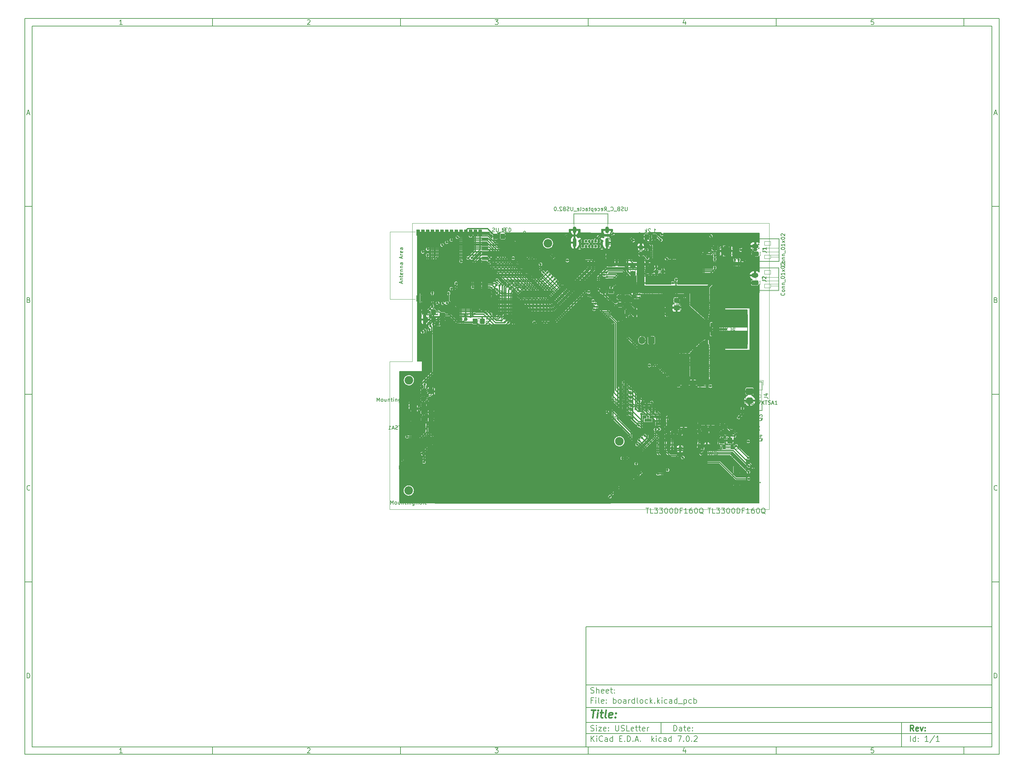
<source format=gbr>
%TF.GenerationSoftware,KiCad,Pcbnew,7.0.2*%
%TF.CreationDate,2023-10-13T11:48:15-04:00*%
%TF.ProjectId,boardlock,626f6172-646c-46f6-936b-2e6b69636164,rev?*%
%TF.SameCoordinates,Original*%
%TF.FileFunction,Soldermask,Bot*%
%TF.FilePolarity,Negative*%
%FSLAX46Y46*%
G04 Gerber Fmt 4.6, Leading zero omitted, Abs format (unit mm)*
G04 Created by KiCad (PCBNEW 7.0.2) date 2023-10-13 11:48:15*
%MOMM*%
%LPD*%
G01*
G04 APERTURE LIST*
G04 Aperture macros list*
%AMRoundRect*
0 Rectangle with rounded corners*
0 $1 Rounding radius*
0 $2 $3 $4 $5 $6 $7 $8 $9 X,Y pos of 4 corners*
0 Add a 4 corners polygon primitive as box body*
4,1,4,$2,$3,$4,$5,$6,$7,$8,$9,$2,$3,0*
0 Add four circle primitives for the rounded corners*
1,1,$1+$1,$2,$3*
1,1,$1+$1,$4,$5*
1,1,$1+$1,$6,$7*
1,1,$1+$1,$8,$9*
0 Add four rect primitives between the rounded corners*
20,1,$1+$1,$2,$3,$4,$5,0*
20,1,$1+$1,$4,$5,$6,$7,0*
20,1,$1+$1,$6,$7,$8,$9,0*
20,1,$1+$1,$8,$9,$2,$3,0*%
G04 Aperture macros list end*
%ADD10C,0.100000*%
%ADD11C,0.150000*%
%ADD12C,0.300000*%
%ADD13C,0.400000*%
%ADD14RoundRect,0.250000X0.625000X-0.350000X0.625000X0.350000X-0.625000X0.350000X-0.625000X-0.350000X0*%
%ADD15O,1.750000X1.200000*%
%ADD16C,2.200000*%
%ADD17RoundRect,0.250000X-0.725000X0.600000X-0.725000X-0.600000X0.725000X-0.600000X0.725000X0.600000X0*%
%ADD18O,1.950000X1.700000*%
%ADD19RoundRect,0.250000X0.600000X0.725000X-0.600000X0.725000X-0.600000X-0.725000X0.600000X-0.725000X0*%
%ADD20O,1.700000X1.950000*%
%ADD21RoundRect,0.250000X-0.450000X0.350000X-0.450000X-0.350000X0.450000X-0.350000X0.450000X0.350000X0*%
%ADD22RoundRect,0.250000X0.337500X0.475000X-0.337500X0.475000X-0.337500X-0.475000X0.337500X-0.475000X0*%
%ADD23RoundRect,0.250000X0.350000X0.450000X-0.350000X0.450000X-0.350000X-0.450000X0.350000X-0.450000X0*%
%ADD24RoundRect,0.250000X0.450000X-0.350000X0.450000X0.350000X-0.450000X0.350000X-0.450000X-0.350000X0*%
%ADD25RoundRect,0.250000X-0.337500X-0.475000X0.337500X-0.475000X0.337500X0.475000X-0.337500X0.475000X0*%
%ADD26RoundRect,0.250000X-0.475000X0.337500X-0.475000X-0.337500X0.475000X-0.337500X0.475000X0.337500X0*%
%ADD27RoundRect,0.237500X-0.300000X-0.237500X0.300000X-0.237500X0.300000X0.237500X-0.300000X0.237500X0*%
%ADD28RoundRect,0.250000X-0.350000X-0.450000X0.350000X-0.450000X0.350000X0.450000X-0.350000X0.450000X0*%
%ADD29RoundRect,0.237500X0.237500X-0.250000X0.237500X0.250000X-0.237500X0.250000X-0.237500X-0.250000X0*%
%ADD30C,0.700000*%
%ADD31O,0.900000X1.700000*%
%ADD32O,0.900000X2.400000*%
%ADD33RoundRect,0.250001X1.074999X-0.462499X1.074999X0.462499X-1.074999X0.462499X-1.074999X-0.462499X0*%
%ADD34RoundRect,0.076200X0.550000X-0.350000X0.550000X0.350000X-0.550000X0.350000X-0.550000X-0.350000X0*%
%ADD35RoundRect,0.076200X0.465000X-0.450000X0.465000X0.450000X-0.465000X0.450000X-0.465000X-0.450000X0*%
%ADD36RoundRect,0.076200X0.390000X-0.525000X0.390000X0.525000X-0.390000X0.525000X-0.390000X-0.525000X0*%
%ADD37RoundRect,0.076200X0.915000X-0.570000X0.915000X0.570000X-0.915000X0.570000X-0.915000X-0.570000X0*%
%ADD38RoundRect,0.076200X1.400000X-0.430000X1.400000X0.430000X-1.400000X0.430000X-1.400000X-0.430000X0*%
%ADD39RoundRect,0.076200X1.665000X-0.350000X1.665000X0.350000X-1.665000X0.350000X-1.665000X-0.350000X0*%
%ADD40RoundRect,0.250000X0.475000X-0.337500X0.475000X0.337500X-0.475000X0.337500X-0.475000X-0.337500X0*%
%ADD41R,1.500000X0.450000*%
%ADD42RoundRect,0.150000X0.512500X0.150000X-0.512500X0.150000X-0.512500X-0.150000X0.512500X-0.150000X0*%
%ADD43RoundRect,0.237500X-0.250000X-0.237500X0.250000X-0.237500X0.250000X0.237500X-0.250000X0.237500X0*%
%ADD44C,0.635000*%
%ADD45C,0.508000*%
%TA.AperFunction,SMDPad,CuDef*%
%ADD46C,1.000000*%
%TD*%
%TA.AperFunction,SMDPad,CuDef*%
%ADD47RoundRect,0.237500X0.250000X0.237500X-0.250000X0.237500X-0.250000X-0.237500X0.250000X-0.237500X0*%
%TD*%
%TA.AperFunction,SMDPad,CuDef*%
%ADD48RoundRect,0.250000X-0.450000X0.350000X-0.450000X-0.350000X0.450000X-0.350000X0.450000X0.350000X0*%
%TD*%
%TA.AperFunction,SMDPad,CuDef*%
%ADD49RoundRect,0.250000X-0.350000X-0.450000X0.350000X-0.450000X0.350000X0.450000X-0.350000X0.450000X0*%
%TD*%
%TA.AperFunction,SMDPad,CuDef*%
%ADD50RoundRect,0.250000X0.650000X-0.412500X0.650000X0.412500X-0.650000X0.412500X-0.650000X-0.412500X0*%
%TD*%
%TA.AperFunction,SMDPad,CuDef*%
%ADD51RoundRect,0.250000X-0.337500X-0.475000X0.337500X-0.475000X0.337500X0.475000X-0.337500X0.475000X0*%
%TD*%
%TA.AperFunction,SMDPad,CuDef*%
%ADD52R,0.300000X0.925000*%
%TD*%
%TA.AperFunction,SMDPad,CuDef*%
%ADD53R,0.700000X0.575000*%
%TD*%
%TA.AperFunction,SMDPad,CuDef*%
%ADD54RoundRect,0.237500X0.237500X-0.300000X0.237500X0.300000X-0.237500X0.300000X-0.237500X-0.300000X0*%
%TD*%
%TA.AperFunction,SMDPad,CuDef*%
%ADD55R,0.800000X1.900000*%
%TD*%
%TA.AperFunction,SMDPad,CuDef*%
%ADD56RoundRect,0.087500X-0.437500X-0.087500X0.437500X-0.087500X0.437500X0.087500X-0.437500X0.087500X0*%
%TD*%
%TA.AperFunction,SMDPad,CuDef*%
%ADD57RoundRect,0.087500X-0.087500X-0.412500X0.087500X-0.412500X0.087500X0.412500X-0.087500X0.412500X0*%
%TD*%
%TA.AperFunction,SMDPad,CuDef*%
%ADD58RoundRect,0.087500X-0.087500X-0.462500X0.087500X-0.462500X0.087500X0.462500X-0.087500X0.462500X0*%
%TD*%
%TA.AperFunction,SMDPad,CuDef*%
%ADD59RoundRect,0.237500X-0.300000X-0.237500X0.300000X-0.237500X0.300000X0.237500X-0.300000X0.237500X0*%
%TD*%
%TA.AperFunction,SMDPad,CuDef*%
%ADD60R,0.650000X1.050000*%
%TD*%
%TA.AperFunction,ComponentPad*%
%ADD61RoundRect,0.250000X0.625000X-0.350000X0.625000X0.350000X-0.625000X0.350000X-0.625000X-0.350000X0*%
%TD*%
%TA.AperFunction,ComponentPad*%
%ADD62O,1.750000X1.200000*%
%TD*%
%TA.AperFunction,SMDPad,CuDef*%
%ADD63RoundRect,0.250000X-0.475000X0.337500X-0.475000X-0.337500X0.475000X-0.337500X0.475000X0.337500X0*%
%TD*%
%TA.AperFunction,SMDPad,CuDef*%
%ADD64R,1.790000X0.800000*%
%TD*%
%TA.AperFunction,SMDPad,CuDef*%
%ADD65R,1.500000X2.400000*%
%TD*%
%TA.AperFunction,SMDPad,CuDef*%
%ADD66R,1.900000X0.800000*%
%TD*%
%TA.AperFunction,SMDPad,CuDef*%
%ADD67RoundRect,0.249999X-1.425001X0.450001X-1.425001X-0.450001X1.425001X-0.450001X1.425001X0.450001X0*%
%TD*%
%TA.AperFunction,SMDPad,CuDef*%
%ADD68RoundRect,0.062500X0.375000X0.062500X-0.375000X0.062500X-0.375000X-0.062500X0.375000X-0.062500X0*%
%TD*%
%TA.AperFunction,SMDPad,CuDef*%
%ADD69RoundRect,0.062500X0.062500X0.375000X-0.062500X0.375000X-0.062500X-0.375000X0.062500X-0.375000X0*%
%TD*%
%TA.AperFunction,SMDPad,CuDef*%
%ADD70R,1.600000X1.600000*%
%TD*%
%TA.AperFunction,SMDPad,CuDef*%
%ADD71R,1.049999X0.240000*%
%TD*%
%TA.AperFunction,SMDPad,CuDef*%
%ADD72R,0.240000X0.999999*%
%TD*%
%TA.AperFunction,SMDPad,CuDef*%
%ADD73R,0.849998X1.050000*%
%TD*%
%TA.AperFunction,SMDPad,CuDef*%
%ADD74R,1.950000X0.349998*%
%TD*%
%TA.AperFunction,SMDPad,CuDef*%
%ADD75R,2.300000X0.349998*%
%TD*%
%TA.AperFunction,SMDPad,CuDef*%
%ADD76R,0.850000X1.150000*%
%TD*%
%TA.AperFunction,SMDPad,CuDef*%
%ADD77R,0.245000X1.099999*%
%TD*%
%TA.AperFunction,SMDPad,CuDef*%
%ADD78R,0.240000X1.099999*%
%TD*%
%TA.AperFunction,SMDPad,CuDef*%
%ADD79RoundRect,0.250000X0.450000X-0.350000X0.450000X0.350000X-0.450000X0.350000X-0.450000X-0.350000X0*%
%TD*%
%TA.AperFunction,SMDPad,CuDef*%
%ADD80R,0.200000X0.200000*%
%TD*%
%TA.AperFunction,SMDPad,CuDef*%
%ADD81O,0.850000X0.200000*%
%TD*%
%TA.AperFunction,SMDPad,CuDef*%
%ADD82R,0.400000X0.575000*%
%TD*%
%TA.AperFunction,SMDPad,CuDef*%
%ADD83R,0.400000X0.675000*%
%TD*%
%TA.AperFunction,ComponentPad*%
%ADD84C,0.600000*%
%TD*%
%TA.AperFunction,SMDPad,CuDef*%
%ADD85R,1.300000X0.975000*%
%TD*%
%TA.AperFunction,SMDPad,CuDef*%
%ADD86R,2.600000X1.950000*%
%TD*%
%TA.AperFunction,SMDPad,CuDef*%
%ADD87RoundRect,0.237500X-0.250000X-0.237500X0.250000X-0.237500X0.250000X0.237500X-0.250000X0.237500X0*%
%TD*%
%TA.AperFunction,SMDPad,CuDef*%
%ADD88R,1.500000X0.450000*%
%TD*%
%TA.AperFunction,SMDPad,CuDef*%
%ADD89R,0.650000X1.560000*%
%TD*%
%TA.AperFunction,SMDPad,CuDef*%
%ADD90R,3.500000X1.500000*%
%TD*%
%TA.AperFunction,SMDPad,CuDef*%
%ADD91R,1.500000X3.500000*%
%TD*%
%TA.AperFunction,SMDPad,CuDef*%
%ADD92RoundRect,0.250000X0.350000X0.450000X-0.350000X0.450000X-0.350000X-0.450000X0.350000X-0.450000X0*%
%TD*%
%TA.AperFunction,SMDPad,CuDef*%
%ADD93RoundRect,0.250000X0.475000X-0.337500X0.475000X0.337500X-0.475000X0.337500X-0.475000X-0.337500X0*%
%TD*%
%TA.AperFunction,SMDPad,CuDef*%
%ADD94RoundRect,0.008100X-0.411900X-0.126900X0.411900X-0.126900X0.411900X0.126900X-0.411900X0.126900X0*%
%TD*%
%TA.AperFunction,SMDPad,CuDef*%
%ADD95RoundRect,0.008100X0.126900X-0.411900X0.126900X0.411900X-0.126900X0.411900X-0.126900X-0.411900X0*%
%TD*%
%TA.AperFunction,SMDPad,CuDef*%
%ADD96R,1.100000X1.100000*%
%TD*%
%TA.AperFunction,SMDPad,CuDef*%
%ADD97R,0.900000X1.500000*%
%TD*%
%TA.AperFunction,SMDPad,CuDef*%
%ADD98R,1.500000X0.900000*%
%TD*%
%TA.AperFunction,SMDPad,CuDef*%
%ADD99R,0.900000X0.900000*%
%TD*%
%TA.AperFunction,SMDPad,CuDef*%
%ADD100R,3.251200X2.489200*%
%TD*%
%TA.AperFunction,SMDPad,CuDef*%
%ADD101R,1.550000X1.600000*%
%TD*%
%TA.AperFunction,SMDPad,CuDef*%
%ADD102RoundRect,0.250000X0.337500X0.475000X-0.337500X0.475000X-0.337500X-0.475000X0.337500X-0.475000X0*%
%TD*%
%TA.AperFunction,SMDPad,CuDef*%
%ADD103RoundRect,0.250000X0.325000X0.450000X-0.325000X0.450000X-0.325000X-0.450000X0.325000X-0.450000X0*%
%TD*%
%TA.AperFunction,SMDPad,CuDef*%
%ADD104RoundRect,0.225000X0.225000X0.375000X-0.225000X0.375000X-0.225000X-0.375000X0.225000X-0.375000X0*%
%TD*%
%TA.AperFunction,SMDPad,CuDef*%
%ADD105RoundRect,0.250000X0.300000X-0.300000X0.300000X0.300000X-0.300000X0.300000X-0.300000X-0.300000X0*%
%TD*%
%TA.AperFunction,ComponentPad*%
%ADD106RoundRect,0.250000X-0.725000X0.600000X-0.725000X-0.600000X0.725000X-0.600000X0.725000X0.600000X0*%
%TD*%
%TA.AperFunction,ComponentPad*%
%ADD107O,1.950000X1.700000*%
%TD*%
%TA.AperFunction,ComponentPad*%
%ADD108RoundRect,0.250000X0.600000X0.725000X-0.600000X0.725000X-0.600000X-0.725000X0.600000X-0.725000X0*%
%TD*%
%TA.AperFunction,ComponentPad*%
%ADD109O,1.700000X1.950000*%
%TD*%
%TA.AperFunction,SMDPad,CuDef*%
%ADD110RoundRect,0.237500X-0.237500X0.300000X-0.237500X-0.300000X0.237500X-0.300000X0.237500X0.300000X0*%
%TD*%
%TA.AperFunction,ComponentPad*%
%ADD111C,0.700000*%
%TD*%
%TA.AperFunction,ComponentPad*%
%ADD112O,0.900000X1.700000*%
%TD*%
%TA.AperFunction,ComponentPad*%
%ADD113O,0.900000X2.400000*%
%TD*%
%TA.AperFunction,ViaPad*%
%ADD114C,0.635000*%
%TD*%
%TA.AperFunction,ViaPad*%
%ADD115C,0.508000*%
%TD*%
%TA.AperFunction,Conductor*%
%ADD116C,0.381000*%
%TD*%
%TA.AperFunction,Conductor*%
%ADD117C,0.304800*%
%TD*%
%TA.AperFunction,Conductor*%
%ADD118C,0.508000*%
%TD*%
%TA.AperFunction,Conductor*%
%ADD119C,0.762000*%
%TD*%
%TA.AperFunction,Conductor*%
%ADD120C,1.016000*%
%TD*%
%TA.AperFunction,Conductor*%
%ADD121C,0.203200*%
%TD*%
%TA.AperFunction,SMDPad,CuDef*%
%ADD122RoundRect,0.237500X0.237500X-0.250000X0.237500X0.250000X-0.237500X0.250000X-0.237500X-0.250000X0*%
%TD*%
%TA.AperFunction,SMDPad,CuDef*%
%ADD123RoundRect,0.250001X1.074999X-0.462499X1.074999X0.462499X-1.074999X0.462499X-1.074999X-0.462499X0*%
%TD*%
%TA.AperFunction,SMDPad,CuDef*%
%ADD124R,1.100000X0.700000*%
%TD*%
%TA.AperFunction,SMDPad,CuDef*%
%ADD125R,0.930000X0.900000*%
%TD*%
%TA.AperFunction,SMDPad,CuDef*%
%ADD126R,0.780000X1.050000*%
%TD*%
%TA.AperFunction,SMDPad,CuDef*%
%ADD127R,1.830000X1.140000*%
%TD*%
%TA.AperFunction,SMDPad,CuDef*%
%ADD128R,2.800000X0.860000*%
%TD*%
%TA.AperFunction,SMDPad,CuDef*%
%ADD129R,3.330000X0.700000*%
%TD*%
%TA.AperFunction,SMDPad,CuDef*%
%ADD130RoundRect,0.150000X0.512500X0.150000X-0.512500X0.150000X-0.512500X-0.150000X0.512500X-0.150000X0*%
%TD*%
%ADD131C,0.010000*%
%ADD132RoundRect,0.237500X0.250000X0.237500X-0.250000X0.237500X-0.250000X-0.237500X0.250000X-0.237500X0*%
%ADD133RoundRect,0.250000X0.650000X-0.412500X0.650000X0.412500X-0.650000X0.412500X-0.650000X-0.412500X0*%
%ADD134R,0.300000X0.925000*%
%ADD135R,0.700000X0.575000*%
%ADD136RoundRect,0.237500X0.237500X-0.300000X0.237500X0.300000X-0.237500X0.300000X-0.237500X-0.300000X0*%
%ADD137R,0.800000X1.900000*%
%ADD138RoundRect,0.087500X-0.437500X-0.087500X0.437500X-0.087500X0.437500X0.087500X-0.437500X0.087500X0*%
%ADD139RoundRect,0.087500X-0.087500X-0.412500X0.087500X-0.412500X0.087500X0.412500X-0.087500X0.412500X0*%
%ADD140RoundRect,0.087500X-0.087500X-0.462500X0.087500X-0.462500X0.087500X0.462500X-0.087500X0.462500X0*%
%ADD141R,0.650000X1.050000*%
%ADD142R,1.790000X0.800000*%
%ADD143R,1.500000X2.400000*%
%ADD144R,1.900000X0.800000*%
%ADD145RoundRect,0.249999X-1.425001X0.450001X-1.425001X-0.450001X1.425001X-0.450001X1.425001X0.450001X0*%
%ADD146RoundRect,0.160000X0.160000X0.160000X-0.160000X0.160000X-0.160000X-0.160000X0.160000X-0.160000X0*%
%ADD147RoundRect,0.062500X0.375000X0.062500X-0.375000X0.062500X-0.375000X-0.062500X0.375000X-0.062500X0*%
%ADD148RoundRect,0.062500X0.062500X0.375000X-0.062500X0.375000X-0.062500X-0.375000X0.062500X-0.375000X0*%
%ADD149R,1.049999X0.240000*%
%ADD150R,0.240000X0.999999*%
%ADD151R,0.849998X1.050000*%
%ADD152R,0.850000X1.150000*%
%ADD153R,0.245000X1.099999*%
%ADD154R,0.240000X1.099999*%
%ADD155R,0.200000X0.200000*%
%ADD156O,0.850000X0.200000*%
%ADD157R,0.400000X0.575000*%
%ADD158R,1.100000X0.775000*%
%ADD159R,0.650000X1.560000*%
%ADD160R,0.720000X0.580000*%
%ADD161R,0.580000X0.720000*%
%ADD162RoundRect,0.008100X-0.411900X-0.126900X0.411900X-0.126900X0.411900X0.126900X-0.411900X0.126900X0*%
%ADD163RoundRect,0.008100X0.126900X-0.411900X0.126900X0.411900X-0.126900X0.411900X-0.126900X-0.411900X0*%
%ADD164R,0.900000X1.500000*%
%ADD165R,1.500000X0.900000*%
%ADD166R,0.900000X0.900000*%
%ADD167R,3.251200X2.489200*%
%ADD168R,1.550000X1.600000*%
%ADD169RoundRect,0.250000X0.325000X0.450000X-0.325000X0.450000X-0.325000X-0.450000X0.325000X-0.450000X0*%
%ADD170RoundRect,0.225000X0.225000X0.375000X-0.225000X0.375000X-0.225000X-0.375000X0.225000X-0.375000X0*%
%ADD171RoundRect,0.250000X0.300000X-0.300000X0.300000X0.300000X-0.300000X0.300000X-0.300000X-0.300000X0*%
%ADD172RoundRect,0.237500X-0.237500X0.300000X-0.237500X-0.300000X0.237500X-0.300000X0.237500X0.300000X0*%
%ADD173R,1.100000X0.700000*%
%ADD174R,0.930000X0.900000*%
%ADD175R,0.780000X1.050000*%
%ADD176R,1.830000X1.140000*%
%ADD177R,2.800000X0.860000*%
%ADD178R,3.330000X0.700000*%
%ADD179C,0.200000*%
%ADD180C,0.127000*%
%ADD181C,0.120000*%
%ADD182C,0.152400*%
%ADD183C,1.000000*%
%ADD184R,1.600000X1.600000*%
%ADD185R,1.950000X0.349998*%
%ADD186R,2.300000X0.349998*%
%ADD187RoundRect,0.050000X0.100000X0.100000X-0.100000X0.100000X-0.100000X-0.100000X0.100000X-0.100000X0*%
%ADD188O,0.950000X0.300000*%
%ADD189R,0.400000X0.675000*%
%ADD190R,2.600000X1.950000*%
%ADD191RoundRect,0.000001X1.750000X0.750000X-1.750000X0.750000X-1.750000X-0.750000X1.750000X-0.750000X0*%
%ADD192RoundRect,0.000001X0.750000X1.750000X-0.750000X1.750000X-0.750000X-1.750000X0.750000X-1.750000X0*%
%ADD193RoundRect,0.110100X-0.411900X-0.126900X0.411900X-0.126900X0.411900X0.126900X-0.411900X0.126900X0*%
%ADD194RoundRect,0.110100X0.126900X-0.411900X0.126900X0.411900X-0.126900X0.411900X-0.126900X-0.411900X0*%
%ADD195RoundRect,0.102000X-0.550000X-0.550000X0.550000X-0.550000X0.550000X0.550000X-0.550000X0.550000X0*%
%ADD196RoundRect,0.102000X-0.775000X-0.800000X0.775000X-0.800000X0.775000X0.800000X-0.775000X0.800000X0*%
%TA.AperFunction,Profile*%
%ADD197C,0.100000*%
%TD*%
%ADD198C,0.060000*%
%ADD199C,0.080000*%
%ADD200C,0.075000*%
%ADD201C,0.110000*%
%ADD202C,0.025400*%
%ADD203C,0.100000*%
%TD*%
G04 APERTURE END LIST*
D10*
D11*
X159400000Y-171900000D02*
X267400000Y-171900000D01*
X267400000Y-203900000D01*
X159400000Y-203900000D01*
X159400000Y-171900000D01*
D10*
D11*
X10000000Y-10000000D02*
X269400000Y-10000000D01*
X269400000Y-205900000D01*
X10000000Y-205900000D01*
X10000000Y-10000000D01*
D10*
D11*
X12000000Y-12000000D02*
X267400000Y-12000000D01*
X267400000Y-203900000D01*
X12000000Y-203900000D01*
X12000000Y-12000000D01*
D10*
D11*
X60000000Y-12000000D02*
X60000000Y-10000000D01*
D10*
D11*
X110000000Y-12000000D02*
X110000000Y-10000000D01*
D10*
D11*
X160000000Y-12000000D02*
X160000000Y-10000000D01*
D10*
D11*
X210000000Y-12000000D02*
X210000000Y-10000000D01*
D10*
D11*
X260000000Y-12000000D02*
X260000000Y-10000000D01*
D10*
D11*
X35990476Y-11601404D02*
X35247619Y-11601404D01*
X35619047Y-11601404D02*
X35619047Y-10301404D01*
X35619047Y-10301404D02*
X35495238Y-10487119D01*
X35495238Y-10487119D02*
X35371428Y-10610928D01*
X35371428Y-10610928D02*
X35247619Y-10672833D01*
D10*
D11*
X85247619Y-10425214D02*
X85309523Y-10363309D01*
X85309523Y-10363309D02*
X85433333Y-10301404D01*
X85433333Y-10301404D02*
X85742857Y-10301404D01*
X85742857Y-10301404D02*
X85866666Y-10363309D01*
X85866666Y-10363309D02*
X85928571Y-10425214D01*
X85928571Y-10425214D02*
X85990476Y-10549023D01*
X85990476Y-10549023D02*
X85990476Y-10672833D01*
X85990476Y-10672833D02*
X85928571Y-10858547D01*
X85928571Y-10858547D02*
X85185714Y-11601404D01*
X85185714Y-11601404D02*
X85990476Y-11601404D01*
D10*
D11*
X135185714Y-10301404D02*
X135990476Y-10301404D01*
X135990476Y-10301404D02*
X135557142Y-10796642D01*
X135557142Y-10796642D02*
X135742857Y-10796642D01*
X135742857Y-10796642D02*
X135866666Y-10858547D01*
X135866666Y-10858547D02*
X135928571Y-10920452D01*
X135928571Y-10920452D02*
X135990476Y-11044261D01*
X135990476Y-11044261D02*
X135990476Y-11353785D01*
X135990476Y-11353785D02*
X135928571Y-11477595D01*
X135928571Y-11477595D02*
X135866666Y-11539500D01*
X135866666Y-11539500D02*
X135742857Y-11601404D01*
X135742857Y-11601404D02*
X135371428Y-11601404D01*
X135371428Y-11601404D02*
X135247619Y-11539500D01*
X135247619Y-11539500D02*
X135185714Y-11477595D01*
D10*
D11*
X185866666Y-10734738D02*
X185866666Y-11601404D01*
X185557142Y-10239500D02*
X185247619Y-11168071D01*
X185247619Y-11168071D02*
X186052380Y-11168071D01*
D10*
D11*
X235928571Y-10301404D02*
X235309523Y-10301404D01*
X235309523Y-10301404D02*
X235247619Y-10920452D01*
X235247619Y-10920452D02*
X235309523Y-10858547D01*
X235309523Y-10858547D02*
X235433333Y-10796642D01*
X235433333Y-10796642D02*
X235742857Y-10796642D01*
X235742857Y-10796642D02*
X235866666Y-10858547D01*
X235866666Y-10858547D02*
X235928571Y-10920452D01*
X235928571Y-10920452D02*
X235990476Y-11044261D01*
X235990476Y-11044261D02*
X235990476Y-11353785D01*
X235990476Y-11353785D02*
X235928571Y-11477595D01*
X235928571Y-11477595D02*
X235866666Y-11539500D01*
X235866666Y-11539500D02*
X235742857Y-11601404D01*
X235742857Y-11601404D02*
X235433333Y-11601404D01*
X235433333Y-11601404D02*
X235309523Y-11539500D01*
X235309523Y-11539500D02*
X235247619Y-11477595D01*
D10*
D11*
X60000000Y-203900000D02*
X60000000Y-205900000D01*
D10*
D11*
X110000000Y-203900000D02*
X110000000Y-205900000D01*
D10*
D11*
X160000000Y-203900000D02*
X160000000Y-205900000D01*
D10*
D11*
X210000000Y-203900000D02*
X210000000Y-205900000D01*
D10*
D11*
X260000000Y-203900000D02*
X260000000Y-205900000D01*
D10*
D11*
X35990476Y-205501404D02*
X35247619Y-205501404D01*
X35619047Y-205501404D02*
X35619047Y-204201404D01*
X35619047Y-204201404D02*
X35495238Y-204387119D01*
X35495238Y-204387119D02*
X35371428Y-204510928D01*
X35371428Y-204510928D02*
X35247619Y-204572833D01*
D10*
D11*
X85247619Y-204325214D02*
X85309523Y-204263309D01*
X85309523Y-204263309D02*
X85433333Y-204201404D01*
X85433333Y-204201404D02*
X85742857Y-204201404D01*
X85742857Y-204201404D02*
X85866666Y-204263309D01*
X85866666Y-204263309D02*
X85928571Y-204325214D01*
X85928571Y-204325214D02*
X85990476Y-204449023D01*
X85990476Y-204449023D02*
X85990476Y-204572833D01*
X85990476Y-204572833D02*
X85928571Y-204758547D01*
X85928571Y-204758547D02*
X85185714Y-205501404D01*
X85185714Y-205501404D02*
X85990476Y-205501404D01*
D10*
D11*
X135185714Y-204201404D02*
X135990476Y-204201404D01*
X135990476Y-204201404D02*
X135557142Y-204696642D01*
X135557142Y-204696642D02*
X135742857Y-204696642D01*
X135742857Y-204696642D02*
X135866666Y-204758547D01*
X135866666Y-204758547D02*
X135928571Y-204820452D01*
X135928571Y-204820452D02*
X135990476Y-204944261D01*
X135990476Y-204944261D02*
X135990476Y-205253785D01*
X135990476Y-205253785D02*
X135928571Y-205377595D01*
X135928571Y-205377595D02*
X135866666Y-205439500D01*
X135866666Y-205439500D02*
X135742857Y-205501404D01*
X135742857Y-205501404D02*
X135371428Y-205501404D01*
X135371428Y-205501404D02*
X135247619Y-205439500D01*
X135247619Y-205439500D02*
X135185714Y-205377595D01*
D10*
D11*
X185866666Y-204634738D02*
X185866666Y-205501404D01*
X185557142Y-204139500D02*
X185247619Y-205068071D01*
X185247619Y-205068071D02*
X186052380Y-205068071D01*
D10*
D11*
X235928571Y-204201404D02*
X235309523Y-204201404D01*
X235309523Y-204201404D02*
X235247619Y-204820452D01*
X235247619Y-204820452D02*
X235309523Y-204758547D01*
X235309523Y-204758547D02*
X235433333Y-204696642D01*
X235433333Y-204696642D02*
X235742857Y-204696642D01*
X235742857Y-204696642D02*
X235866666Y-204758547D01*
X235866666Y-204758547D02*
X235928571Y-204820452D01*
X235928571Y-204820452D02*
X235990476Y-204944261D01*
X235990476Y-204944261D02*
X235990476Y-205253785D01*
X235990476Y-205253785D02*
X235928571Y-205377595D01*
X235928571Y-205377595D02*
X235866666Y-205439500D01*
X235866666Y-205439500D02*
X235742857Y-205501404D01*
X235742857Y-205501404D02*
X235433333Y-205501404D01*
X235433333Y-205501404D02*
X235309523Y-205439500D01*
X235309523Y-205439500D02*
X235247619Y-205377595D01*
D10*
D11*
X10000000Y-60000000D02*
X12000000Y-60000000D01*
D10*
D11*
X10000000Y-110000000D02*
X12000000Y-110000000D01*
D10*
D11*
X10000000Y-160000000D02*
X12000000Y-160000000D01*
D10*
D11*
X10690476Y-35229976D02*
X11309523Y-35229976D01*
X10566666Y-35601404D02*
X10999999Y-34301404D01*
X10999999Y-34301404D02*
X11433333Y-35601404D01*
D10*
D11*
X11092857Y-84920452D02*
X11278571Y-84982357D01*
X11278571Y-84982357D02*
X11340476Y-85044261D01*
X11340476Y-85044261D02*
X11402380Y-85168071D01*
X11402380Y-85168071D02*
X11402380Y-85353785D01*
X11402380Y-85353785D02*
X11340476Y-85477595D01*
X11340476Y-85477595D02*
X11278571Y-85539500D01*
X11278571Y-85539500D02*
X11154761Y-85601404D01*
X11154761Y-85601404D02*
X10659523Y-85601404D01*
X10659523Y-85601404D02*
X10659523Y-84301404D01*
X10659523Y-84301404D02*
X11092857Y-84301404D01*
X11092857Y-84301404D02*
X11216666Y-84363309D01*
X11216666Y-84363309D02*
X11278571Y-84425214D01*
X11278571Y-84425214D02*
X11340476Y-84549023D01*
X11340476Y-84549023D02*
X11340476Y-84672833D01*
X11340476Y-84672833D02*
X11278571Y-84796642D01*
X11278571Y-84796642D02*
X11216666Y-84858547D01*
X11216666Y-84858547D02*
X11092857Y-84920452D01*
X11092857Y-84920452D02*
X10659523Y-84920452D01*
D10*
D11*
X11402380Y-135477595D02*
X11340476Y-135539500D01*
X11340476Y-135539500D02*
X11154761Y-135601404D01*
X11154761Y-135601404D02*
X11030952Y-135601404D01*
X11030952Y-135601404D02*
X10845238Y-135539500D01*
X10845238Y-135539500D02*
X10721428Y-135415690D01*
X10721428Y-135415690D02*
X10659523Y-135291880D01*
X10659523Y-135291880D02*
X10597619Y-135044261D01*
X10597619Y-135044261D02*
X10597619Y-134858547D01*
X10597619Y-134858547D02*
X10659523Y-134610928D01*
X10659523Y-134610928D02*
X10721428Y-134487119D01*
X10721428Y-134487119D02*
X10845238Y-134363309D01*
X10845238Y-134363309D02*
X11030952Y-134301404D01*
X11030952Y-134301404D02*
X11154761Y-134301404D01*
X11154761Y-134301404D02*
X11340476Y-134363309D01*
X11340476Y-134363309D02*
X11402380Y-134425214D01*
D10*
D11*
X10659523Y-185601404D02*
X10659523Y-184301404D01*
X10659523Y-184301404D02*
X10969047Y-184301404D01*
X10969047Y-184301404D02*
X11154761Y-184363309D01*
X11154761Y-184363309D02*
X11278571Y-184487119D01*
X11278571Y-184487119D02*
X11340476Y-184610928D01*
X11340476Y-184610928D02*
X11402380Y-184858547D01*
X11402380Y-184858547D02*
X11402380Y-185044261D01*
X11402380Y-185044261D02*
X11340476Y-185291880D01*
X11340476Y-185291880D02*
X11278571Y-185415690D01*
X11278571Y-185415690D02*
X11154761Y-185539500D01*
X11154761Y-185539500D02*
X10969047Y-185601404D01*
X10969047Y-185601404D02*
X10659523Y-185601404D01*
D10*
D11*
X269400000Y-60000000D02*
X267400000Y-60000000D01*
D10*
D11*
X269400000Y-110000000D02*
X267400000Y-110000000D01*
D10*
D11*
X269400000Y-160000000D02*
X267400000Y-160000000D01*
D10*
D11*
X268090476Y-35229976D02*
X268709523Y-35229976D01*
X267966666Y-35601404D02*
X268399999Y-34301404D01*
X268399999Y-34301404D02*
X268833333Y-35601404D01*
D10*
D11*
X268492857Y-84920452D02*
X268678571Y-84982357D01*
X268678571Y-84982357D02*
X268740476Y-85044261D01*
X268740476Y-85044261D02*
X268802380Y-85168071D01*
X268802380Y-85168071D02*
X268802380Y-85353785D01*
X268802380Y-85353785D02*
X268740476Y-85477595D01*
X268740476Y-85477595D02*
X268678571Y-85539500D01*
X268678571Y-85539500D02*
X268554761Y-85601404D01*
X268554761Y-85601404D02*
X268059523Y-85601404D01*
X268059523Y-85601404D02*
X268059523Y-84301404D01*
X268059523Y-84301404D02*
X268492857Y-84301404D01*
X268492857Y-84301404D02*
X268616666Y-84363309D01*
X268616666Y-84363309D02*
X268678571Y-84425214D01*
X268678571Y-84425214D02*
X268740476Y-84549023D01*
X268740476Y-84549023D02*
X268740476Y-84672833D01*
X268740476Y-84672833D02*
X268678571Y-84796642D01*
X268678571Y-84796642D02*
X268616666Y-84858547D01*
X268616666Y-84858547D02*
X268492857Y-84920452D01*
X268492857Y-84920452D02*
X268059523Y-84920452D01*
D10*
D11*
X268802380Y-135477595D02*
X268740476Y-135539500D01*
X268740476Y-135539500D02*
X268554761Y-135601404D01*
X268554761Y-135601404D02*
X268430952Y-135601404D01*
X268430952Y-135601404D02*
X268245238Y-135539500D01*
X268245238Y-135539500D02*
X268121428Y-135415690D01*
X268121428Y-135415690D02*
X268059523Y-135291880D01*
X268059523Y-135291880D02*
X267997619Y-135044261D01*
X267997619Y-135044261D02*
X267997619Y-134858547D01*
X267997619Y-134858547D02*
X268059523Y-134610928D01*
X268059523Y-134610928D02*
X268121428Y-134487119D01*
X268121428Y-134487119D02*
X268245238Y-134363309D01*
X268245238Y-134363309D02*
X268430952Y-134301404D01*
X268430952Y-134301404D02*
X268554761Y-134301404D01*
X268554761Y-134301404D02*
X268740476Y-134363309D01*
X268740476Y-134363309D02*
X268802380Y-134425214D01*
D10*
D11*
X268059523Y-185601404D02*
X268059523Y-184301404D01*
X268059523Y-184301404D02*
X268369047Y-184301404D01*
X268369047Y-184301404D02*
X268554761Y-184363309D01*
X268554761Y-184363309D02*
X268678571Y-184487119D01*
X268678571Y-184487119D02*
X268740476Y-184610928D01*
X268740476Y-184610928D02*
X268802380Y-184858547D01*
X268802380Y-184858547D02*
X268802380Y-185044261D01*
X268802380Y-185044261D02*
X268740476Y-185291880D01*
X268740476Y-185291880D02*
X268678571Y-185415690D01*
X268678571Y-185415690D02*
X268554761Y-185539500D01*
X268554761Y-185539500D02*
X268369047Y-185601404D01*
X268369047Y-185601404D02*
X268059523Y-185601404D01*
D10*
D11*
X182757142Y-199693928D02*
X182757142Y-198193928D01*
X182757142Y-198193928D02*
X183114285Y-198193928D01*
X183114285Y-198193928D02*
X183328571Y-198265357D01*
X183328571Y-198265357D02*
X183471428Y-198408214D01*
X183471428Y-198408214D02*
X183542857Y-198551071D01*
X183542857Y-198551071D02*
X183614285Y-198836785D01*
X183614285Y-198836785D02*
X183614285Y-199051071D01*
X183614285Y-199051071D02*
X183542857Y-199336785D01*
X183542857Y-199336785D02*
X183471428Y-199479642D01*
X183471428Y-199479642D02*
X183328571Y-199622500D01*
X183328571Y-199622500D02*
X183114285Y-199693928D01*
X183114285Y-199693928D02*
X182757142Y-199693928D01*
X184900000Y-199693928D02*
X184900000Y-198908214D01*
X184900000Y-198908214D02*
X184828571Y-198765357D01*
X184828571Y-198765357D02*
X184685714Y-198693928D01*
X184685714Y-198693928D02*
X184400000Y-198693928D01*
X184400000Y-198693928D02*
X184257142Y-198765357D01*
X184900000Y-199622500D02*
X184757142Y-199693928D01*
X184757142Y-199693928D02*
X184400000Y-199693928D01*
X184400000Y-199693928D02*
X184257142Y-199622500D01*
X184257142Y-199622500D02*
X184185714Y-199479642D01*
X184185714Y-199479642D02*
X184185714Y-199336785D01*
X184185714Y-199336785D02*
X184257142Y-199193928D01*
X184257142Y-199193928D02*
X184400000Y-199122500D01*
X184400000Y-199122500D02*
X184757142Y-199122500D01*
X184757142Y-199122500D02*
X184900000Y-199051071D01*
X185400000Y-198693928D02*
X185971428Y-198693928D01*
X185614285Y-198193928D02*
X185614285Y-199479642D01*
X185614285Y-199479642D02*
X185685714Y-199622500D01*
X185685714Y-199622500D02*
X185828571Y-199693928D01*
X185828571Y-199693928D02*
X185971428Y-199693928D01*
X187042857Y-199622500D02*
X186900000Y-199693928D01*
X186900000Y-199693928D02*
X186614286Y-199693928D01*
X186614286Y-199693928D02*
X186471428Y-199622500D01*
X186471428Y-199622500D02*
X186400000Y-199479642D01*
X186400000Y-199479642D02*
X186400000Y-198908214D01*
X186400000Y-198908214D02*
X186471428Y-198765357D01*
X186471428Y-198765357D02*
X186614286Y-198693928D01*
X186614286Y-198693928D02*
X186900000Y-198693928D01*
X186900000Y-198693928D02*
X187042857Y-198765357D01*
X187042857Y-198765357D02*
X187114286Y-198908214D01*
X187114286Y-198908214D02*
X187114286Y-199051071D01*
X187114286Y-199051071D02*
X186400000Y-199193928D01*
X187757142Y-199551071D02*
X187828571Y-199622500D01*
X187828571Y-199622500D02*
X187757142Y-199693928D01*
X187757142Y-199693928D02*
X187685714Y-199622500D01*
X187685714Y-199622500D02*
X187757142Y-199551071D01*
X187757142Y-199551071D02*
X187757142Y-199693928D01*
X187757142Y-198765357D02*
X187828571Y-198836785D01*
X187828571Y-198836785D02*
X187757142Y-198908214D01*
X187757142Y-198908214D02*
X187685714Y-198836785D01*
X187685714Y-198836785D02*
X187757142Y-198765357D01*
X187757142Y-198765357D02*
X187757142Y-198908214D01*
D10*
D11*
X159400000Y-200400000D02*
X267400000Y-200400000D01*
D10*
D11*
X160757142Y-202493928D02*
X160757142Y-200993928D01*
X161614285Y-202493928D02*
X160971428Y-201636785D01*
X161614285Y-200993928D02*
X160757142Y-201851071D01*
X162257142Y-202493928D02*
X162257142Y-201493928D01*
X162257142Y-200993928D02*
X162185714Y-201065357D01*
X162185714Y-201065357D02*
X162257142Y-201136785D01*
X162257142Y-201136785D02*
X162328571Y-201065357D01*
X162328571Y-201065357D02*
X162257142Y-200993928D01*
X162257142Y-200993928D02*
X162257142Y-201136785D01*
X163828571Y-202351071D02*
X163757143Y-202422500D01*
X163757143Y-202422500D02*
X163542857Y-202493928D01*
X163542857Y-202493928D02*
X163400000Y-202493928D01*
X163400000Y-202493928D02*
X163185714Y-202422500D01*
X163185714Y-202422500D02*
X163042857Y-202279642D01*
X163042857Y-202279642D02*
X162971428Y-202136785D01*
X162971428Y-202136785D02*
X162900000Y-201851071D01*
X162900000Y-201851071D02*
X162900000Y-201636785D01*
X162900000Y-201636785D02*
X162971428Y-201351071D01*
X162971428Y-201351071D02*
X163042857Y-201208214D01*
X163042857Y-201208214D02*
X163185714Y-201065357D01*
X163185714Y-201065357D02*
X163400000Y-200993928D01*
X163400000Y-200993928D02*
X163542857Y-200993928D01*
X163542857Y-200993928D02*
X163757143Y-201065357D01*
X163757143Y-201065357D02*
X163828571Y-201136785D01*
X165114286Y-202493928D02*
X165114286Y-201708214D01*
X165114286Y-201708214D02*
X165042857Y-201565357D01*
X165042857Y-201565357D02*
X164900000Y-201493928D01*
X164900000Y-201493928D02*
X164614286Y-201493928D01*
X164614286Y-201493928D02*
X164471428Y-201565357D01*
X165114286Y-202422500D02*
X164971428Y-202493928D01*
X164971428Y-202493928D02*
X164614286Y-202493928D01*
X164614286Y-202493928D02*
X164471428Y-202422500D01*
X164471428Y-202422500D02*
X164400000Y-202279642D01*
X164400000Y-202279642D02*
X164400000Y-202136785D01*
X164400000Y-202136785D02*
X164471428Y-201993928D01*
X164471428Y-201993928D02*
X164614286Y-201922500D01*
X164614286Y-201922500D02*
X164971428Y-201922500D01*
X164971428Y-201922500D02*
X165114286Y-201851071D01*
X166471429Y-202493928D02*
X166471429Y-200993928D01*
X166471429Y-202422500D02*
X166328571Y-202493928D01*
X166328571Y-202493928D02*
X166042857Y-202493928D01*
X166042857Y-202493928D02*
X165900000Y-202422500D01*
X165900000Y-202422500D02*
X165828571Y-202351071D01*
X165828571Y-202351071D02*
X165757143Y-202208214D01*
X165757143Y-202208214D02*
X165757143Y-201779642D01*
X165757143Y-201779642D02*
X165828571Y-201636785D01*
X165828571Y-201636785D02*
X165900000Y-201565357D01*
X165900000Y-201565357D02*
X166042857Y-201493928D01*
X166042857Y-201493928D02*
X166328571Y-201493928D01*
X166328571Y-201493928D02*
X166471429Y-201565357D01*
X168328571Y-201708214D02*
X168828571Y-201708214D01*
X169042857Y-202493928D02*
X168328571Y-202493928D01*
X168328571Y-202493928D02*
X168328571Y-200993928D01*
X168328571Y-200993928D02*
X169042857Y-200993928D01*
X169685714Y-202351071D02*
X169757143Y-202422500D01*
X169757143Y-202422500D02*
X169685714Y-202493928D01*
X169685714Y-202493928D02*
X169614286Y-202422500D01*
X169614286Y-202422500D02*
X169685714Y-202351071D01*
X169685714Y-202351071D02*
X169685714Y-202493928D01*
X170400000Y-202493928D02*
X170400000Y-200993928D01*
X170400000Y-200993928D02*
X170757143Y-200993928D01*
X170757143Y-200993928D02*
X170971429Y-201065357D01*
X170971429Y-201065357D02*
X171114286Y-201208214D01*
X171114286Y-201208214D02*
X171185715Y-201351071D01*
X171185715Y-201351071D02*
X171257143Y-201636785D01*
X171257143Y-201636785D02*
X171257143Y-201851071D01*
X171257143Y-201851071D02*
X171185715Y-202136785D01*
X171185715Y-202136785D02*
X171114286Y-202279642D01*
X171114286Y-202279642D02*
X170971429Y-202422500D01*
X170971429Y-202422500D02*
X170757143Y-202493928D01*
X170757143Y-202493928D02*
X170400000Y-202493928D01*
X171900000Y-202351071D02*
X171971429Y-202422500D01*
X171971429Y-202422500D02*
X171900000Y-202493928D01*
X171900000Y-202493928D02*
X171828572Y-202422500D01*
X171828572Y-202422500D02*
X171900000Y-202351071D01*
X171900000Y-202351071D02*
X171900000Y-202493928D01*
X172542858Y-202065357D02*
X173257144Y-202065357D01*
X172400001Y-202493928D02*
X172900001Y-200993928D01*
X172900001Y-200993928D02*
X173400001Y-202493928D01*
X173900000Y-202351071D02*
X173971429Y-202422500D01*
X173971429Y-202422500D02*
X173900000Y-202493928D01*
X173900000Y-202493928D02*
X173828572Y-202422500D01*
X173828572Y-202422500D02*
X173900000Y-202351071D01*
X173900000Y-202351071D02*
X173900000Y-202493928D01*
X176900000Y-202493928D02*
X176900000Y-200993928D01*
X177042858Y-201922500D02*
X177471429Y-202493928D01*
X177471429Y-201493928D02*
X176900000Y-202065357D01*
X178114286Y-202493928D02*
X178114286Y-201493928D01*
X178114286Y-200993928D02*
X178042858Y-201065357D01*
X178042858Y-201065357D02*
X178114286Y-201136785D01*
X178114286Y-201136785D02*
X178185715Y-201065357D01*
X178185715Y-201065357D02*
X178114286Y-200993928D01*
X178114286Y-200993928D02*
X178114286Y-201136785D01*
X179471430Y-202422500D02*
X179328572Y-202493928D01*
X179328572Y-202493928D02*
X179042858Y-202493928D01*
X179042858Y-202493928D02*
X178900001Y-202422500D01*
X178900001Y-202422500D02*
X178828572Y-202351071D01*
X178828572Y-202351071D02*
X178757144Y-202208214D01*
X178757144Y-202208214D02*
X178757144Y-201779642D01*
X178757144Y-201779642D02*
X178828572Y-201636785D01*
X178828572Y-201636785D02*
X178900001Y-201565357D01*
X178900001Y-201565357D02*
X179042858Y-201493928D01*
X179042858Y-201493928D02*
X179328572Y-201493928D01*
X179328572Y-201493928D02*
X179471430Y-201565357D01*
X180757144Y-202493928D02*
X180757144Y-201708214D01*
X180757144Y-201708214D02*
X180685715Y-201565357D01*
X180685715Y-201565357D02*
X180542858Y-201493928D01*
X180542858Y-201493928D02*
X180257144Y-201493928D01*
X180257144Y-201493928D02*
X180114286Y-201565357D01*
X180757144Y-202422500D02*
X180614286Y-202493928D01*
X180614286Y-202493928D02*
X180257144Y-202493928D01*
X180257144Y-202493928D02*
X180114286Y-202422500D01*
X180114286Y-202422500D02*
X180042858Y-202279642D01*
X180042858Y-202279642D02*
X180042858Y-202136785D01*
X180042858Y-202136785D02*
X180114286Y-201993928D01*
X180114286Y-201993928D02*
X180257144Y-201922500D01*
X180257144Y-201922500D02*
X180614286Y-201922500D01*
X180614286Y-201922500D02*
X180757144Y-201851071D01*
X182114287Y-202493928D02*
X182114287Y-200993928D01*
X182114287Y-202422500D02*
X181971429Y-202493928D01*
X181971429Y-202493928D02*
X181685715Y-202493928D01*
X181685715Y-202493928D02*
X181542858Y-202422500D01*
X181542858Y-202422500D02*
X181471429Y-202351071D01*
X181471429Y-202351071D02*
X181400001Y-202208214D01*
X181400001Y-202208214D02*
X181400001Y-201779642D01*
X181400001Y-201779642D02*
X181471429Y-201636785D01*
X181471429Y-201636785D02*
X181542858Y-201565357D01*
X181542858Y-201565357D02*
X181685715Y-201493928D01*
X181685715Y-201493928D02*
X181971429Y-201493928D01*
X181971429Y-201493928D02*
X182114287Y-201565357D01*
X183828572Y-200993928D02*
X184828572Y-200993928D01*
X184828572Y-200993928D02*
X184185715Y-202493928D01*
X185400000Y-202351071D02*
X185471429Y-202422500D01*
X185471429Y-202422500D02*
X185400000Y-202493928D01*
X185400000Y-202493928D02*
X185328572Y-202422500D01*
X185328572Y-202422500D02*
X185400000Y-202351071D01*
X185400000Y-202351071D02*
X185400000Y-202493928D01*
X186400001Y-200993928D02*
X186542858Y-200993928D01*
X186542858Y-200993928D02*
X186685715Y-201065357D01*
X186685715Y-201065357D02*
X186757144Y-201136785D01*
X186757144Y-201136785D02*
X186828572Y-201279642D01*
X186828572Y-201279642D02*
X186900001Y-201565357D01*
X186900001Y-201565357D02*
X186900001Y-201922500D01*
X186900001Y-201922500D02*
X186828572Y-202208214D01*
X186828572Y-202208214D02*
X186757144Y-202351071D01*
X186757144Y-202351071D02*
X186685715Y-202422500D01*
X186685715Y-202422500D02*
X186542858Y-202493928D01*
X186542858Y-202493928D02*
X186400001Y-202493928D01*
X186400001Y-202493928D02*
X186257144Y-202422500D01*
X186257144Y-202422500D02*
X186185715Y-202351071D01*
X186185715Y-202351071D02*
X186114286Y-202208214D01*
X186114286Y-202208214D02*
X186042858Y-201922500D01*
X186042858Y-201922500D02*
X186042858Y-201565357D01*
X186042858Y-201565357D02*
X186114286Y-201279642D01*
X186114286Y-201279642D02*
X186185715Y-201136785D01*
X186185715Y-201136785D02*
X186257144Y-201065357D01*
X186257144Y-201065357D02*
X186400001Y-200993928D01*
X187542857Y-202351071D02*
X187614286Y-202422500D01*
X187614286Y-202422500D02*
X187542857Y-202493928D01*
X187542857Y-202493928D02*
X187471429Y-202422500D01*
X187471429Y-202422500D02*
X187542857Y-202351071D01*
X187542857Y-202351071D02*
X187542857Y-202493928D01*
X188185715Y-201136785D02*
X188257143Y-201065357D01*
X188257143Y-201065357D02*
X188400001Y-200993928D01*
X188400001Y-200993928D02*
X188757143Y-200993928D01*
X188757143Y-200993928D02*
X188900001Y-201065357D01*
X188900001Y-201065357D02*
X188971429Y-201136785D01*
X188971429Y-201136785D02*
X189042858Y-201279642D01*
X189042858Y-201279642D02*
X189042858Y-201422500D01*
X189042858Y-201422500D02*
X188971429Y-201636785D01*
X188971429Y-201636785D02*
X188114286Y-202493928D01*
X188114286Y-202493928D02*
X189042858Y-202493928D01*
D10*
D11*
X159400000Y-197400000D02*
X267400000Y-197400000D01*
D10*
D12*
X246614285Y-199693928D02*
X246114285Y-198979642D01*
X245757142Y-199693928D02*
X245757142Y-198193928D01*
X245757142Y-198193928D02*
X246328571Y-198193928D01*
X246328571Y-198193928D02*
X246471428Y-198265357D01*
X246471428Y-198265357D02*
X246542857Y-198336785D01*
X246542857Y-198336785D02*
X246614285Y-198479642D01*
X246614285Y-198479642D02*
X246614285Y-198693928D01*
X246614285Y-198693928D02*
X246542857Y-198836785D01*
X246542857Y-198836785D02*
X246471428Y-198908214D01*
X246471428Y-198908214D02*
X246328571Y-198979642D01*
X246328571Y-198979642D02*
X245757142Y-198979642D01*
X247828571Y-199622500D02*
X247685714Y-199693928D01*
X247685714Y-199693928D02*
X247400000Y-199693928D01*
X247400000Y-199693928D02*
X247257142Y-199622500D01*
X247257142Y-199622500D02*
X247185714Y-199479642D01*
X247185714Y-199479642D02*
X247185714Y-198908214D01*
X247185714Y-198908214D02*
X247257142Y-198765357D01*
X247257142Y-198765357D02*
X247400000Y-198693928D01*
X247400000Y-198693928D02*
X247685714Y-198693928D01*
X247685714Y-198693928D02*
X247828571Y-198765357D01*
X247828571Y-198765357D02*
X247900000Y-198908214D01*
X247900000Y-198908214D02*
X247900000Y-199051071D01*
X247900000Y-199051071D02*
X247185714Y-199193928D01*
X248399999Y-198693928D02*
X248757142Y-199693928D01*
X248757142Y-199693928D02*
X249114285Y-198693928D01*
X249685713Y-199551071D02*
X249757142Y-199622500D01*
X249757142Y-199622500D02*
X249685713Y-199693928D01*
X249685713Y-199693928D02*
X249614285Y-199622500D01*
X249614285Y-199622500D02*
X249685713Y-199551071D01*
X249685713Y-199551071D02*
X249685713Y-199693928D01*
X249685713Y-198765357D02*
X249757142Y-198836785D01*
X249757142Y-198836785D02*
X249685713Y-198908214D01*
X249685713Y-198908214D02*
X249614285Y-198836785D01*
X249614285Y-198836785D02*
X249685713Y-198765357D01*
X249685713Y-198765357D02*
X249685713Y-198908214D01*
D10*
D11*
X160685714Y-199622500D02*
X160900000Y-199693928D01*
X160900000Y-199693928D02*
X161257142Y-199693928D01*
X161257142Y-199693928D02*
X161400000Y-199622500D01*
X161400000Y-199622500D02*
X161471428Y-199551071D01*
X161471428Y-199551071D02*
X161542857Y-199408214D01*
X161542857Y-199408214D02*
X161542857Y-199265357D01*
X161542857Y-199265357D02*
X161471428Y-199122500D01*
X161471428Y-199122500D02*
X161400000Y-199051071D01*
X161400000Y-199051071D02*
X161257142Y-198979642D01*
X161257142Y-198979642D02*
X160971428Y-198908214D01*
X160971428Y-198908214D02*
X160828571Y-198836785D01*
X160828571Y-198836785D02*
X160757142Y-198765357D01*
X160757142Y-198765357D02*
X160685714Y-198622500D01*
X160685714Y-198622500D02*
X160685714Y-198479642D01*
X160685714Y-198479642D02*
X160757142Y-198336785D01*
X160757142Y-198336785D02*
X160828571Y-198265357D01*
X160828571Y-198265357D02*
X160971428Y-198193928D01*
X160971428Y-198193928D02*
X161328571Y-198193928D01*
X161328571Y-198193928D02*
X161542857Y-198265357D01*
X162185713Y-199693928D02*
X162185713Y-198693928D01*
X162185713Y-198193928D02*
X162114285Y-198265357D01*
X162114285Y-198265357D02*
X162185713Y-198336785D01*
X162185713Y-198336785D02*
X162257142Y-198265357D01*
X162257142Y-198265357D02*
X162185713Y-198193928D01*
X162185713Y-198193928D02*
X162185713Y-198336785D01*
X162757142Y-198693928D02*
X163542857Y-198693928D01*
X163542857Y-198693928D02*
X162757142Y-199693928D01*
X162757142Y-199693928D02*
X163542857Y-199693928D01*
X164685714Y-199622500D02*
X164542857Y-199693928D01*
X164542857Y-199693928D02*
X164257143Y-199693928D01*
X164257143Y-199693928D02*
X164114285Y-199622500D01*
X164114285Y-199622500D02*
X164042857Y-199479642D01*
X164042857Y-199479642D02*
X164042857Y-198908214D01*
X164042857Y-198908214D02*
X164114285Y-198765357D01*
X164114285Y-198765357D02*
X164257143Y-198693928D01*
X164257143Y-198693928D02*
X164542857Y-198693928D01*
X164542857Y-198693928D02*
X164685714Y-198765357D01*
X164685714Y-198765357D02*
X164757143Y-198908214D01*
X164757143Y-198908214D02*
X164757143Y-199051071D01*
X164757143Y-199051071D02*
X164042857Y-199193928D01*
X165399999Y-199551071D02*
X165471428Y-199622500D01*
X165471428Y-199622500D02*
X165399999Y-199693928D01*
X165399999Y-199693928D02*
X165328571Y-199622500D01*
X165328571Y-199622500D02*
X165399999Y-199551071D01*
X165399999Y-199551071D02*
X165399999Y-199693928D01*
X165399999Y-198765357D02*
X165471428Y-198836785D01*
X165471428Y-198836785D02*
X165399999Y-198908214D01*
X165399999Y-198908214D02*
X165328571Y-198836785D01*
X165328571Y-198836785D02*
X165399999Y-198765357D01*
X165399999Y-198765357D02*
X165399999Y-198908214D01*
X167257142Y-198193928D02*
X167257142Y-199408214D01*
X167257142Y-199408214D02*
X167328571Y-199551071D01*
X167328571Y-199551071D02*
X167400000Y-199622500D01*
X167400000Y-199622500D02*
X167542857Y-199693928D01*
X167542857Y-199693928D02*
X167828571Y-199693928D01*
X167828571Y-199693928D02*
X167971428Y-199622500D01*
X167971428Y-199622500D02*
X168042857Y-199551071D01*
X168042857Y-199551071D02*
X168114285Y-199408214D01*
X168114285Y-199408214D02*
X168114285Y-198193928D01*
X168757143Y-199622500D02*
X168971429Y-199693928D01*
X168971429Y-199693928D02*
X169328571Y-199693928D01*
X169328571Y-199693928D02*
X169471429Y-199622500D01*
X169471429Y-199622500D02*
X169542857Y-199551071D01*
X169542857Y-199551071D02*
X169614286Y-199408214D01*
X169614286Y-199408214D02*
X169614286Y-199265357D01*
X169614286Y-199265357D02*
X169542857Y-199122500D01*
X169542857Y-199122500D02*
X169471429Y-199051071D01*
X169471429Y-199051071D02*
X169328571Y-198979642D01*
X169328571Y-198979642D02*
X169042857Y-198908214D01*
X169042857Y-198908214D02*
X168900000Y-198836785D01*
X168900000Y-198836785D02*
X168828571Y-198765357D01*
X168828571Y-198765357D02*
X168757143Y-198622500D01*
X168757143Y-198622500D02*
X168757143Y-198479642D01*
X168757143Y-198479642D02*
X168828571Y-198336785D01*
X168828571Y-198336785D02*
X168900000Y-198265357D01*
X168900000Y-198265357D02*
X169042857Y-198193928D01*
X169042857Y-198193928D02*
X169400000Y-198193928D01*
X169400000Y-198193928D02*
X169614286Y-198265357D01*
X170971428Y-199693928D02*
X170257142Y-199693928D01*
X170257142Y-199693928D02*
X170257142Y-198193928D01*
X172042857Y-199622500D02*
X171900000Y-199693928D01*
X171900000Y-199693928D02*
X171614286Y-199693928D01*
X171614286Y-199693928D02*
X171471428Y-199622500D01*
X171471428Y-199622500D02*
X171400000Y-199479642D01*
X171400000Y-199479642D02*
X171400000Y-198908214D01*
X171400000Y-198908214D02*
X171471428Y-198765357D01*
X171471428Y-198765357D02*
X171614286Y-198693928D01*
X171614286Y-198693928D02*
X171900000Y-198693928D01*
X171900000Y-198693928D02*
X172042857Y-198765357D01*
X172042857Y-198765357D02*
X172114286Y-198908214D01*
X172114286Y-198908214D02*
X172114286Y-199051071D01*
X172114286Y-199051071D02*
X171400000Y-199193928D01*
X172542857Y-198693928D02*
X173114285Y-198693928D01*
X172757142Y-198193928D02*
X172757142Y-199479642D01*
X172757142Y-199479642D02*
X172828571Y-199622500D01*
X172828571Y-199622500D02*
X172971428Y-199693928D01*
X172971428Y-199693928D02*
X173114285Y-199693928D01*
X173400000Y-198693928D02*
X173971428Y-198693928D01*
X173614285Y-198193928D02*
X173614285Y-199479642D01*
X173614285Y-199479642D02*
X173685714Y-199622500D01*
X173685714Y-199622500D02*
X173828571Y-199693928D01*
X173828571Y-199693928D02*
X173971428Y-199693928D01*
X175042857Y-199622500D02*
X174900000Y-199693928D01*
X174900000Y-199693928D02*
X174614286Y-199693928D01*
X174614286Y-199693928D02*
X174471428Y-199622500D01*
X174471428Y-199622500D02*
X174400000Y-199479642D01*
X174400000Y-199479642D02*
X174400000Y-198908214D01*
X174400000Y-198908214D02*
X174471428Y-198765357D01*
X174471428Y-198765357D02*
X174614286Y-198693928D01*
X174614286Y-198693928D02*
X174900000Y-198693928D01*
X174900000Y-198693928D02*
X175042857Y-198765357D01*
X175042857Y-198765357D02*
X175114286Y-198908214D01*
X175114286Y-198908214D02*
X175114286Y-199051071D01*
X175114286Y-199051071D02*
X174400000Y-199193928D01*
X175757142Y-199693928D02*
X175757142Y-198693928D01*
X175757142Y-198979642D02*
X175828571Y-198836785D01*
X175828571Y-198836785D02*
X175900000Y-198765357D01*
X175900000Y-198765357D02*
X176042857Y-198693928D01*
X176042857Y-198693928D02*
X176185714Y-198693928D01*
D10*
D11*
X245757142Y-202493928D02*
X245757142Y-200993928D01*
X247114286Y-202493928D02*
X247114286Y-200993928D01*
X247114286Y-202422500D02*
X246971428Y-202493928D01*
X246971428Y-202493928D02*
X246685714Y-202493928D01*
X246685714Y-202493928D02*
X246542857Y-202422500D01*
X246542857Y-202422500D02*
X246471428Y-202351071D01*
X246471428Y-202351071D02*
X246400000Y-202208214D01*
X246400000Y-202208214D02*
X246400000Y-201779642D01*
X246400000Y-201779642D02*
X246471428Y-201636785D01*
X246471428Y-201636785D02*
X246542857Y-201565357D01*
X246542857Y-201565357D02*
X246685714Y-201493928D01*
X246685714Y-201493928D02*
X246971428Y-201493928D01*
X246971428Y-201493928D02*
X247114286Y-201565357D01*
X247828571Y-202351071D02*
X247900000Y-202422500D01*
X247900000Y-202422500D02*
X247828571Y-202493928D01*
X247828571Y-202493928D02*
X247757143Y-202422500D01*
X247757143Y-202422500D02*
X247828571Y-202351071D01*
X247828571Y-202351071D02*
X247828571Y-202493928D01*
X247828571Y-201565357D02*
X247900000Y-201636785D01*
X247900000Y-201636785D02*
X247828571Y-201708214D01*
X247828571Y-201708214D02*
X247757143Y-201636785D01*
X247757143Y-201636785D02*
X247828571Y-201565357D01*
X247828571Y-201565357D02*
X247828571Y-201708214D01*
X250471429Y-202493928D02*
X249614286Y-202493928D01*
X250042857Y-202493928D02*
X250042857Y-200993928D01*
X250042857Y-200993928D02*
X249900000Y-201208214D01*
X249900000Y-201208214D02*
X249757143Y-201351071D01*
X249757143Y-201351071D02*
X249614286Y-201422500D01*
X252185714Y-200922500D02*
X250900000Y-202851071D01*
X253471429Y-202493928D02*
X252614286Y-202493928D01*
X253042857Y-202493928D02*
X253042857Y-200993928D01*
X253042857Y-200993928D02*
X252900000Y-201208214D01*
X252900000Y-201208214D02*
X252757143Y-201351071D01*
X252757143Y-201351071D02*
X252614286Y-201422500D01*
D10*
D11*
X159400000Y-193400000D02*
X267400000Y-193400000D01*
D10*
D13*
X160828571Y-194125238D02*
X161971428Y-194125238D01*
X161150000Y-196125238D02*
X161400000Y-194125238D01*
X162376190Y-196125238D02*
X162542857Y-194791904D01*
X162626190Y-194125238D02*
X162519047Y-194220476D01*
X162519047Y-194220476D02*
X162602381Y-194315714D01*
X162602381Y-194315714D02*
X162709524Y-194220476D01*
X162709524Y-194220476D02*
X162626190Y-194125238D01*
X162626190Y-194125238D02*
X162602381Y-194315714D01*
X163197619Y-194791904D02*
X163959523Y-194791904D01*
X163566666Y-194125238D02*
X163352381Y-195839523D01*
X163352381Y-195839523D02*
X163423809Y-196030000D01*
X163423809Y-196030000D02*
X163602381Y-196125238D01*
X163602381Y-196125238D02*
X163792857Y-196125238D01*
X164733333Y-196125238D02*
X164554761Y-196030000D01*
X164554761Y-196030000D02*
X164483333Y-195839523D01*
X164483333Y-195839523D02*
X164697618Y-194125238D01*
X166257142Y-196030000D02*
X166054761Y-196125238D01*
X166054761Y-196125238D02*
X165673808Y-196125238D01*
X165673808Y-196125238D02*
X165495237Y-196030000D01*
X165495237Y-196030000D02*
X165423808Y-195839523D01*
X165423808Y-195839523D02*
X165519047Y-195077619D01*
X165519047Y-195077619D02*
X165638094Y-194887142D01*
X165638094Y-194887142D02*
X165840475Y-194791904D01*
X165840475Y-194791904D02*
X166221427Y-194791904D01*
X166221427Y-194791904D02*
X166399999Y-194887142D01*
X166399999Y-194887142D02*
X166471427Y-195077619D01*
X166471427Y-195077619D02*
X166447618Y-195268095D01*
X166447618Y-195268095D02*
X165471427Y-195458571D01*
X167209523Y-195934761D02*
X167292856Y-196030000D01*
X167292856Y-196030000D02*
X167185713Y-196125238D01*
X167185713Y-196125238D02*
X167102380Y-196030000D01*
X167102380Y-196030000D02*
X167209523Y-195934761D01*
X167209523Y-195934761D02*
X167185713Y-196125238D01*
X167340475Y-194887142D02*
X167423808Y-194982380D01*
X167423808Y-194982380D02*
X167316666Y-195077619D01*
X167316666Y-195077619D02*
X167233332Y-194982380D01*
X167233332Y-194982380D02*
X167340475Y-194887142D01*
X167340475Y-194887142D02*
X167316666Y-195077619D01*
D10*
D11*
X161257142Y-191508214D02*
X160757142Y-191508214D01*
X160757142Y-192293928D02*
X160757142Y-190793928D01*
X160757142Y-190793928D02*
X161471428Y-190793928D01*
X162042856Y-192293928D02*
X162042856Y-191293928D01*
X162042856Y-190793928D02*
X161971428Y-190865357D01*
X161971428Y-190865357D02*
X162042856Y-190936785D01*
X162042856Y-190936785D02*
X162114285Y-190865357D01*
X162114285Y-190865357D02*
X162042856Y-190793928D01*
X162042856Y-190793928D02*
X162042856Y-190936785D01*
X162971428Y-192293928D02*
X162828571Y-192222500D01*
X162828571Y-192222500D02*
X162757142Y-192079642D01*
X162757142Y-192079642D02*
X162757142Y-190793928D01*
X164114285Y-192222500D02*
X163971428Y-192293928D01*
X163971428Y-192293928D02*
X163685714Y-192293928D01*
X163685714Y-192293928D02*
X163542856Y-192222500D01*
X163542856Y-192222500D02*
X163471428Y-192079642D01*
X163471428Y-192079642D02*
X163471428Y-191508214D01*
X163471428Y-191508214D02*
X163542856Y-191365357D01*
X163542856Y-191365357D02*
X163685714Y-191293928D01*
X163685714Y-191293928D02*
X163971428Y-191293928D01*
X163971428Y-191293928D02*
X164114285Y-191365357D01*
X164114285Y-191365357D02*
X164185714Y-191508214D01*
X164185714Y-191508214D02*
X164185714Y-191651071D01*
X164185714Y-191651071D02*
X163471428Y-191793928D01*
X164828570Y-192151071D02*
X164899999Y-192222500D01*
X164899999Y-192222500D02*
X164828570Y-192293928D01*
X164828570Y-192293928D02*
X164757142Y-192222500D01*
X164757142Y-192222500D02*
X164828570Y-192151071D01*
X164828570Y-192151071D02*
X164828570Y-192293928D01*
X164828570Y-191365357D02*
X164899999Y-191436785D01*
X164899999Y-191436785D02*
X164828570Y-191508214D01*
X164828570Y-191508214D02*
X164757142Y-191436785D01*
X164757142Y-191436785D02*
X164828570Y-191365357D01*
X164828570Y-191365357D02*
X164828570Y-191508214D01*
X166685713Y-192293928D02*
X166685713Y-190793928D01*
X166685713Y-191365357D02*
X166828571Y-191293928D01*
X166828571Y-191293928D02*
X167114285Y-191293928D01*
X167114285Y-191293928D02*
X167257142Y-191365357D01*
X167257142Y-191365357D02*
X167328571Y-191436785D01*
X167328571Y-191436785D02*
X167399999Y-191579642D01*
X167399999Y-191579642D02*
X167399999Y-192008214D01*
X167399999Y-192008214D02*
X167328571Y-192151071D01*
X167328571Y-192151071D02*
X167257142Y-192222500D01*
X167257142Y-192222500D02*
X167114285Y-192293928D01*
X167114285Y-192293928D02*
X166828571Y-192293928D01*
X166828571Y-192293928D02*
X166685713Y-192222500D01*
X168257142Y-192293928D02*
X168114285Y-192222500D01*
X168114285Y-192222500D02*
X168042856Y-192151071D01*
X168042856Y-192151071D02*
X167971428Y-192008214D01*
X167971428Y-192008214D02*
X167971428Y-191579642D01*
X167971428Y-191579642D02*
X168042856Y-191436785D01*
X168042856Y-191436785D02*
X168114285Y-191365357D01*
X168114285Y-191365357D02*
X168257142Y-191293928D01*
X168257142Y-191293928D02*
X168471428Y-191293928D01*
X168471428Y-191293928D02*
X168614285Y-191365357D01*
X168614285Y-191365357D02*
X168685714Y-191436785D01*
X168685714Y-191436785D02*
X168757142Y-191579642D01*
X168757142Y-191579642D02*
X168757142Y-192008214D01*
X168757142Y-192008214D02*
X168685714Y-192151071D01*
X168685714Y-192151071D02*
X168614285Y-192222500D01*
X168614285Y-192222500D02*
X168471428Y-192293928D01*
X168471428Y-192293928D02*
X168257142Y-192293928D01*
X170042857Y-192293928D02*
X170042857Y-191508214D01*
X170042857Y-191508214D02*
X169971428Y-191365357D01*
X169971428Y-191365357D02*
X169828571Y-191293928D01*
X169828571Y-191293928D02*
X169542857Y-191293928D01*
X169542857Y-191293928D02*
X169399999Y-191365357D01*
X170042857Y-192222500D02*
X169899999Y-192293928D01*
X169899999Y-192293928D02*
X169542857Y-192293928D01*
X169542857Y-192293928D02*
X169399999Y-192222500D01*
X169399999Y-192222500D02*
X169328571Y-192079642D01*
X169328571Y-192079642D02*
X169328571Y-191936785D01*
X169328571Y-191936785D02*
X169399999Y-191793928D01*
X169399999Y-191793928D02*
X169542857Y-191722500D01*
X169542857Y-191722500D02*
X169899999Y-191722500D01*
X169899999Y-191722500D02*
X170042857Y-191651071D01*
X170757142Y-192293928D02*
X170757142Y-191293928D01*
X170757142Y-191579642D02*
X170828571Y-191436785D01*
X170828571Y-191436785D02*
X170900000Y-191365357D01*
X170900000Y-191365357D02*
X171042857Y-191293928D01*
X171042857Y-191293928D02*
X171185714Y-191293928D01*
X172328571Y-192293928D02*
X172328571Y-190793928D01*
X172328571Y-192222500D02*
X172185713Y-192293928D01*
X172185713Y-192293928D02*
X171899999Y-192293928D01*
X171899999Y-192293928D02*
X171757142Y-192222500D01*
X171757142Y-192222500D02*
X171685713Y-192151071D01*
X171685713Y-192151071D02*
X171614285Y-192008214D01*
X171614285Y-192008214D02*
X171614285Y-191579642D01*
X171614285Y-191579642D02*
X171685713Y-191436785D01*
X171685713Y-191436785D02*
X171757142Y-191365357D01*
X171757142Y-191365357D02*
X171899999Y-191293928D01*
X171899999Y-191293928D02*
X172185713Y-191293928D01*
X172185713Y-191293928D02*
X172328571Y-191365357D01*
X173257142Y-192293928D02*
X173114285Y-192222500D01*
X173114285Y-192222500D02*
X173042856Y-192079642D01*
X173042856Y-192079642D02*
X173042856Y-190793928D01*
X174042856Y-192293928D02*
X173899999Y-192222500D01*
X173899999Y-192222500D02*
X173828570Y-192151071D01*
X173828570Y-192151071D02*
X173757142Y-192008214D01*
X173757142Y-192008214D02*
X173757142Y-191579642D01*
X173757142Y-191579642D02*
X173828570Y-191436785D01*
X173828570Y-191436785D02*
X173899999Y-191365357D01*
X173899999Y-191365357D02*
X174042856Y-191293928D01*
X174042856Y-191293928D02*
X174257142Y-191293928D01*
X174257142Y-191293928D02*
X174399999Y-191365357D01*
X174399999Y-191365357D02*
X174471428Y-191436785D01*
X174471428Y-191436785D02*
X174542856Y-191579642D01*
X174542856Y-191579642D02*
X174542856Y-192008214D01*
X174542856Y-192008214D02*
X174471428Y-192151071D01*
X174471428Y-192151071D02*
X174399999Y-192222500D01*
X174399999Y-192222500D02*
X174257142Y-192293928D01*
X174257142Y-192293928D02*
X174042856Y-192293928D01*
X175828571Y-192222500D02*
X175685713Y-192293928D01*
X175685713Y-192293928D02*
X175399999Y-192293928D01*
X175399999Y-192293928D02*
X175257142Y-192222500D01*
X175257142Y-192222500D02*
X175185713Y-192151071D01*
X175185713Y-192151071D02*
X175114285Y-192008214D01*
X175114285Y-192008214D02*
X175114285Y-191579642D01*
X175114285Y-191579642D02*
X175185713Y-191436785D01*
X175185713Y-191436785D02*
X175257142Y-191365357D01*
X175257142Y-191365357D02*
X175399999Y-191293928D01*
X175399999Y-191293928D02*
X175685713Y-191293928D01*
X175685713Y-191293928D02*
X175828571Y-191365357D01*
X176471427Y-192293928D02*
X176471427Y-190793928D01*
X176614285Y-191722500D02*
X177042856Y-192293928D01*
X177042856Y-191293928D02*
X176471427Y-191865357D01*
X177685713Y-192151071D02*
X177757142Y-192222500D01*
X177757142Y-192222500D02*
X177685713Y-192293928D01*
X177685713Y-192293928D02*
X177614285Y-192222500D01*
X177614285Y-192222500D02*
X177685713Y-192151071D01*
X177685713Y-192151071D02*
X177685713Y-192293928D01*
X178399999Y-192293928D02*
X178399999Y-190793928D01*
X178542857Y-191722500D02*
X178971428Y-192293928D01*
X178971428Y-191293928D02*
X178399999Y-191865357D01*
X179614285Y-192293928D02*
X179614285Y-191293928D01*
X179614285Y-190793928D02*
X179542857Y-190865357D01*
X179542857Y-190865357D02*
X179614285Y-190936785D01*
X179614285Y-190936785D02*
X179685714Y-190865357D01*
X179685714Y-190865357D02*
X179614285Y-190793928D01*
X179614285Y-190793928D02*
X179614285Y-190936785D01*
X180971429Y-192222500D02*
X180828571Y-192293928D01*
X180828571Y-192293928D02*
X180542857Y-192293928D01*
X180542857Y-192293928D02*
X180400000Y-192222500D01*
X180400000Y-192222500D02*
X180328571Y-192151071D01*
X180328571Y-192151071D02*
X180257143Y-192008214D01*
X180257143Y-192008214D02*
X180257143Y-191579642D01*
X180257143Y-191579642D02*
X180328571Y-191436785D01*
X180328571Y-191436785D02*
X180400000Y-191365357D01*
X180400000Y-191365357D02*
X180542857Y-191293928D01*
X180542857Y-191293928D02*
X180828571Y-191293928D01*
X180828571Y-191293928D02*
X180971429Y-191365357D01*
X182257143Y-192293928D02*
X182257143Y-191508214D01*
X182257143Y-191508214D02*
X182185714Y-191365357D01*
X182185714Y-191365357D02*
X182042857Y-191293928D01*
X182042857Y-191293928D02*
X181757143Y-191293928D01*
X181757143Y-191293928D02*
X181614285Y-191365357D01*
X182257143Y-192222500D02*
X182114285Y-192293928D01*
X182114285Y-192293928D02*
X181757143Y-192293928D01*
X181757143Y-192293928D02*
X181614285Y-192222500D01*
X181614285Y-192222500D02*
X181542857Y-192079642D01*
X181542857Y-192079642D02*
X181542857Y-191936785D01*
X181542857Y-191936785D02*
X181614285Y-191793928D01*
X181614285Y-191793928D02*
X181757143Y-191722500D01*
X181757143Y-191722500D02*
X182114285Y-191722500D01*
X182114285Y-191722500D02*
X182257143Y-191651071D01*
X183614286Y-192293928D02*
X183614286Y-190793928D01*
X183614286Y-192222500D02*
X183471428Y-192293928D01*
X183471428Y-192293928D02*
X183185714Y-192293928D01*
X183185714Y-192293928D02*
X183042857Y-192222500D01*
X183042857Y-192222500D02*
X182971428Y-192151071D01*
X182971428Y-192151071D02*
X182900000Y-192008214D01*
X182900000Y-192008214D02*
X182900000Y-191579642D01*
X182900000Y-191579642D02*
X182971428Y-191436785D01*
X182971428Y-191436785D02*
X183042857Y-191365357D01*
X183042857Y-191365357D02*
X183185714Y-191293928D01*
X183185714Y-191293928D02*
X183471428Y-191293928D01*
X183471428Y-191293928D02*
X183614286Y-191365357D01*
X183971429Y-192436785D02*
X185114286Y-192436785D01*
X185471428Y-191293928D02*
X185471428Y-192793928D01*
X185471428Y-191365357D02*
X185614286Y-191293928D01*
X185614286Y-191293928D02*
X185900000Y-191293928D01*
X185900000Y-191293928D02*
X186042857Y-191365357D01*
X186042857Y-191365357D02*
X186114286Y-191436785D01*
X186114286Y-191436785D02*
X186185714Y-191579642D01*
X186185714Y-191579642D02*
X186185714Y-192008214D01*
X186185714Y-192008214D02*
X186114286Y-192151071D01*
X186114286Y-192151071D02*
X186042857Y-192222500D01*
X186042857Y-192222500D02*
X185900000Y-192293928D01*
X185900000Y-192293928D02*
X185614286Y-192293928D01*
X185614286Y-192293928D02*
X185471428Y-192222500D01*
X187471429Y-192222500D02*
X187328571Y-192293928D01*
X187328571Y-192293928D02*
X187042857Y-192293928D01*
X187042857Y-192293928D02*
X186900000Y-192222500D01*
X186900000Y-192222500D02*
X186828571Y-192151071D01*
X186828571Y-192151071D02*
X186757143Y-192008214D01*
X186757143Y-192008214D02*
X186757143Y-191579642D01*
X186757143Y-191579642D02*
X186828571Y-191436785D01*
X186828571Y-191436785D02*
X186900000Y-191365357D01*
X186900000Y-191365357D02*
X187042857Y-191293928D01*
X187042857Y-191293928D02*
X187328571Y-191293928D01*
X187328571Y-191293928D02*
X187471429Y-191365357D01*
X188114285Y-192293928D02*
X188114285Y-190793928D01*
X188114285Y-191365357D02*
X188257143Y-191293928D01*
X188257143Y-191293928D02*
X188542857Y-191293928D01*
X188542857Y-191293928D02*
X188685714Y-191365357D01*
X188685714Y-191365357D02*
X188757143Y-191436785D01*
X188757143Y-191436785D02*
X188828571Y-191579642D01*
X188828571Y-191579642D02*
X188828571Y-192008214D01*
X188828571Y-192008214D02*
X188757143Y-192151071D01*
X188757143Y-192151071D02*
X188685714Y-192222500D01*
X188685714Y-192222500D02*
X188542857Y-192293928D01*
X188542857Y-192293928D02*
X188257143Y-192293928D01*
X188257143Y-192293928D02*
X188114285Y-192222500D01*
D10*
D11*
X159400000Y-187400000D02*
X267400000Y-187400000D01*
D10*
D11*
X160685714Y-189522500D02*
X160900000Y-189593928D01*
X160900000Y-189593928D02*
X161257142Y-189593928D01*
X161257142Y-189593928D02*
X161400000Y-189522500D01*
X161400000Y-189522500D02*
X161471428Y-189451071D01*
X161471428Y-189451071D02*
X161542857Y-189308214D01*
X161542857Y-189308214D02*
X161542857Y-189165357D01*
X161542857Y-189165357D02*
X161471428Y-189022500D01*
X161471428Y-189022500D02*
X161400000Y-188951071D01*
X161400000Y-188951071D02*
X161257142Y-188879642D01*
X161257142Y-188879642D02*
X160971428Y-188808214D01*
X160971428Y-188808214D02*
X160828571Y-188736785D01*
X160828571Y-188736785D02*
X160757142Y-188665357D01*
X160757142Y-188665357D02*
X160685714Y-188522500D01*
X160685714Y-188522500D02*
X160685714Y-188379642D01*
X160685714Y-188379642D02*
X160757142Y-188236785D01*
X160757142Y-188236785D02*
X160828571Y-188165357D01*
X160828571Y-188165357D02*
X160971428Y-188093928D01*
X160971428Y-188093928D02*
X161328571Y-188093928D01*
X161328571Y-188093928D02*
X161542857Y-188165357D01*
X162185713Y-189593928D02*
X162185713Y-188093928D01*
X162828571Y-189593928D02*
X162828571Y-188808214D01*
X162828571Y-188808214D02*
X162757142Y-188665357D01*
X162757142Y-188665357D02*
X162614285Y-188593928D01*
X162614285Y-188593928D02*
X162399999Y-188593928D01*
X162399999Y-188593928D02*
X162257142Y-188665357D01*
X162257142Y-188665357D02*
X162185713Y-188736785D01*
X164114285Y-189522500D02*
X163971428Y-189593928D01*
X163971428Y-189593928D02*
X163685714Y-189593928D01*
X163685714Y-189593928D02*
X163542856Y-189522500D01*
X163542856Y-189522500D02*
X163471428Y-189379642D01*
X163471428Y-189379642D02*
X163471428Y-188808214D01*
X163471428Y-188808214D02*
X163542856Y-188665357D01*
X163542856Y-188665357D02*
X163685714Y-188593928D01*
X163685714Y-188593928D02*
X163971428Y-188593928D01*
X163971428Y-188593928D02*
X164114285Y-188665357D01*
X164114285Y-188665357D02*
X164185714Y-188808214D01*
X164185714Y-188808214D02*
X164185714Y-188951071D01*
X164185714Y-188951071D02*
X163471428Y-189093928D01*
X165399999Y-189522500D02*
X165257142Y-189593928D01*
X165257142Y-189593928D02*
X164971428Y-189593928D01*
X164971428Y-189593928D02*
X164828570Y-189522500D01*
X164828570Y-189522500D02*
X164757142Y-189379642D01*
X164757142Y-189379642D02*
X164757142Y-188808214D01*
X164757142Y-188808214D02*
X164828570Y-188665357D01*
X164828570Y-188665357D02*
X164971428Y-188593928D01*
X164971428Y-188593928D02*
X165257142Y-188593928D01*
X165257142Y-188593928D02*
X165399999Y-188665357D01*
X165399999Y-188665357D02*
X165471428Y-188808214D01*
X165471428Y-188808214D02*
X165471428Y-188951071D01*
X165471428Y-188951071D02*
X164757142Y-189093928D01*
X165899999Y-188593928D02*
X166471427Y-188593928D01*
X166114284Y-188093928D02*
X166114284Y-189379642D01*
X166114284Y-189379642D02*
X166185713Y-189522500D01*
X166185713Y-189522500D02*
X166328570Y-189593928D01*
X166328570Y-189593928D02*
X166471427Y-189593928D01*
X166971427Y-189451071D02*
X167042856Y-189522500D01*
X167042856Y-189522500D02*
X166971427Y-189593928D01*
X166971427Y-189593928D02*
X166899999Y-189522500D01*
X166899999Y-189522500D02*
X166971427Y-189451071D01*
X166971427Y-189451071D02*
X166971427Y-189593928D01*
X166971427Y-188665357D02*
X167042856Y-188736785D01*
X167042856Y-188736785D02*
X166971427Y-188808214D01*
X166971427Y-188808214D02*
X166899999Y-188736785D01*
X166899999Y-188736785D02*
X166971427Y-188665357D01*
X166971427Y-188665357D02*
X166971427Y-188808214D01*
D10*
D12*
D10*
D11*
D10*
D11*
D10*
D11*
D10*
D11*
D10*
D11*
X179400000Y-197400000D02*
X179400000Y-200400000D01*
D10*
D11*
X243400000Y-197400000D02*
X243400000Y-203900000D01*
D14*
%TO.C,J2*%
X204356800Y-80349600D03*
D15*
X204356800Y-78349600D03*
%TD*%
D16*
%TO.C,H5*%
X149275800Y-69850000D03*
%TD*%
D14*
%TO.C,J1*%
X204407600Y-72628000D03*
D15*
X204407600Y-70628000D03*
%TD*%
D16*
%TO.C,H3*%
X112270000Y-106300000D03*
%TD*%
%TO.C,H2*%
X168275000Y-122555000D03*
%TD*%
%TO.C,H4*%
X112210000Y-135660000D03*
%TD*%
D17*
%TO.C,J4*%
X202946000Y-109240000D03*
D18*
X202946000Y-111740000D03*
%TD*%
D19*
%TO.C,J3*%
X176784000Y-95656400D03*
D20*
X174284000Y-95656400D03*
%TD*%
D21*
%TO.C,R6*%
X116160000Y-109250000D03*
X116160000Y-111250000D03*
%TD*%
D22*
%TO.C,C34*%
X179631500Y-134493000D03*
X177556500Y-134493000D03*
%TD*%
D23*
%TO.C,R43*%
X158175200Y-73025000D03*
X156175200Y-73025000D03*
%TD*%
D22*
%TO.C,C28*%
X180869500Y-90424000D03*
X178794500Y-90424000D03*
%TD*%
D24*
%TO.C,R7*%
X118120000Y-111260000D03*
X118120000Y-109260000D03*
%TD*%
D25*
%TO.C,C33*%
X195550000Y-122390000D03*
X197625000Y-122390000D03*
%TD*%
D23*
%TO.C,R48*%
X197647500Y-120440000D03*
X195647500Y-120440000D03*
%TD*%
%TO.C,R46*%
X197687500Y-118540000D03*
X195687500Y-118540000D03*
%TD*%
D24*
%TO.C,R35*%
X163957000Y-82534000D03*
X163957000Y-80534000D03*
%TD*%
D25*
%TO.C,C24*%
X170412500Y-85979000D03*
X172487500Y-85979000D03*
%TD*%
D26*
%TO.C,C9*%
X201574400Y-71657300D03*
X201574400Y-73732300D03*
%TD*%
D24*
%TO.C,R37*%
X168426000Y-86159600D03*
X168426000Y-84159600D03*
%TD*%
D27*
%TO.C,C25*%
X170357500Y-84016600D03*
X172082500Y-84016600D03*
%TD*%
D28*
%TO.C,R4*%
X135230000Y-67970000D03*
X137230000Y-67970000D03*
%TD*%
D29*
%TO.C,R22*%
X173990000Y-72667500D03*
X173990000Y-70842500D03*
%TD*%
D22*
%TO.C,C26*%
X176408500Y-92906600D03*
X174333500Y-92906600D03*
%TD*%
D30*
%TO.C,J6*%
X157705400Y-70623800D03*
X158555400Y-70623800D03*
X159405400Y-70623800D03*
X160255400Y-70623800D03*
X161105400Y-70623800D03*
X161955400Y-70623800D03*
X162805400Y-70623800D03*
X163655400Y-70623800D03*
X163655400Y-69273800D03*
X162805400Y-69273800D03*
X161955400Y-69273800D03*
X161105400Y-69273800D03*
X160255400Y-69273800D03*
X159405400Y-69273800D03*
X158555400Y-69273800D03*
X157705400Y-69273800D03*
D31*
X156355400Y-66263800D03*
D32*
X156355400Y-69643800D03*
D31*
X165005400Y-66263800D03*
D32*
X165005400Y-69643800D03*
%TD*%
D21*
%TO.C,R28*%
X183515000Y-84963000D03*
X183515000Y-86963000D03*
%TD*%
D33*
%TO.C,FB2*%
X175768000Y-87720500D03*
X175768000Y-84745500D03*
%TD*%
D25*
%TO.C,C23*%
X170412500Y-88233000D03*
X172487500Y-88233000D03*
%TD*%
D33*
%TO.C,FB1*%
X179705000Y-87720500D03*
X179705000Y-84745500D03*
%TD*%
D34*
%TO.C,J5*%
X203897400Y-133545600D03*
X203897400Y-132445600D03*
X203897400Y-131345600D03*
X203897400Y-130245600D03*
X203897400Y-129145600D03*
X203897400Y-128045600D03*
X203897400Y-126945600D03*
X203897400Y-125845600D03*
D35*
X191432400Y-135335600D03*
D36*
X191357400Y-131070600D03*
D37*
X203882400Y-137425600D03*
D38*
X203397400Y-124765600D03*
D39*
X192632400Y-137645600D03*
X192632400Y-124685600D03*
%TD*%
D40*
%TO.C,C31*%
X165771600Y-75408100D03*
X165771600Y-73333100D03*
%TD*%
D21*
%TO.C,R24*%
X193675000Y-69104000D03*
X193675000Y-71104000D03*
%TD*%
D28*
%TO.C,R15*%
X175566200Y-68146900D03*
X177566200Y-68146900D03*
%TD*%
D21*
%TO.C,R42*%
X188468000Y-118075200D03*
X188468000Y-120075200D03*
%TD*%
D23*
%TO.C,R14*%
X115530000Y-119120000D03*
X113530000Y-119120000D03*
%TD*%
D41*
%TO.C,Q1*%
X116150000Y-116220000D03*
X116150000Y-117520000D03*
X113490000Y-116870000D03*
%TD*%
D25*
%TO.C,C30*%
X190512500Y-119130000D03*
X192587500Y-119130000D03*
%TD*%
D42*
%TO.C,Q2*%
X116165000Y-112890000D03*
X116165000Y-114790000D03*
X113890000Y-113840000D03*
%TD*%
D28*
%TO.C,R3*%
X142050000Y-68760000D03*
X144050000Y-68760000D03*
%TD*%
D25*
%TO.C,C27*%
X174730500Y-90424000D03*
X176805500Y-90424000D03*
%TD*%
D28*
%TO.C,R49*%
X177594000Y-130175000D03*
X179594000Y-130175000D03*
%TD*%
D23*
%TO.C,R47*%
X174752000Y-132334000D03*
X172752000Y-132334000D03*
%TD*%
D28*
%TO.C,R50*%
X177594000Y-132334000D03*
X179594000Y-132334000D03*
%TD*%
D21*
%TO.C,R41*%
X181030000Y-119210000D03*
X181030000Y-121210000D03*
%TD*%
D23*
%TO.C,R45*%
X174752000Y-130175000D03*
X172752000Y-130175000D03*
%TD*%
D25*
%TO.C,C29*%
X183295000Y-119820000D03*
X185370000Y-119820000D03*
%TD*%
%TO.C,C32*%
X172714500Y-134493000D03*
X174789500Y-134493000D03*
%TD*%
D43*
%TO.C,R20*%
X178066700Y-77367100D03*
X179891700Y-77367100D03*
%TD*%
D24*
%TO.C,R44*%
X167498800Y-70849400D03*
X167498800Y-68849400D03*
%TD*%
D21*
%TO.C,R19*%
X184465600Y-74335100D03*
X184465600Y-76335100D03*
%TD*%
D24*
%TO.C,R36*%
X166116000Y-82550000D03*
X166116000Y-80550000D03*
%TD*%
%TO.C,R5*%
X118180000Y-116860000D03*
X118180000Y-114860000D03*
%TD*%
D44*
X145600000Y-90900000D03*
X179578000Y-67437000D03*
X189895400Y-99009200D03*
X192670000Y-67920000D03*
X169040000Y-127080000D03*
X162687000Y-82042000D03*
X189738000Y-105697100D03*
X189920000Y-103009000D03*
X116290000Y-128060000D03*
X191643000Y-105697100D03*
X115770000Y-125820000D03*
X181806400Y-115323700D03*
X118710000Y-91410000D03*
X187833000Y-105697100D03*
X133840000Y-91490000D03*
X189895400Y-100914200D03*
X188468000Y-118075200D03*
X165070000Y-114790000D03*
X170357500Y-84016600D03*
X174150000Y-115323700D03*
X203897400Y-130245600D03*
X189890400Y-84150200D03*
X188214000Y-82042000D03*
X175566200Y-71626700D03*
X189890400Y-88087200D03*
X189890400Y-86309200D03*
X189890400Y-82042000D03*
X191262000Y-82042000D03*
X167549600Y-75408100D03*
X176515400Y-75590200D03*
X200620000Y-71630000D03*
X117650000Y-120410000D03*
X183295000Y-119820000D03*
X171220000Y-114040000D03*
X117260000Y-72950000D03*
X190512500Y-119130000D03*
X171190000Y-115130000D03*
X128960000Y-73750000D03*
X185674000Y-84979000D03*
X183388000Y-79502000D03*
X171220000Y-112950000D03*
X172752000Y-128530000D03*
X177901562Y-119405438D03*
X115960000Y-72130000D03*
X181102000Y-130175000D03*
X117270000Y-71380000D03*
X171220000Y-111870000D03*
X178881125Y-119314875D03*
X171190000Y-116210000D03*
X126150000Y-74610000D03*
X137230000Y-67970000D03*
X173609000Y-83439497D03*
X173609000Y-84328000D03*
X202720000Y-132530000D03*
X161544000Y-87392800D03*
X185166000Y-126873000D03*
X173010000Y-123410000D03*
X144860000Y-78880000D03*
X173520100Y-122339100D03*
X143690000Y-77640000D03*
X190041860Y-125913779D03*
X202630000Y-130720000D03*
X162313863Y-86724087D03*
X202692000Y-129133600D03*
X142340000Y-76370000D03*
X190250000Y-125050000D03*
X174307500Y-121602500D03*
X161887135Y-85944767D03*
X175044100Y-121069100D03*
X199370000Y-123750000D03*
X202570000Y-126950000D03*
X161300000Y-85210000D03*
X141240000Y-75080000D03*
X201041000Y-113792000D03*
X200025000Y-116205000D03*
X198043800Y-87934800D03*
X198805800Y-87934800D03*
X197281800Y-87934800D03*
X199567800Y-87934800D03*
X193294000Y-91770200D03*
X193294000Y-93599000D03*
X198043800Y-97459800D03*
X198805800Y-97459800D03*
X199567800Y-97459800D03*
X197281800Y-97459800D03*
X172567600Y-113944400D03*
X175920400Y-115976400D03*
X126054800Y-90073600D03*
X117755600Y-92750000D03*
X140380000Y-69540000D03*
X149150000Y-77570000D03*
X199040000Y-74190000D03*
X117116636Y-93580000D03*
X135820000Y-89400000D03*
X136357281Y-81066719D03*
X128650000Y-89340000D03*
X200050000Y-74200000D03*
X149772965Y-78203524D03*
X119890000Y-91610000D03*
X135763000Y-79629000D03*
X137180000Y-81006000D03*
X116500000Y-107440000D03*
X118510000Y-86610000D03*
X116520236Y-93010000D03*
X127381000Y-90043000D03*
X117948935Y-91848935D03*
X134470000Y-84020000D03*
X134260000Y-67000000D03*
X171243600Y-110780000D03*
X121100000Y-70270000D03*
X178900000Y-117930000D03*
X179324000Y-68961000D03*
X171958000Y-69088000D03*
X166630000Y-67180000D03*
X154140000Y-67792600D03*
X140010000Y-73780000D03*
X176500000Y-69150000D03*
X150114000Y-72898000D03*
X154432000Y-74422000D03*
X180858800Y-73963500D03*
X192659000Y-72517000D03*
X178064800Y-75919300D03*
X175766100Y-73773000D03*
X135710890Y-82091822D03*
X193675000Y-73152000D03*
X152131861Y-80500024D03*
X193675000Y-76327000D03*
X182499000Y-80391000D03*
X123571000Y-81915000D03*
X193675000Y-74041000D03*
X183540400Y-84988400D03*
X166120000Y-81594000D03*
X135604796Y-80949875D03*
X160130000Y-82804000D03*
X124841000Y-80460000D03*
X153105000Y-81225000D03*
X168426000Y-84159600D03*
X134490500Y-82790000D03*
X128670000Y-67900000D03*
X135820000Y-69590000D03*
X136260000Y-70943600D03*
X125180000Y-68190000D03*
X128030000Y-73760000D03*
X116870000Y-121370000D03*
X111760000Y-121350000D03*
X115919600Y-93478105D03*
X119888000Y-85725000D03*
X139976781Y-82527219D03*
X151584167Y-79970952D03*
X138720000Y-90910000D03*
X129720000Y-88630000D03*
X164973000Y-78828400D03*
X122820000Y-83090000D03*
X124520000Y-86890000D03*
X151097164Y-79385534D03*
X121300000Y-85820000D03*
X137770000Y-90860000D03*
X164211000Y-78232000D03*
X133010000Y-88660000D03*
X139274781Y-81825219D03*
X122350000Y-85730000D03*
X136907219Y-90377219D03*
X150407006Y-78825963D03*
X164846000Y-77597000D03*
X134000000Y-88740000D03*
X138565000Y-81145000D03*
X118510000Y-83070000D03*
X120250000Y-87250000D03*
X165750000Y-137280000D03*
X141404781Y-83955219D03*
X129250000Y-81488200D03*
X135683800Y-83137200D03*
X176276000Y-102362000D03*
X192532000Y-107860000D03*
X148030000Y-77540000D03*
X160120000Y-83720000D03*
X174790000Y-130220000D03*
X198900000Y-121110000D03*
X178560000Y-131230000D03*
X110560000Y-127600000D03*
X202600000Y-122560000D03*
X173482000Y-118364000D03*
X147300000Y-75438000D03*
X160810000Y-84450000D03*
X197358000Y-81534000D03*
X152000000Y-125100000D03*
X159690000Y-117990000D03*
X123940000Y-96610000D03*
X137790000Y-117760000D03*
X145930000Y-118820000D03*
X155710000Y-104700000D03*
X165735000Y-87122000D03*
X125600000Y-113850000D03*
X141690000Y-130230000D03*
X159720000Y-112530000D03*
X133370000Y-95680000D03*
X137530000Y-115100000D03*
X197358000Y-78994000D03*
X195254000Y-83705000D03*
X169418000Y-70104000D03*
X169976800Y-105460800D03*
X123190000Y-118510000D03*
X133190000Y-136960000D03*
X155630000Y-109730000D03*
X153630000Y-94350000D03*
X120090000Y-134310000D03*
X116250000Y-77620000D03*
X156180000Y-112590000D03*
X130250000Y-82630000D03*
X149830000Y-105940000D03*
X152260000Y-120540000D03*
X116630000Y-136810000D03*
X184150000Y-68961000D03*
X132840000Y-93770000D03*
X148770000Y-126690000D03*
X138410000Y-110770000D03*
X155630000Y-107580000D03*
X140010000Y-72470000D03*
X132620000Y-108070000D03*
X145760000Y-136120000D03*
X120580000Y-130010000D03*
X125360000Y-86110000D03*
X138810000Y-103200000D03*
X144650000Y-89250000D03*
X138630000Y-99750000D03*
X148460000Y-97090000D03*
X125476000Y-75692000D03*
X152400000Y-136080000D03*
X155940000Y-133770000D03*
X138720000Y-134220000D03*
X136330000Y-99880000D03*
X128060000Y-99300000D03*
X125180000Y-120680000D03*
X195254000Y-84594000D03*
X119640000Y-75816000D03*
X162720000Y-115750000D03*
X163150000Y-125590000D03*
X143630000Y-115540000D03*
X146640000Y-100590000D03*
X158100000Y-96560000D03*
X142090000Y-118950000D03*
X110770000Y-113950000D03*
X130500000Y-130900000D03*
X162040000Y-93950000D03*
X125620000Y-118240000D03*
X148500000Y-121560000D03*
X130450000Y-108600000D03*
X141640000Y-136430000D03*
X110860000Y-123020000D03*
X182430000Y-77170000D03*
X121160000Y-108330000D03*
X204851000Y-118745000D03*
X195102400Y-98501200D03*
X143010000Y-113460000D03*
X200406000Y-78994000D03*
X169164000Y-78359000D03*
X128900000Y-132500000D03*
X125230000Y-123420000D03*
X128300000Y-134200000D03*
X127060000Y-82500000D03*
X128630000Y-102180000D03*
X124920000Y-125850000D03*
X186339400Y-94259400D03*
D45*
X188087000Y-110548500D03*
D44*
X130270000Y-134750000D03*
D45*
X186817000Y-110548500D03*
D44*
X113170000Y-115580000D03*
X162930000Y-131160000D03*
X120400000Y-136470000D03*
X145360000Y-117400000D03*
X145760000Y-110990000D03*
X141200000Y-113330000D03*
X162940000Y-107580000D03*
X123825000Y-80391000D03*
X169418000Y-73406000D03*
X148810000Y-135850000D03*
X132480000Y-132850000D03*
X119130000Y-69110000D03*
X122390000Y-123460000D03*
X123190000Y-136430000D03*
X126550000Y-96690000D03*
X130090000Y-94350000D03*
X128150000Y-75820000D03*
X187060000Y-74840000D03*
X117720000Y-126110000D03*
X189720000Y-71160000D03*
X153860000Y-99390000D03*
X130360000Y-111120000D03*
X121031000Y-80391000D03*
X159210000Y-125190000D03*
X116330000Y-81110000D03*
X145580000Y-126920000D03*
X162790000Y-104440000D03*
X142660000Y-117000000D03*
X134390000Y-101740000D03*
X159520000Y-133690000D03*
X189412800Y-90119200D03*
X159650000Y-120680000D03*
X145620000Y-115500000D03*
X148680000Y-133330000D03*
X145620000Y-130230000D03*
X166070000Y-80440000D03*
X125180000Y-136390000D03*
X130800000Y-101960000D03*
X133850000Y-98600000D03*
X121960000Y-113840000D03*
X193578400Y-95326200D03*
X135850000Y-134000000D03*
X138190000Y-93730000D03*
X169418000Y-68326000D03*
X122100000Y-134200000D03*
X163190000Y-120720000D03*
X121070000Y-99350000D03*
X159880000Y-109730000D03*
X158060000Y-99440000D03*
X151950000Y-128420000D03*
X152000000Y-130990000D03*
X141780000Y-100370000D03*
X151200000Y-96870000D03*
X124210000Y-102490000D03*
D45*
X185547000Y-110548500D03*
D44*
X159300000Y-128200000D03*
X153860000Y-101830000D03*
X155850000Y-131030000D03*
X117900000Y-129740000D03*
X151110000Y-99920000D03*
X139340000Y-118820000D03*
X141930000Y-94380000D03*
X124030000Y-99300000D03*
X155540000Y-122540000D03*
X120330000Y-110830000D03*
X123680000Y-94220000D03*
X135490000Y-108110000D03*
X151380000Y-94350000D03*
X129650000Y-117980000D03*
X157930000Y-94300000D03*
X195834000Y-78994000D03*
X188260000Y-129960000D03*
X178852200Y-75208100D03*
X162910000Y-109730000D03*
X113570000Y-120560000D03*
X188523000Y-78498000D03*
X195254000Y-86626000D03*
X122480000Y-111520000D03*
X152560000Y-107580000D03*
X177350000Y-69650000D03*
X110800000Y-116830000D03*
X120490000Y-124260000D03*
X148810000Y-123600000D03*
X180086000Y-79629000D03*
X133680000Y-127400000D03*
X195102400Y-99263200D03*
X148370000Y-108600000D03*
X198882000Y-81534000D03*
X131290000Y-124660000D03*
X152260000Y-104840000D03*
X146510000Y-94080000D03*
D45*
X189357000Y-110548500D03*
D44*
X124030000Y-128460000D03*
X130400000Y-99040000D03*
X140230000Y-115190000D03*
X128120000Y-78700000D03*
X120980000Y-106030000D03*
X155710000Y-128380000D03*
X169840000Y-80960000D03*
X198882000Y-78994000D03*
X163280000Y-127980000D03*
X130620000Y-119480000D03*
X149870000Y-103860000D03*
X155670000Y-120770000D03*
X122790000Y-126210000D03*
X159390000Y-122540000D03*
X129500000Y-127500000D03*
X144210000Y-118510000D03*
X130090000Y-96470000D03*
D45*
X184277000Y-110548500D03*
D44*
X173990000Y-70866000D03*
X176276000Y-79629000D03*
X175070000Y-127960000D03*
X147040000Y-125370000D03*
X127350000Y-111560000D03*
X162620000Y-101870000D03*
X141200000Y-110940000D03*
X119640000Y-78610000D03*
X136200000Y-136870000D03*
X159880000Y-107610000D03*
X121500000Y-128100000D03*
X158010000Y-101780000D03*
X121800000Y-131300000D03*
X131070000Y-129130000D03*
X137530000Y-135810000D03*
X131640000Y-121780000D03*
X144300000Y-93990000D03*
X155730000Y-118110000D03*
X141740000Y-72470000D03*
X158940000Y-104530000D03*
X155580000Y-125010000D03*
X120000000Y-118820000D03*
X129650000Y-113910000D03*
X129210000Y-105850000D03*
X178181000Y-79629000D03*
X152130000Y-122670000D03*
X140540000Y-117760000D03*
X144160000Y-97450000D03*
X188320000Y-133270000D03*
X162580000Y-112620000D03*
X139210000Y-116520000D03*
X171860000Y-137480000D03*
X129740000Y-115680000D03*
X153370000Y-96380000D03*
X133770000Y-131700000D03*
X141780000Y-98200000D03*
X124300000Y-108420000D03*
X126510000Y-94260000D03*
X135360000Y-121210000D03*
X195102400Y-100533200D03*
X188490000Y-136980000D03*
X134470000Y-135850000D03*
X130530000Y-76040000D03*
X122390000Y-121160000D03*
X177880000Y-127870000D03*
X116680000Y-134250000D03*
X152480000Y-134040000D03*
X142580000Y-89760000D03*
X186690000Y-68580000D03*
X135450000Y-94040000D03*
X110890000Y-125630000D03*
X201574400Y-73732300D03*
X121110000Y-94440000D03*
X128680000Y-136250000D03*
X125730000Y-115750000D03*
X127900000Y-125100000D03*
X148770000Y-94170000D03*
X136780000Y-102840000D03*
X169418000Y-71628000D03*
X195102400Y-103453703D03*
X110790000Y-119570000D03*
X120140000Y-121120000D03*
X136420000Y-129700000D03*
X159560000Y-136120000D03*
X179910000Y-137340000D03*
X135850000Y-124350000D03*
X134830000Y-104840000D03*
X195254000Y-85737000D03*
X144210000Y-100410000D03*
X127840000Y-120190000D03*
X120980000Y-96470000D03*
X143280000Y-111210000D03*
X127790000Y-122360000D03*
X146600000Y-97450000D03*
X161910000Y-96340000D03*
X124390000Y-111740000D03*
X141780000Y-133860000D03*
X155940000Y-136120000D03*
X117850000Y-78680000D03*
X197764400Y-73863200D03*
X145180000Y-113550000D03*
X137310000Y-112760000D03*
X176020000Y-137310000D03*
X159430000Y-131080000D03*
X181864000Y-79629000D03*
X172085000Y-70866000D03*
X146860000Y-103730000D03*
X195681600Y-69748400D03*
X162930000Y-136250000D03*
X124470000Y-105680000D03*
X178350000Y-72650000D03*
X125603000Y-78613000D03*
X161510000Y-99220000D03*
X150180000Y-121430000D03*
X135980000Y-96210000D03*
X137930000Y-131300000D03*
X117860000Y-75860000D03*
X190657400Y-95326200D03*
X200406000Y-81534000D03*
X131910000Y-105410000D03*
X127800000Y-129700000D03*
X126800000Y-127400000D03*
X195102400Y-101295200D03*
X138940000Y-113240000D03*
X163140000Y-118080000D03*
X140910000Y-85460000D03*
X159720000Y-115720000D03*
X148770000Y-130100000D03*
X152800000Y-109940000D03*
X138150000Y-96340000D03*
X195102400Y-102692200D03*
X197764400Y-69799200D03*
X120490000Y-126650000D03*
X148330000Y-83090000D03*
X121940000Y-115720000D03*
X120890000Y-102450000D03*
X130460000Y-78890000D03*
X148770000Y-100460000D03*
X145800000Y-133420000D03*
X162790000Y-133290000D03*
X121660000Y-81810000D03*
X117700000Y-128300000D03*
X195681600Y-73863200D03*
X141780000Y-128160000D03*
X195834000Y-81534000D03*
X162930000Y-122540000D03*
X171243600Y-108473600D03*
X176890000Y-112200000D03*
X123570000Y-68940000D03*
X171243600Y-109673600D03*
X173634400Y-111912400D03*
X122320000Y-69540000D03*
D46*
%TO.P,TP41,1,1*%
%TO.N,Net-(U3-~{SAFEBOOT})*%
X141859000Y-103251000D03*
%TD*%
D47*
%TO.P,R23,1*%
%TO.N,/battery/ISET*%
X179891700Y-77367100D03*
%TO.P,R23,2*%
%TO.N,GND*%
X178066700Y-77367100D03*
%TD*%
D48*
%TO.P,R27,1*%
%TO.N,BATT_BUCK_BOOST_EN*%
X183515000Y-84979000D03*
%TO.P,R27,2*%
%TO.N,GND*%
X183515000Y-86979000D03*
%TD*%
D49*
%TO.P,R17,1*%
%TO.N,+3V3*%
X175530000Y-68072000D03*
%TO.P,R17,2*%
%TO.N,M_BATT_CHARGE_N_PGOOD*%
X177530000Y-68072000D03*
%TD*%
D48*
%TO.P,R8,1*%
%TO.N,M_I2C_SDA*%
X112540000Y-122682500D03*
%TO.P,R8,2*%
%TO.N,Net-(U2-SDA)*%
X112540000Y-124682500D03*
%TD*%
%TO.P,R53,1*%
%TO.N,Net-(D4-BK)*%
X174117000Y-106061000D03*
%TO.P,R53,2*%
%TO.N,Net-(Q7-C)*%
X174117000Y-108061000D03*
%TD*%
D50*
%TO.P,C22,1*%
%TO.N,+12V*%
X197485000Y-116937000D03*
%TO.P,C22,2*%
%TO.N,GND*%
X197485000Y-113812000D03*
%TD*%
D51*
%TO.P,C14,1*%
%TO.N,BATT_CHARGE_VOUT*%
X191419400Y-84226400D03*
%TO.P,C14,2*%
%TO.N,GND*%
X193494400Y-84226400D03*
%TD*%
D52*
%TO.P,U9,1,NC*%
%TO.N,USB_D-*%
X161332800Y-72087500D03*
%TO.P,U9,2,NC*%
%TO.N,unconnected-(U9-NC-Pad2)*%
X160832800Y-72087500D03*
%TO.P,U9,3*%
%TO.N,USB_D+*%
X160332800Y-72087500D03*
D53*
%TO.P,U9,4*%
%TO.N,GND*%
X160082800Y-73787500D03*
D52*
%TO.P,U9,5*%
%TO.N,USB_D-*%
X161332800Y-73962500D03*
%TD*%
D54*
%TO.P,C8,1*%
%TO.N,BATT_CHARGE_VOUT*%
X174000800Y-72616200D03*
%TO.P,C8,2*%
%TO.N,GND*%
X174000800Y-70891200D03*
%TD*%
D55*
%TO.P,Q6,1,B*%
%TO.N,M_RGB_G*%
X173649600Y-113717200D03*
%TO.P,Q6,2,E*%
%TO.N,GND*%
X175549600Y-113717200D03*
%TO.P,Q6,3,C*%
%TO.N,Net-(Q6-C)*%
X174599600Y-110717200D03*
%TD*%
D56*
%TO.P,U2,1,SDO/SA0*%
%TO.N,GND*%
X112452500Y-126562500D03*
%TO.P,U2,2,SDX*%
X112452500Y-127062500D03*
%TO.P,U2,3,SCX*%
X112452500Y-127562500D03*
%TO.P,U2,4,INT1*%
%TO.N,unconnected-(U2-INT1-Pad4)*%
X112452500Y-128062500D03*
D57*
%TO.P,U2,5,VDDIO*%
%TO.N,+3V3*%
X113327500Y-128412500D03*
%TO.P,U2,6,GND*%
%TO.N,GND*%
X113827500Y-128412500D03*
%TO.P,U2,7,GND*%
X114327500Y-128412500D03*
D56*
%TO.P,U2,8,VDD*%
%TO.N,+3V3*%
X115202500Y-128062500D03*
%TO.P,U2,9,INT2*%
%TO.N,M_IMU_INT2*%
X115202500Y-127562500D03*
%TO.P,U2,10,NC*%
%TO.N,unconnected-(U2-NC-Pad10)*%
X115202500Y-127062500D03*
%TO.P,U2,11,NC*%
%TO.N,unconnected-(U2-NC-Pad11)*%
X115202500Y-126562500D03*
D58*
%TO.P,U2,12,CS*%
%TO.N,+3V3*%
X114327500Y-126162500D03*
%TO.P,U2,13,SCL*%
%TO.N,Net-(U2-SCL)*%
X113827500Y-126162500D03*
%TO.P,U2,14,SDA*%
%TO.N,Net-(U2-SDA)*%
X113327500Y-126162500D03*
%TD*%
D59*
%TO.P,C17,1*%
%TO.N,+3V3*%
X191440900Y-97104200D03*
%TO.P,C17,2*%
%TO.N,GND*%
X193165900Y-97104200D03*
%TD*%
D60*
%TO.P,SW4,1,1*%
%TO.N,+3V3*%
X198265000Y-119965000D03*
X198265000Y-124115000D03*
%TO.P,SW4,2,2*%
%TO.N,Net-(R46-Pad1)*%
X196115000Y-119965000D03*
X196115000Y-124090000D03*
%TD*%
D61*
%TO.P,J2,1,Pin_1*%
%TO.N,BATT_CHARGE_VOUT*%
X204356800Y-80349600D03*
D62*
%TO.P,J2,2,Pin_2*%
%TO.N,GND*%
X204356800Y-78349600D03*
%TD*%
D51*
%TO.P,C12,1*%
%TO.N,+3V3*%
X191447600Y-100965000D03*
%TO.P,C12,2*%
%TO.N,GND*%
X193522600Y-100965000D03*
%TD*%
D63*
%TO.P,C3,1*%
%TO.N,+3V3*%
X115697000Y-129899500D03*
%TO.P,C3,2*%
%TO.N,GND*%
X115697000Y-131974500D03*
%TD*%
D64*
%TO.P,D4,1,RK*%
%TO.N,Net-(D4-RK)*%
X186176000Y-102935000D03*
%TO.P,D4,2,A*%
%TO.N,+3V3*%
X186176000Y-101535000D03*
%TO.P,D4,3,BK*%
%TO.N,Net-(D4-BK)*%
X182886000Y-101535000D03*
%TO.P,D4,4,GK*%
%TO.N,Net-(D4-GK)*%
X182886000Y-102935000D03*
%TD*%
D49*
%TO.P,R38,1*%
%TO.N,+12V*%
X201184000Y-118745000D03*
%TO.P,R38,2*%
%TO.N,Net-(Q3-G)*%
X203184000Y-118745000D03*
%TD*%
D65*
%TO.P,L2,1,1*%
%TO.N,+3V3*%
X181806400Y-115323700D03*
%TO.P,L2,2,2*%
%TO.N,Net-(D2-A)*%
X187306400Y-115323700D03*
%TD*%
D66*
%TO.P,Q7,1,B*%
%TO.N,M_RGB_B*%
X178900000Y-117930000D03*
%TO.P,Q7,2,E*%
%TO.N,GND*%
X178900000Y-116030000D03*
%TO.P,Q7,3,C*%
%TO.N,Net-(Q7-C)*%
X175900000Y-116980000D03*
%TD*%
D46*
%TO.P,TP42,1,1*%
%TO.N,Net-(U3-~{RESET})*%
X141986000Y-126111000D03*
%TD*%
D67*
%TO.P,R25,1*%
%TO.N,+BATT*%
X190804800Y-69185600D03*
%TO.P,R25,2*%
%TO.N,BATTERY_IN*%
X190804800Y-75285600D03*
%TD*%
D48*
%TO.P,R2,1*%
%TO.N,+3V3*%
X121170000Y-88910000D03*
%TO.P,R2,2*%
%TO.N,M_I2C_SCL*%
X121170000Y-90910000D03*
%TD*%
D68*
%TO.P,U4,1,TS*%
%TO.N,TS_RESISTOR*%
X179745500Y-73394000D03*
%TO.P,U4,2,BAT*%
%TO.N,+BATT*%
X179745500Y-72894000D03*
%TO.P,U4,3,BAT*%
X179745500Y-72394000D03*
%TO.P,U4,4,~{CE}*%
%TO.N,/battery/N_Charge_EN*%
X179745500Y-71894000D03*
D69*
%TO.P,U4,5,EN2*%
%TO.N,BATT_CHARGE_EN2*%
X179058000Y-71206500D03*
%TO.P,U4,6,EN1*%
%TO.N,BATT_CHARGE_EN1*%
X178558000Y-71206500D03*
%TO.P,U4,7,~{PGOOD}*%
%TO.N,M_BATT_CHARGE_N_PGOOD*%
X178058000Y-71206500D03*
%TO.P,U4,8,VSS*%
%TO.N,GND*%
X177558000Y-71206500D03*
D68*
%TO.P,U4,9,~{CHG}*%
%TO.N,M_BATT_CHARGE_N_CHG*%
X176870500Y-71894000D03*
%TO.P,U4,10,OUT*%
%TO.N,BATT_CHARGE_VOUT*%
X176870500Y-72394000D03*
%TO.P,U4,11,OUT*%
X176870500Y-72894000D03*
%TO.P,U4,12,ILIM*%
%TO.N,/battery/ILIM*%
X176870500Y-73394000D03*
D69*
%TO.P,U4,13,IN*%
%TO.N,VBUS*%
X177558000Y-74081500D03*
%TO.P,U4,14,TMR*%
%TO.N,/battery/TIMER*%
X178058000Y-74081500D03*
%TO.P,U4,15,SYSOFF*%
%TO.N,GND*%
X178558000Y-74081500D03*
%TO.P,U4,16,ISET*%
%TO.N,/battery/ISET*%
X179058000Y-74081500D03*
D70*
%TO.P,U4,17,VSS*%
%TO.N,GND*%
X178308000Y-72644000D03*
%TD*%
D61*
%TO.P,J1,1,Pin_1*%
%TO.N,BATTERY_IN*%
X204407600Y-72628000D03*
D62*
%TO.P,J1,2,Pin_2*%
%TO.N,GND*%
X204407600Y-70628000D03*
%TD*%
D71*
%TO.P,U6,1,PS_SYNC*%
%TO.N,/power/PS_SYNC*%
X189531400Y-91934599D03*
%TO.P,U6,2,PG*%
%TO.N,/power/Buck_Boost_PG*%
X189531400Y-92434598D03*
%TO.P,U6,3,VAUX*%
%TO.N,/power/VAUX*%
X189531400Y-92934600D03*
%TO.P,U6,4,GND*%
%TO.N,GND*%
X189531400Y-93434598D03*
D72*
%TO.P,U6,5,FB*%
%TO.N,/power/Buck_Boost_FB*%
X190181400Y-94284600D03*
%TO.P,U6,6,FB2*%
%TO.N,GND*%
X190681399Y-94284600D03*
D73*
%TO.P,U6,7,VOUT*%
%TO.N,+3V3*%
X191431399Y-94259600D03*
%TO.P,U6,8,VOUT*%
X191431399Y-94259600D03*
D74*
%TO.P,U6,9,L2*%
%TO.N,Net-(U6-L2)*%
X191931400Y-93184599D03*
D75*
%TO.P,U6,10,PGND*%
%TO.N,GND*%
X191756400Y-92684600D03*
D74*
%TO.P,U6,11,L1*%
%TO.N,Net-(U6-L1)*%
X191931400Y-92184601D03*
D76*
%TO.P,U6,12,VIN*%
%TO.N,BATT_CHARGE_VOUT*%
X191431400Y-91059600D03*
%TO.P,U6,13,VIN*%
X191431400Y-91059600D03*
D77*
%TO.P,U6,14,EN*%
%TO.N,BATT_BUCK_BOOST_EN*%
X190683900Y-91034600D03*
D78*
%TO.P,U6,15,VSEL*%
%TO.N,GND*%
X190181400Y-91034600D03*
%TD*%
D48*
%TO.P,R26,1*%
%TO.N,BATTERY_IN*%
X185674000Y-84979000D03*
%TO.P,R26,2*%
%TO.N,BATT_BUCK_BOOST_EN*%
X185674000Y-86979000D03*
%TD*%
D49*
%TO.P,R11,1*%
%TO.N,M_UART_RX*%
X116110000Y-114690000D03*
%TO.P,R11,2*%
%TO.N,Net-(U3-TXD)*%
X118110000Y-114690000D03*
%TD*%
%TO.P,R12,1*%
%TO.N,M_I2C_SDA*%
X138050000Y-89408000D03*
%TO.P,R12,2*%
%TO.N,Net-(U3-SDA)*%
X140050000Y-89408000D03*
%TD*%
%TO.P,R18,1*%
%TO.N,BATT_CHARGE_EN2*%
X182094000Y-68985100D03*
%TO.P,R18,2*%
%TO.N,GND*%
X184094000Y-68985100D03*
%TD*%
D79*
%TO.P,R16,1*%
%TO.N,+3V3*%
X171831000Y-77835000D03*
%TO.P,R16,2*%
%TO.N,M_BATT_CHARGE_N_CHG*%
X171831000Y-75835000D03*
%TD*%
D80*
%TO.P,U5,1,SDA*%
%TO.N,M_I2C_SDA*%
X199008000Y-72861500D03*
D81*
X198683000Y-72861500D03*
D80*
%TO.P,U5,2,SCL*%
%TO.N,M_I2C_SCL*%
X199008000Y-72461500D03*
D81*
X198683000Y-72461500D03*
D80*
%TO.P,U5,3,V_{SS}*%
%TO.N,GND*%
X199008000Y-72061500D03*
D81*
X198683000Y-72061500D03*
D80*
%TO.P,U5,4,NC*%
%TO.N,unconnected-(U5-NC-Pad4)*%
X199008000Y-71661500D03*
D81*
X198683000Y-71661500D03*
D80*
%TO.P,U5,5,V_{DD}*%
%TO.N,Net-(U5-V_{DD})*%
X199008000Y-71261500D03*
D81*
X198683000Y-71261500D03*
D80*
%TO.P,U5,6,BAT*%
%TO.N,BATTERY_IN*%
X199008000Y-70861500D03*
D81*
X198683000Y-70861500D03*
%TO.P,U5,7,SRN*%
%TO.N,+BATT*%
X194733000Y-70861500D03*
D80*
X194408000Y-70861500D03*
D81*
%TO.P,U5,8,SRP*%
%TO.N,BATTERY_IN*%
X194733000Y-71261500D03*
D80*
X194408000Y-71261500D03*
D81*
%TO.P,U5,9,NC*%
%TO.N,unconnected-(U5-NC-Pad9)*%
X194733000Y-71661500D03*
D80*
X194408000Y-71661500D03*
D81*
%TO.P,U5,10,BIN*%
%TO.N,TS_RESISTOR*%
X194733000Y-72061500D03*
D80*
X194408000Y-72061500D03*
D81*
%TO.P,U5,11,NC*%
%TO.N,unconnected-(U5-NC-Pad11)*%
X194733000Y-72461500D03*
D80*
X194408000Y-72461500D03*
D81*
%TO.P,U5,12,GPOUT*%
%TO.N,M_FUEL_GPOUT*%
X194733000Y-72861500D03*
D80*
X194408000Y-72861500D03*
D82*
%TO.P,U5,13,PAD*%
%TO.N,GND*%
X197808000Y-73226500D03*
D83*
X197808000Y-73174000D03*
X197808000Y-70549000D03*
D82*
X197808000Y-70496500D03*
D84*
X197608000Y-72361500D03*
X197608000Y-71361500D03*
D85*
X197358000Y-72349000D03*
X197358000Y-71374000D03*
D84*
X196708000Y-72361500D03*
D86*
X196708000Y-71861500D03*
D84*
X196708000Y-71361500D03*
D85*
X196058000Y-72349000D03*
X196058000Y-71374000D03*
D84*
X195808000Y-72361500D03*
X195808000Y-71361500D03*
D82*
X195608000Y-73226500D03*
D83*
X195608000Y-73174000D03*
X195608000Y-70549000D03*
D82*
X195608000Y-70496500D03*
%TD*%
D59*
%TO.P,C16,1*%
%TO.N,BATT_CHARGE_VOUT*%
X191416600Y-88036400D03*
%TO.P,C16,2*%
%TO.N,GND*%
X193141600Y-88036400D03*
%TD*%
D48*
%TO.P,R52,1*%
%TO.N,Net-(D4-GK)*%
X176276000Y-106061000D03*
%TO.P,R52,2*%
%TO.N,Net-(Q6-C)*%
X176276000Y-108061000D03*
%TD*%
D87*
%TO.P,R21,1*%
%TO.N,/battery/N_Charge_EN*%
X181978300Y-70813900D03*
%TO.P,R21,2*%
%TO.N,GND*%
X183803300Y-70813900D03*
%TD*%
D88*
%TO.P,Q3,1,G*%
%TO.N,Net-(Q3-G)*%
X204149000Y-116855000D03*
%TO.P,Q3,2,S*%
%TO.N,+12V*%
X204149000Y-115555000D03*
%TO.P,Q3,3,D*%
%TO.N,/audio/BUZZER_POWER*%
X201489000Y-116205000D03*
%TD*%
D89*
%TO.P,U7,1,SW*%
%TO.N,Net-(D2-A)*%
X191607400Y-110650000D03*
%TO.P,U7,2,GND*%
%TO.N,GND*%
X192557400Y-110650000D03*
%TO.P,U7,3,V_{FB}*%
%TO.N,Net-(U7-V_{FB})*%
X193507400Y-110650000D03*
%TO.P,U7,4,EN*%
%TO.N,M_BOOST_EN*%
X193507400Y-107950000D03*
%TO.P,U7,5,V_{IN}*%
%TO.N,+3V3*%
X191607400Y-107950000D03*
%TD*%
D48*
%TO.P,R30,1*%
%TO.N,BATT_CHARGE_VOUT*%
X181229000Y-86630000D03*
%TO.P,R30,2*%
%TO.N,/power/PS_SYNC*%
X181229000Y-88630000D03*
%TD*%
D50*
%TO.P,C21,1*%
%TO.N,+12V*%
X193776600Y-116937000D03*
%TO.P,C21,2*%
%TO.N,GND*%
X193776600Y-113812000D03*
%TD*%
D48*
%TO.P,R9,1*%
%TO.N,M_I2C_SCL*%
X114440000Y-122682500D03*
%TO.P,R9,2*%
%TO.N,Net-(U2-SCL)*%
X114440000Y-124682500D03*
%TD*%
D63*
%TO.P,C19,1*%
%TO.N,+3V3*%
X185597800Y-107246500D03*
%TO.P,C19,2*%
%TO.N,GND*%
X185597800Y-109321500D03*
%TD*%
%TO.P,C7,1*%
%TO.N,+BATT*%
X182230400Y-72642700D03*
%TO.P,C7,2*%
%TO.N,GND*%
X182230400Y-74717700D03*
%TD*%
D90*
%TO.P,U3,1,GND*%
%TO.N,GND*%
X149440000Y-118590000D03*
%TO.P,U3,2,VCC_IO*%
%TO.N,GPS_POWER*%
X149440000Y-116690000D03*
%TO.P,U3,3,V_BCKP*%
%TO.N,+3V3*%
X149440000Y-114790000D03*
%TO.P,U3,4,GND*%
%TO.N,GND*%
X149440000Y-112890000D03*
%TO.P,U3,5,GND*%
X149440000Y-110990000D03*
D91*
%TO.P,U3,6,GND*%
X145790000Y-107340000D03*
%TO.P,U3,7,TIMEPULSE*%
%TO.N,Net-(U3-TIMEPULSE)*%
X143890000Y-107340000D03*
%TO.P,U3,8,~{SAFEBOOT}*%
%TO.N,Net-(U3-~{SAFEBOOT})*%
X141990000Y-107340000D03*
%TO.P,U3,9,SDA*%
%TO.N,Net-(U3-SDA)*%
X140090000Y-107340000D03*
%TO.P,U3,10,GND*%
%TO.N,GND*%
X138190000Y-107340000D03*
D90*
%TO.P,U3,11,GND*%
X134540000Y-110990000D03*
%TO.P,U3,12,SCL*%
%TO.N,Net-(U3-SCL)*%
X134540000Y-112890000D03*
%TO.P,U3,13,TXD*%
%TO.N,Net-(U3-TXD)*%
X134540000Y-114790000D03*
%TO.P,U3,14,RXD*%
%TO.N,Net-(U3-RXD)*%
X134540000Y-116690000D03*
%TO.P,U3,15,GND*%
%TO.N,GND*%
X134540000Y-118590000D03*
D91*
%TO.P,U3,16,GND*%
X138190000Y-122240000D03*
%TO.P,U3,17,VCC*%
%TO.N,GPS_POWER*%
X140090000Y-122240000D03*
%TO.P,U3,18,~{RESET}*%
%TO.N,Net-(U3-~{RESET})*%
X141990000Y-122240000D03*
%TO.P,U3,19,EXTINT*%
%TO.N,M_GPS_EXTINT*%
X143890000Y-122240000D03*
%TO.P,U3,20,GND*%
%TO.N,GND*%
X145790000Y-122240000D03*
%TD*%
D92*
%TO.P,R33,1*%
%TO.N,+12V*%
X198180200Y-108364100D03*
%TO.P,R33,2*%
%TO.N,Net-(U7-V_{FB})*%
X196180200Y-108364100D03*
%TD*%
D93*
%TO.P,C36,1*%
%TO.N,+3V3*%
X153120000Y-114757500D03*
%TO.P,C36,2*%
%TO.N,GND*%
X153120000Y-112682500D03*
%TD*%
D51*
%TO.P,C15,1*%
%TO.N,BATT_CHARGE_VOUT*%
X191419400Y-86258400D03*
%TO.P,C15,2*%
%TO.N,GND*%
X193494400Y-86258400D03*
%TD*%
D94*
%TO.P,U8,1,DIN*%
%TO.N,M_I2S_Data_Out*%
X168388000Y-80218600D03*
%TO.P,U8,2,GAIN_SLOT*%
%TO.N,GAIN_SLOT*%
X168388000Y-80718600D03*
%TO.P,U8,3,GND*%
%TO.N,GND*%
X168388000Y-81218600D03*
%TO.P,U8,4,SD_MODE*%
%TO.N,M_AUDIO_SD_MODE*%
X168388000Y-81718600D03*
D95*
%TO.P,U8,5*%
%TO.N,N/C*%
X169073000Y-82403600D03*
%TO.P,U8,6*%
X169573000Y-82403600D03*
%TO.P,U8,7,VDD*%
%TO.N,+3V3*%
X170073000Y-82403600D03*
%TO.P,U8,8,VDD*%
X170573000Y-82403600D03*
D94*
%TO.P,U8,9,OUTP*%
%TO.N,Net-(U8-OUTP)*%
X171258000Y-81718600D03*
%TO.P,U8,10,OUTN*%
%TO.N,Net-(U8-OUTN)*%
X171258000Y-81218600D03*
%TO.P,U8,11,GND*%
%TO.N,GND*%
X171258000Y-80718600D03*
%TO.P,U8,12*%
%TO.N,N/C*%
X171258000Y-80218600D03*
D95*
%TO.P,U8,13*%
X170573000Y-79533600D03*
%TO.P,U8,14,LRCLK*%
%TO.N,M_I2S_LRC*%
X170073000Y-79533600D03*
%TO.P,U8,15,GND*%
%TO.N,GND*%
X169573000Y-79533600D03*
%TO.P,U8,16,BCLK*%
%TO.N,M_I2S_BCLK*%
X169073000Y-79533600D03*
D96*
%TO.P,U8,17,EP*%
%TO.N,GND*%
X169823000Y-80968600D03*
%TD*%
D97*
%TO.P,U1,1,GND*%
%TO.N,GND*%
X114691800Y-84483800D03*
%TO.P,U1,2,3V3*%
%TO.N,+3V3*%
X115961800Y-84483800D03*
%TO.P,U1,3,EN*%
%TO.N,M_RST_N*%
X117231800Y-84483800D03*
%TO.P,U1,4,GPIO4/TOUCH4/ADC1_CH3*%
%TO.N,M_GPS_POWER*%
X118501800Y-84483800D03*
%TO.P,U1,5,GPIO5/TOUCH5/ADC1_CH4*%
%TO.N,M_I2S_Data_Out*%
X119771800Y-84483800D03*
%TO.P,U1,6,GPIO6/TOUCH6/ADC1_CH5*%
%TO.N,M_I2S_BCLK*%
X121041800Y-84483800D03*
%TO.P,U1,7,GPIO7/TOUCH7/ADC1_CH6*%
%TO.N,M_I2S_LRC*%
X122311800Y-84483800D03*
%TO.P,U1,8,GPIO15/U0RTS/ADC2_CH4/XTAL_32K_P*%
%TO.N,M_FUEL_GPOUT*%
X123581800Y-84483800D03*
%TO.P,U1,9,GPIO16/U0CTS/ADC2_CH5/XTAL_32K_N*%
%TO.N,M_AUDIO_SD_MODE*%
X124851800Y-84483800D03*
%TO.P,U1,10,GPIO17/U1TXD/ADC2_CH6*%
%TO.N,M_UART_TX*%
X126121800Y-84483800D03*
%TO.P,U1,11,GPIO18/U1RXD/ADC2_CH7/CLK_OUT3*%
%TO.N,M_UART_RX*%
X127391800Y-84483800D03*
%TO.P,U1,12,GPIO8/TOUCH8/ADC1_CH7/SUBSPICS1*%
%TO.N,M_I2C_SDA*%
X128661800Y-84483800D03*
%TO.P,U1,13,GPIO19/U1RTS/ADC2_CH8/CLK_OUT2/USB_D-*%
%TO.N,USB_D-*%
X129931800Y-84483800D03*
%TO.P,U1,14,GPIO20/U1CTS/ADC2_CH9/CLK_OUT1/USB_D+*%
%TO.N,USB_D+*%
X131201800Y-84483800D03*
D98*
%TO.P,U1,15,GPIO3/TOUCH3/ADC1_CH2*%
%TO.N,unconnected-(U1-GPIO3{slash}TOUCH3{slash}ADC1_CH2-Pad15)*%
X132451800Y-82718800D03*
%TO.P,U1,16,GPIO46*%
%TO.N,unconnected-(U1-GPIO46-Pad16)*%
X132451800Y-81448800D03*
%TO.P,U1,17,GPIO9/TOUCH9/ADC1_CH8/FSPIHD/SUBSPIHD*%
%TO.N,M_I2C_SCL*%
X132451800Y-80178800D03*
%TO.P,U1,18,GPIO10/TOUCH10/ADC1_CH9/FSPICS0/FSPIIO4/SUBSPICS0*%
%TO.N,M_SPI_CS*%
X132451800Y-78908800D03*
%TO.P,U1,19,GPIO11/TOUCH11/ADC2_CH0/FSPID/FSPIIO5/SUBSPID*%
%TO.N,M_SPI_MOSI*%
X132451800Y-77638800D03*
%TO.P,U1,20,GPIO12/TOUCH12/ADC2_CH1/FSPICLK/FSPIIO6/SUBSPICLK*%
%TO.N,M_SPI_CLK*%
X132451800Y-76368800D03*
%TO.P,U1,21,GPIO13/TOUCH13/ADC2_CH2/FSPIQ/FSPIIO7/SUBSPIQ*%
%TO.N,M_SPI_MISO*%
X132451800Y-75098800D03*
%TO.P,U1,22,GPIO14/TOUCH14/ADC2_CH3/FSPIWP/FSPIDQS/SUBSPIWP*%
%TO.N,M_BATT_CHARGE_N_CHG*%
X132451800Y-73828800D03*
%TO.P,U1,23,GPIO21*%
%TO.N,M_GPS_EXTINT*%
X132451800Y-72558800D03*
%TO.P,U1,24,GPIO47/SPICLK_P/SUBSPICLK_P_DIFF*%
%TO.N,M_BOOST_EN*%
X132451800Y-71288800D03*
%TO.P,U1,25,GPIO48/SPICLK_N/SUBSPICLK_N_DIFF*%
%TO.N,M_BUZZER_EN*%
X132451800Y-70018800D03*
%TO.P,U1,26,GPIO45*%
%TO.N,Net-(U1-GPIO45)*%
X132451800Y-68748800D03*
D97*
%TO.P,U1,27,GPIO0/BOOT*%
%TO.N,M_BOOT*%
X131201800Y-66983800D03*
%TO.P,U1,28,SPIIO6/GPIO35/FSPID/SUBSPID*%
%TO.N,M_IMU_INT2*%
X129931800Y-66983800D03*
%TO.P,U1,29,SPIIO7/GPIO36/FSPICLK/SUBSPICLK*%
%TO.N,unconnected-(U1-SPIIO7{slash}GPIO36{slash}FSPICLK{slash}SUBSPICLK-Pad29)*%
X128661800Y-66983800D03*
%TO.P,U1,30,SPIDQS/GPIO37/FSPIQ/SUBSPIQ*%
%TO.N,M_HEARTBEAT*%
X127391800Y-66983800D03*
%TO.P,U1,31,GPIO38/FSPIWP/SUBSPIWP*%
%TO.N,M_BUTTON_INT*%
X126121800Y-66983800D03*
%TO.P,U1,32,MTCK/GPIO39/CLK_OUT3/SUBSPICS1*%
%TO.N,unconnected-(U1-MTCK{slash}GPIO39{slash}CLK_OUT3{slash}SUBSPICS1-Pad32)*%
X124851800Y-66983800D03*
%TO.P,U1,33,MTDO/GPIO40/CLK_OUT2*%
%TO.N,M_RGB_R*%
X123581800Y-66983800D03*
%TO.P,U1,34,MTDI/GPIO41/CLK_OUT1*%
%TO.N,M_RGB_G*%
X122311800Y-66983800D03*
%TO.P,U1,35,MTMS/GPIO42*%
%TO.N,M_RGB_B*%
X121041800Y-66983800D03*
%TO.P,U1,36,U0RXD/GPIO44/CLK_OUT2*%
%TO.N,unconnected-(U1-U0RXD{slash}GPIO44{slash}CLK_OUT2-Pad36)*%
X119771800Y-66983800D03*
%TO.P,U1,37,U0TXD/GPIO43/CLK_OUT1*%
%TO.N,unconnected-(U1-U0TXD{slash}GPIO43{slash}CLK_OUT1-Pad37)*%
X118501800Y-66983800D03*
%TO.P,U1,38,GPIO2/TOUCH2/ADC1_CH1*%
%TO.N,M_BUTTON_EXT2*%
X117231800Y-66983800D03*
%TO.P,U1,39,GPIO1/TOUCH1/ADC1_CH0*%
%TO.N,M_BUTTON_EXT1*%
X115961800Y-66983800D03*
%TO.P,U1,40,GND*%
%TO.N,GND*%
X114691800Y-66983800D03*
D99*
%TO.P,U1,41,GND*%
X121011800Y-78633800D03*
X122411800Y-78633800D03*
X123811800Y-78633800D03*
X123811800Y-78633800D03*
X121011800Y-77233800D03*
X121011800Y-77233800D03*
X122411800Y-77233800D03*
X123811800Y-77233800D03*
X121011800Y-75833800D03*
X122411800Y-75833800D03*
X123811800Y-75833800D03*
%TD*%
D100*
%TO.P,L1,1,1*%
%TO.N,Net-(U6-L1)*%
X198501000Y-89687400D03*
%TO.P,L1,2,2*%
%TO.N,Net-(U6-L2)*%
X198501000Y-95681800D03*
%TD*%
D101*
%TO.P,SW3,1*%
%TO.N,+3V3*%
X169047000Y-130088000D03*
%TO.P,SW3,2*%
%TO.N,unconnected-(SW3-Pad2)*%
X182997000Y-130088000D03*
%TO.P,SW3,3*%
%TO.N,Net-(R45-Pad1)*%
X169047000Y-135088000D03*
%TO.P,SW3,4*%
%TO.N,unconnected-(SW3-Pad4)*%
X182997000Y-135088000D03*
%TD*%
D46*
%TO.P,TP40,1,1*%
%TO.N,Net-(U3-TIMEPULSE)*%
X144010000Y-103251000D03*
%TD*%
D51*
%TO.P,C13,1*%
%TO.N,+3V3*%
X191443700Y-103022400D03*
%TO.P,C13,2*%
%TO.N,GND*%
X193518700Y-103022400D03*
%TD*%
D63*
%TO.P,C20,1*%
%TO.N,+3V3*%
X187833000Y-107246500D03*
%TO.P,C20,2*%
%TO.N,GND*%
X187833000Y-109321500D03*
%TD*%
D49*
%TO.P,R1,1*%
%TO.N,+3V3*%
X129810000Y-90551000D03*
%TO.P,R1,2*%
%TO.N,M_I2C_SDA*%
X131810000Y-90551000D03*
%TD*%
D102*
%TO.P,C1,1*%
%TO.N,+3V3*%
X118717400Y-90174200D03*
%TO.P,C1,2*%
%TO.N,GND*%
X116642400Y-90174200D03*
%TD*%
D101*
%TO.P,SW5,1*%
%TO.N,+3V3*%
X185557000Y-130088000D03*
%TO.P,SW5,2*%
%TO.N,unconnected-(SW5-Pad2)*%
X199507000Y-130088000D03*
%TO.P,SW5,3*%
%TO.N,Net-(R49-Pad1)*%
X185557000Y-135088000D03*
%TO.P,SW5,4*%
%TO.N,unconnected-(SW5-Pad4)*%
X199507000Y-135088000D03*
%TD*%
D79*
%TO.P,R32,1*%
%TO.N,/power/Buck_Boost_FB*%
X186339400Y-97977200D03*
%TO.P,R32,2*%
%TO.N,GND*%
X186339400Y-95977200D03*
%TD*%
D60*
%TO.P,SW2,1,1*%
%TO.N,GND*%
X191580000Y-119700000D03*
X191580000Y-123850000D03*
%TO.P,SW2,2,2*%
%TO.N,M_BOOT*%
X189430000Y-119700000D03*
X189430000Y-123825000D03*
%TD*%
D55*
%TO.P,Q5,1,B*%
%TO.N,M_RGB_R*%
X177408800Y-113768000D03*
%TO.P,Q5,2,E*%
%TO.N,GND*%
X179308800Y-113768000D03*
%TO.P,Q5,3,C*%
%TO.N,Net-(Q5-C)*%
X178358800Y-110768000D03*
%TD*%
D102*
%TO.P,C5,1*%
%TO.N,GPS_POWER*%
X140087500Y-126380000D03*
%TO.P,C5,2*%
%TO.N,GND*%
X138012500Y-126380000D03*
%TD*%
D51*
%TO.P,C11,1*%
%TO.N,+3V3*%
X191447600Y-98907600D03*
%TO.P,C11,2*%
%TO.N,GND*%
X193522600Y-98907600D03*
%TD*%
D66*
%TO.P,Q4,1,B*%
%TO.N,M_BUZZER_EN*%
X203938400Y-122615300D03*
%TO.P,Q4,2,E*%
%TO.N,GND*%
X203938400Y-120715300D03*
%TO.P,Q4,3,C*%
%TO.N,Net-(Q3-G)*%
X200938400Y-121665300D03*
%TD*%
D103*
%TO.P,D1,1,K*%
%TO.N,GND*%
X139302500Y-67940000D03*
%TO.P,D1,2,A*%
%TO.N,Net-(D1-A)*%
X137252500Y-67940000D03*
%TD*%
D104*
%TO.P,D3,1,K*%
%TO.N,VBUS*%
X167554200Y-73304400D03*
%TO.P,D3,2,A*%
%TO.N,/ui/V_USB*%
X164254200Y-73304400D03*
%TD*%
D105*
%TO.P,D2,1,K*%
%TO.N,+12V*%
X190754000Y-116825300D03*
%TO.P,D2,2,A*%
%TO.N,Net-(D2-A)*%
X190754000Y-114025300D03*
%TD*%
D102*
%TO.P,C2,1*%
%TO.N,+3V3*%
X118717400Y-88142200D03*
%TO.P,C2,2*%
%TO.N,GND*%
X116642400Y-88142200D03*
%TD*%
D60*
%TO.P,SW1,1,1*%
%TO.N,GND*%
X184450000Y-120330000D03*
X184450000Y-124480000D03*
%TO.P,SW1,2,2*%
%TO.N,M_RST_N*%
X182300000Y-120330000D03*
X182300000Y-124455000D03*
%TD*%
D106*
%TO.P,J4,1,Pin_1*%
%TO.N,/audio/BUZZER_POWER*%
X202946000Y-109240000D03*
D107*
%TO.P,J4,2,Pin_2*%
%TO.N,GND*%
X202946000Y-111740000D03*
%TD*%
D108*
%TO.P,J3,1,Pin_1*%
%TO.N,/audio/SPEAKER_POS*%
X176784000Y-95656400D03*
D109*
%TO.P,J3,2,Pin_2*%
%TO.N,/audio/SPEAKER_NEG*%
X174284000Y-95656400D03*
%TD*%
D49*
%TO.P,R10,1*%
%TO.N,M_UART_TX*%
X116140000Y-116620000D03*
%TO.P,R10,2*%
%TO.N,Net-(U3-RXD)*%
X118140000Y-116620000D03*
%TD*%
D63*
%TO.P,C35,1*%
%TO.N,GPS_POWER*%
X153120000Y-116652500D03*
%TO.P,C35,2*%
%TO.N,GND*%
X153120000Y-118727500D03*
%TD*%
D48*
%TO.P,R51,1*%
%TO.N,Net-(D4-RK)*%
X178435000Y-106061000D03*
%TO.P,R51,2*%
%TO.N,Net-(Q5-C)*%
X178435000Y-108061000D03*
%TD*%
D79*
%TO.P,R31,1*%
%TO.N,+3V3*%
X183642000Y-98028000D03*
%TO.P,R31,2*%
%TO.N,/power/Buck_Boost_PG*%
X183642000Y-96028000D03*
%TD*%
D49*
%TO.P,R34,1*%
%TO.N,Net-(U7-V_{FB})*%
X196180200Y-110650100D03*
%TO.P,R34,2*%
%TO.N,GND*%
X198180200Y-110650100D03*
%TD*%
D63*
%TO.P,C4,1*%
%TO.N,+3V3*%
X112395000Y-129899500D03*
%TO.P,C4,2*%
%TO.N,GND*%
X112395000Y-131974500D03*
%TD*%
D93*
%TO.P,C10,1*%
%TO.N,BATTERY_IN*%
X200355200Y-69922300D03*
%TO.P,C10,2*%
%TO.N,GND*%
X200355200Y-67847300D03*
%TD*%
D49*
%TO.P,R13,1*%
%TO.N,M_I2C_SCL*%
X116120000Y-112790000D03*
%TO.P,R13,2*%
%TO.N,Net-(U3-SCL)*%
X118120000Y-112790000D03*
%TD*%
D54*
%TO.P,C18,1*%
%TO.N,/power/VAUX*%
X186593400Y-92913200D03*
%TO.P,C18,2*%
%TO.N,GND*%
X186593400Y-91188200D03*
%TD*%
D79*
%TO.P,R29,1*%
%TO.N,+3V3*%
X188498400Y-97977200D03*
%TO.P,R29,2*%
%TO.N,/power/Buck_Boost_FB*%
X188498400Y-95977200D03*
%TD*%
D110*
%TO.P,C6,1*%
%TO.N,VBUS*%
X176515400Y-75590200D03*
%TO.P,C6,2*%
%TO.N,GND*%
X176515400Y-77315200D03*
%TD*%
D111*
%TO.P,J6,A1,GND*%
%TO.N,GND*%
X157705400Y-70623800D03*
%TO.P,J6,A4,VBUS*%
%TO.N,/ui/V_USB*%
X158555400Y-70623800D03*
%TO.P,J6,A5,CC1*%
%TO.N,Net-(J6-CC1)*%
X159405400Y-70623800D03*
%TO.P,J6,A6,D+*%
%TO.N,USB_D+*%
X160255400Y-70623800D03*
%TO.P,J6,A7,D-*%
%TO.N,USB_D-*%
X161105400Y-70623800D03*
%TO.P,J6,A8,SBU1*%
%TO.N,unconnected-(J6-SBU1-PadA8)*%
X161955400Y-70623800D03*
%TO.P,J6,A9,VBUS*%
%TO.N,/ui/V_USB*%
X162805400Y-70623800D03*
%TO.P,J6,A12,GND*%
%TO.N,GND*%
X163655400Y-70623800D03*
%TO.P,J6,B1,GND*%
X163655400Y-69273800D03*
%TO.P,J6,B4,VBUS*%
%TO.N,/ui/V_USB*%
X162805400Y-69273800D03*
%TO.P,J6,B5,CC2*%
%TO.N,Net-(J6-CC2)*%
X161955400Y-69273800D03*
%TO.P,J6,B6,D+*%
%TO.N,USB_D+*%
X161105400Y-69273800D03*
%TO.P,J6,B7,D-*%
%TO.N,USB_D-*%
X160255400Y-69273800D03*
%TO.P,J6,B8,SBU2*%
%TO.N,unconnected-(J6-SBU2-PadB8)*%
X159405400Y-69273800D03*
%TO.P,J6,B9,VBUS*%
%TO.N,/ui/V_USB*%
X158555400Y-69273800D03*
%TO.P,J6,B12,GND*%
%TO.N,GND*%
X157705400Y-69273800D03*
D112*
%TO.P,J6,S1,SHIELD*%
X156355400Y-66263800D03*
D113*
X156355400Y-69643800D03*
D112*
X165005400Y-66263800D03*
D113*
X165005400Y-69643800D03*
%TD*%
D114*
%TO.N,+3V3*%
X145600000Y-90900000D03*
X179578000Y-67437000D03*
X189895400Y-99009200D03*
X192670000Y-67920000D03*
X169040000Y-127080000D03*
X162687000Y-82042000D03*
X189738000Y-105697100D03*
X189920000Y-103009000D03*
X116290000Y-128060000D03*
X191643000Y-105697100D03*
X115770000Y-125820000D03*
X181806400Y-115323700D03*
X118710000Y-91410000D03*
X187833000Y-105697100D03*
X133840000Y-91490000D03*
X189895400Y-100914200D03*
X188468000Y-118075200D03*
X165070000Y-114790000D03*
X170357500Y-84016600D03*
X174150000Y-115323700D03*
X203897400Y-130245600D03*
%TO.N,BATT_CHARGE_VOUT*%
X189890400Y-84150200D03*
X188214000Y-82042000D03*
X175566200Y-71626700D03*
X189890400Y-88087200D03*
X189890400Y-86309200D03*
X189890400Y-82042000D03*
X191262000Y-82042000D03*
%TO.N,VBUS*%
X167549600Y-75408100D03*
X176515400Y-75590200D03*
%TO.N,Net-(U5-V_{DD})*%
X200620000Y-71630000D03*
%TO.N,GPS_POWER*%
X117650000Y-120410000D03*
%TO.N,M_RST_N*%
X183295000Y-119820000D03*
X171220000Y-114040000D03*
X117260000Y-72950000D03*
%TO.N,M_BOOT*%
X190512500Y-119130000D03*
X171190000Y-115130000D03*
X128960000Y-73750000D03*
%TO.N,BATTERY_IN*%
X185674000Y-84979000D03*
X183388000Y-79502000D03*
%TO.N,M_BUTTON_EXT1*%
X171220000Y-112950000D03*
X172752000Y-128530000D03*
X177901562Y-119405438D03*
X115960000Y-72130000D03*
%TO.N,M_BUTTON_EXT2*%
X181102000Y-130175000D03*
X117270000Y-71380000D03*
X171220000Y-111870000D03*
X178881125Y-119314875D03*
%TO.N,M_BUTTON_INT*%
X171190000Y-116210000D03*
X126150000Y-74610000D03*
%TO.N,Net-(D1-A)*%
X137230000Y-67970000D03*
%TO.N,Net-(U8-OUTN)*%
X173609000Y-83439497D03*
%TO.N,Net-(U8-OUTP)*%
X173609000Y-84328000D03*
%TO.N,M_SPI_CS*%
X202720000Y-132530000D03*
X161544000Y-87392800D03*
X185166000Y-126873000D03*
X173010000Y-123410000D03*
X144860000Y-78880000D03*
%TO.N,M_SPI_MOSI*%
X173520100Y-122339100D03*
X143690000Y-77640000D03*
X190041860Y-125913779D03*
X202630000Y-130720000D03*
X162313863Y-86724087D03*
%TO.N,M_SPI_CLK*%
X202692000Y-129133600D03*
X142340000Y-76370000D03*
X190250000Y-125050000D03*
X174307500Y-121602500D03*
X161887135Y-85944767D03*
%TO.N,M_SPI_MISO*%
X175044100Y-121069100D03*
X199370000Y-123750000D03*
X202570000Y-126950000D03*
X161300000Y-85210000D03*
X141240000Y-75080000D03*
%TO.N,/audio/BUZZER_POWER*%
X201041000Y-113792000D03*
X200025000Y-116205000D03*
%TO.N,Net-(U6-L1)*%
X198043800Y-87934800D03*
X198805800Y-87934800D03*
X197281800Y-87934800D03*
X199567800Y-87934800D03*
X193294000Y-91770200D03*
%TO.N,Net-(U6-L2)*%
X193294000Y-93599000D03*
X198043800Y-97459800D03*
X198805800Y-97459800D03*
X199567800Y-97459800D03*
X197281800Y-97459800D03*
%TO.N,Net-(Q7-C)*%
X172567600Y-113944400D03*
X175920400Y-115976400D03*
%TO.N,M_UART_TX*%
X126054800Y-90073600D03*
X117755600Y-92750000D03*
%TO.N,Net-(U1-GPIO45)*%
X140380000Y-69540000D03*
%TO.N,M_I2C_SDA*%
X149150000Y-77570000D03*
X199040000Y-74190000D03*
X117116636Y-93580000D03*
X135820000Y-89400000D03*
X136357281Y-81066719D03*
X128650000Y-89340000D03*
%TO.N,M_I2C_SCL*%
X200050000Y-74200000D03*
X149772965Y-78203524D03*
X119890000Y-91610000D03*
X135763000Y-79629000D03*
X137180000Y-81006000D03*
%TO.N,M_GPS_POWER*%
X116500000Y-107440000D03*
X118510000Y-86610000D03*
X116520236Y-93010000D03*
%TO.N,M_UART_RX*%
X127381000Y-90043000D03*
X117948935Y-91848935D03*
%TO.N,unconnected-(U1-GPIO3{slash}TOUCH3{slash}ADC1_CH2-Pad15)*%
X134470000Y-84020000D03*
%TO.N,M_HEARTBEAT*%
X134260000Y-67000000D03*
%TO.N,M_RGB_B*%
X171243600Y-110780000D03*
X121100000Y-70270000D03*
X178900000Y-117930000D03*
%TO.N,BATT_CHARGE_EN1*%
X179324000Y-68961000D03*
%TO.N,M_BATT_CHARGE_N_CHG*%
X171958000Y-69088000D03*
X166630000Y-67180000D03*
X154140000Y-67792600D03*
X140010000Y-73780000D03*
%TO.N,M_BATT_CHARGE_N_PGOOD*%
X176500000Y-69150000D03*
X150114000Y-72898000D03*
X154432000Y-74422000D03*
%TO.N,TS_RESISTOR*%
X180858800Y-73963500D03*
X192659000Y-72517000D03*
%TO.N,/battery/TIMER*%
X178064800Y-75919300D03*
%TO.N,/battery/ILIM*%
X175766100Y-73773000D03*
%TO.N,M_FUEL_GPOUT*%
X135710890Y-82091822D03*
X193675000Y-73152000D03*
X152131861Y-80500024D03*
X193675000Y-76327000D03*
X182499000Y-80391000D03*
X123571000Y-81915000D03*
X193675000Y-74041000D03*
%TO.N,BATT_BUCK_BOOST_EN*%
X183540400Y-84988400D03*
%TO.N,GAIN_SLOT*%
X166120000Y-81594000D03*
%TO.N,M_AUDIO_SD_MODE*%
X135604796Y-80949875D03*
X160130000Y-82804000D03*
X124841000Y-80460000D03*
X153105000Y-81225000D03*
X168426000Y-84159600D03*
%TO.N,unconnected-(U1-GPIO46-Pad16)*%
X134490500Y-82790000D03*
%TO.N,unconnected-(U1-SPIIO7{slash}GPIO36{slash}FSPICLK{slash}SUBSPICLK-Pad29)*%
X128670000Y-67900000D03*
X135820000Y-69590000D03*
%TO.N,unconnected-(U1-MTCK{slash}GPIO39{slash}CLK_OUT3{slash}SUBSPICS1-Pad32)*%
X136260000Y-70943600D03*
X125180000Y-68190000D03*
%TO.N,M_IMU_INT2*%
X128030000Y-73760000D03*
X116870000Y-121370000D03*
X111760000Y-121350000D03*
X115919600Y-93478105D03*
%TO.N,M_I2S_Data_Out*%
X119888000Y-85725000D03*
X139976781Y-82527219D03*
X151584167Y-79970952D03*
X138720000Y-90910000D03*
X129720000Y-88630000D03*
X164973000Y-78828400D03*
%TO.N,unconnected-(U1-U0RXD{slash}GPIO44{slash}CLK_OUT2-Pad36)*%
X122820000Y-83090000D03*
X124520000Y-86890000D03*
%TO.N,M_I2S_BCLK*%
X151097164Y-79385534D03*
X121300000Y-85820000D03*
X137770000Y-90860000D03*
X164211000Y-78232000D03*
X133010000Y-88660000D03*
X139274781Y-81825219D03*
%TO.N,M_I2S_LRC*%
X122350000Y-85730000D03*
X136907219Y-90377219D03*
X150407006Y-78825963D03*
X164846000Y-77597000D03*
X134000000Y-88740000D03*
X138565000Y-81145000D03*
%TO.N,unconnected-(U1-U0TXD{slash}GPIO43{slash}CLK_OUT1-Pad37)*%
X118510000Y-83070000D03*
X120250000Y-87250000D03*
%TO.N,M_GPS_EXTINT*%
X165750000Y-137280000D03*
X141404781Y-83955219D03*
X129250000Y-81488200D03*
X135683800Y-83137200D03*
%TO.N,M_BOOST_EN*%
X176276000Y-102362000D03*
X192532000Y-107860000D03*
X148030000Y-77540000D03*
X160120000Y-83720000D03*
%TO.N,Net-(R45-Pad1)*%
X174790000Y-130220000D03*
%TO.N,Net-(R46-Pad1)*%
X198900000Y-121110000D03*
%TO.N,Net-(R49-Pad1)*%
X178560000Y-131230000D03*
%TO.N,unconnected-(U2-INT1-Pad4)*%
X110560000Y-127600000D03*
%TO.N,M_BUZZER_EN*%
X202600000Y-122560000D03*
X173482000Y-118364000D03*
X147300000Y-75438000D03*
X160810000Y-84450000D03*
%TO.N,GND*%
X197358000Y-81534000D03*
X152000000Y-125100000D03*
X159690000Y-117990000D03*
X123940000Y-96610000D03*
X137790000Y-117760000D03*
X145930000Y-118820000D03*
X155710000Y-104700000D03*
X165735000Y-87122000D03*
X125600000Y-113850000D03*
X141690000Y-130230000D03*
X159720000Y-112530000D03*
X133370000Y-95680000D03*
X137530000Y-115100000D03*
X197358000Y-78994000D03*
X195254000Y-83705000D03*
X169418000Y-70104000D03*
X169976800Y-105460800D03*
X123190000Y-118510000D03*
X133190000Y-136960000D03*
X155630000Y-109730000D03*
X153630000Y-94350000D03*
X120090000Y-134310000D03*
X116250000Y-77620000D03*
X156180000Y-112590000D03*
X130250000Y-82630000D03*
X149830000Y-105940000D03*
X152260000Y-120540000D03*
X116630000Y-136810000D03*
X184150000Y-68961000D03*
X132840000Y-93770000D03*
X148770000Y-126690000D03*
X138410000Y-110770000D03*
X155630000Y-107580000D03*
X140010000Y-72470000D03*
X132620000Y-108070000D03*
X145760000Y-136120000D03*
X120580000Y-130010000D03*
X125360000Y-86110000D03*
X138810000Y-103200000D03*
X144650000Y-89250000D03*
X138630000Y-99750000D03*
X148460000Y-97090000D03*
X125476000Y-75692000D03*
X152400000Y-136080000D03*
X155940000Y-133770000D03*
X138720000Y-134220000D03*
X136330000Y-99880000D03*
X128060000Y-99300000D03*
X125180000Y-120680000D03*
X195254000Y-84594000D03*
X119640000Y-75816000D03*
X162720000Y-115750000D03*
X163150000Y-125590000D03*
X143630000Y-115540000D03*
X146640000Y-100590000D03*
X158100000Y-96560000D03*
X142090000Y-118950000D03*
X110770000Y-113950000D03*
X130500000Y-130900000D03*
X162040000Y-93950000D03*
X125620000Y-118240000D03*
X148500000Y-121560000D03*
X130450000Y-108600000D03*
X141640000Y-136430000D03*
X110860000Y-123020000D03*
X182430000Y-77170000D03*
X121160000Y-108330000D03*
X204851000Y-118745000D03*
X195102400Y-98501200D03*
X143010000Y-113460000D03*
X200406000Y-78994000D03*
X169164000Y-78359000D03*
X128900000Y-132500000D03*
X125230000Y-123420000D03*
X128300000Y-134200000D03*
X127060000Y-82500000D03*
X128630000Y-102180000D03*
X124920000Y-125850000D03*
X186339400Y-94259400D03*
D115*
X188087000Y-110548500D03*
D114*
X130270000Y-134750000D03*
D115*
X186817000Y-110548500D03*
D114*
X113170000Y-115580000D03*
X162930000Y-131160000D03*
X120400000Y-136470000D03*
X145360000Y-117400000D03*
X145760000Y-110990000D03*
X141200000Y-113330000D03*
X162940000Y-107580000D03*
X123825000Y-80391000D03*
X169418000Y-73406000D03*
X148810000Y-135850000D03*
X132480000Y-132850000D03*
X119130000Y-69110000D03*
X122390000Y-123460000D03*
X123190000Y-136430000D03*
X126550000Y-96690000D03*
X130090000Y-94350000D03*
X128150000Y-75820000D03*
X187060000Y-74840000D03*
X117720000Y-126110000D03*
X189720000Y-71160000D03*
X153860000Y-99390000D03*
X130360000Y-111120000D03*
X121031000Y-80391000D03*
X159210000Y-125190000D03*
X116330000Y-81110000D03*
X145580000Y-126920000D03*
X162790000Y-104440000D03*
X142660000Y-117000000D03*
X134390000Y-101740000D03*
X159520000Y-133690000D03*
X189412800Y-90119200D03*
X159650000Y-120680000D03*
X145620000Y-115500000D03*
X148680000Y-133330000D03*
X145620000Y-130230000D03*
X166070000Y-80440000D03*
X125180000Y-136390000D03*
X130800000Y-101960000D03*
X133850000Y-98600000D03*
X121960000Y-113840000D03*
X193578400Y-95326200D03*
X135850000Y-134000000D03*
X138190000Y-93730000D03*
X169418000Y-68326000D03*
X122100000Y-134200000D03*
X163190000Y-120720000D03*
X121070000Y-99350000D03*
X159880000Y-109730000D03*
X158060000Y-99440000D03*
X151950000Y-128420000D03*
X152000000Y-130990000D03*
X141780000Y-100370000D03*
X151200000Y-96870000D03*
X124210000Y-102490000D03*
D115*
X185547000Y-110548500D03*
D114*
X159300000Y-128200000D03*
X153860000Y-101830000D03*
X155850000Y-131030000D03*
X117900000Y-129740000D03*
X151110000Y-99920000D03*
X139340000Y-118820000D03*
X141930000Y-94380000D03*
X124030000Y-99300000D03*
X155540000Y-122540000D03*
X120330000Y-110830000D03*
X123680000Y-94220000D03*
X135490000Y-108110000D03*
X151380000Y-94350000D03*
X129650000Y-117980000D03*
X157930000Y-94300000D03*
X195834000Y-78994000D03*
X188260000Y-129960000D03*
X178852200Y-75208100D03*
X162910000Y-109730000D03*
X113570000Y-120560000D03*
X188523000Y-78498000D03*
X195254000Y-86626000D03*
X122480000Y-111520000D03*
X152560000Y-107580000D03*
X177350000Y-69650000D03*
X110800000Y-116830000D03*
X120490000Y-124260000D03*
X148810000Y-123600000D03*
X180086000Y-79629000D03*
X133680000Y-127400000D03*
X195102400Y-99263200D03*
X148370000Y-108600000D03*
X198882000Y-81534000D03*
X131290000Y-124660000D03*
X152260000Y-104840000D03*
X146510000Y-94080000D03*
D115*
X189357000Y-110548500D03*
D114*
X124030000Y-128460000D03*
X130400000Y-99040000D03*
X140230000Y-115190000D03*
X128120000Y-78700000D03*
X120980000Y-106030000D03*
X155710000Y-128380000D03*
X169840000Y-80960000D03*
X198882000Y-78994000D03*
X163280000Y-127980000D03*
X130620000Y-119480000D03*
X149870000Y-103860000D03*
X155670000Y-120770000D03*
X122790000Y-126210000D03*
X159390000Y-122540000D03*
X129500000Y-127500000D03*
X144210000Y-118510000D03*
X130090000Y-96470000D03*
D115*
X184277000Y-110548500D03*
D114*
X173990000Y-70866000D03*
X176276000Y-79629000D03*
X175070000Y-127960000D03*
X147040000Y-125370000D03*
X127350000Y-111560000D03*
X162620000Y-101870000D03*
X141200000Y-110940000D03*
X119640000Y-78610000D03*
X136200000Y-136870000D03*
X159880000Y-107610000D03*
X121500000Y-128100000D03*
X158010000Y-101780000D03*
X121800000Y-131300000D03*
X131070000Y-129130000D03*
X137530000Y-135810000D03*
X131640000Y-121780000D03*
X144300000Y-93990000D03*
X155730000Y-118110000D03*
X141740000Y-72470000D03*
X158940000Y-104530000D03*
X155580000Y-125010000D03*
X120000000Y-118820000D03*
X129650000Y-113910000D03*
X129210000Y-105850000D03*
X178181000Y-79629000D03*
X152130000Y-122670000D03*
X140540000Y-117760000D03*
X144160000Y-97450000D03*
X188320000Y-133270000D03*
X162580000Y-112620000D03*
X139210000Y-116520000D03*
X171860000Y-137480000D03*
X129740000Y-115680000D03*
X153370000Y-96380000D03*
X133770000Y-131700000D03*
X141780000Y-98200000D03*
X124300000Y-108420000D03*
X126510000Y-94260000D03*
X135360000Y-121210000D03*
X195102400Y-100533200D03*
X188490000Y-136980000D03*
X134470000Y-135850000D03*
X130530000Y-76040000D03*
X122390000Y-121160000D03*
X177880000Y-127870000D03*
X116680000Y-134250000D03*
X152480000Y-134040000D03*
X142580000Y-89760000D03*
X186690000Y-68580000D03*
X135450000Y-94040000D03*
X110890000Y-125630000D03*
X201574400Y-73732300D03*
X121110000Y-94440000D03*
X128680000Y-136250000D03*
X125730000Y-115750000D03*
X127900000Y-125100000D03*
X148770000Y-94170000D03*
X136780000Y-102840000D03*
X169418000Y-71628000D03*
X195102400Y-103453703D03*
X110790000Y-119570000D03*
X120140000Y-121120000D03*
X136420000Y-129700000D03*
X159560000Y-136120000D03*
X179910000Y-137340000D03*
X135850000Y-124350000D03*
X134830000Y-104840000D03*
X195254000Y-85737000D03*
X144210000Y-100410000D03*
X127840000Y-120190000D03*
X120980000Y-96470000D03*
X143280000Y-111210000D03*
X127790000Y-122360000D03*
X146600000Y-97450000D03*
X161910000Y-96340000D03*
X124390000Y-111740000D03*
X141780000Y-133860000D03*
X155940000Y-136120000D03*
X117850000Y-78680000D03*
X197764400Y-73863200D03*
X145180000Y-113550000D03*
X137310000Y-112760000D03*
X176020000Y-137310000D03*
X159430000Y-131080000D03*
X181864000Y-79629000D03*
X172085000Y-70866000D03*
X146860000Y-103730000D03*
X195681600Y-69748400D03*
X162930000Y-136250000D03*
X124470000Y-105680000D03*
X178350000Y-72650000D03*
X125603000Y-78613000D03*
X161510000Y-99220000D03*
X150180000Y-121430000D03*
X135980000Y-96210000D03*
X137930000Y-131300000D03*
X117860000Y-75860000D03*
X190657400Y-95326200D03*
X200406000Y-81534000D03*
X131910000Y-105410000D03*
X127800000Y-129700000D03*
X126800000Y-127400000D03*
X195102400Y-101295200D03*
X138940000Y-113240000D03*
X163140000Y-118080000D03*
X140910000Y-85460000D03*
X159720000Y-115720000D03*
X148770000Y-130100000D03*
X152800000Y-109940000D03*
X138150000Y-96340000D03*
X195102400Y-102692200D03*
X197764400Y-69799200D03*
X120490000Y-126650000D03*
X148330000Y-83090000D03*
X121940000Y-115720000D03*
X120890000Y-102450000D03*
X130460000Y-78890000D03*
X148770000Y-100460000D03*
X145800000Y-133420000D03*
X162790000Y-133290000D03*
X121660000Y-81810000D03*
X117700000Y-128300000D03*
X195681600Y-73863200D03*
X141780000Y-128160000D03*
X195834000Y-81534000D03*
X162930000Y-122540000D03*
%TO.N,M_RGB_R*%
X171243600Y-108473600D03*
X176890000Y-112200000D03*
X123570000Y-68940000D03*
%TO.N,M_RGB_G*%
X171243600Y-109673600D03*
X173634400Y-111912400D03*
X122320000Y-69540000D03*
%TD*%
D116*
%TO.N,+3V3*%
X165118800Y-76332800D02*
X162687000Y-78764600D01*
X129810000Y-90551000D02*
X130889000Y-91630000D01*
X185781000Y-101535000D02*
X187387000Y-101535000D01*
D117*
X120402200Y-88142200D02*
X121170000Y-88910000D01*
D116*
X184497000Y-67437000D02*
X192187000Y-67437000D01*
X172075974Y-68072000D02*
X175530000Y-68072000D01*
X115961800Y-85386600D02*
X115961800Y-84483800D01*
X174150000Y-115323700D02*
X177632500Y-115323700D01*
X123180000Y-88910000D02*
X121170000Y-88910000D01*
X170434000Y-77224000D02*
X170434000Y-76790000D01*
X118717400Y-90174200D02*
X119645800Y-90174200D01*
D117*
X188468000Y-118075200D02*
X196307200Y-118075200D01*
D116*
X169976800Y-76327000D02*
X169997000Y-76327000D01*
D117*
X153087500Y-114790000D02*
X153120000Y-114757500D01*
X180930000Y-118637600D02*
X180594000Y-118973600D01*
D116*
X115189000Y-129391500D02*
X115189000Y-128076000D01*
X153152500Y-114790000D02*
X165070000Y-114790000D01*
D117*
X180594000Y-118380000D02*
X180594000Y-116536100D01*
X118717400Y-91402600D02*
X118710000Y-91410000D01*
D116*
X169047000Y-130088000D02*
X169047000Y-127087000D01*
X166900000Y-132235000D02*
X169047000Y-130088000D01*
D117*
X199496900Y-121633100D02*
X198265000Y-122865000D01*
X170073000Y-83732100D02*
X170357500Y-84016600D01*
X181737000Y-126365000D02*
X180594000Y-125222000D01*
D116*
X112395000Y-129540000D02*
X113327500Y-128607500D01*
D117*
X198265000Y-124115000D02*
X198517545Y-124115000D01*
D116*
X165845050Y-138911700D02*
X166900000Y-137856749D01*
D117*
X149440000Y-114790000D02*
X153087500Y-114790000D01*
D116*
X151189855Y-90846119D02*
X145653881Y-90846119D01*
X125075000Y-90805000D02*
X123180000Y-88910000D01*
X183642000Y-98028000D02*
X185004000Y-99390000D01*
X129556000Y-90805000D02*
X125075000Y-90805000D01*
D117*
X198894800Y-119965000D02*
X199496900Y-120567100D01*
X180594000Y-125222000D02*
X180594000Y-118973600D01*
D116*
X119645800Y-90174200D02*
X120910000Y-88910000D01*
D117*
X180594000Y-116536100D02*
X181806400Y-115323700D01*
D116*
X162687000Y-82042000D02*
X159993974Y-82042000D01*
X179195500Y-67054500D02*
X176547500Y-67054500D01*
X118250000Y-137940000D02*
X119221700Y-138911700D01*
D117*
X188468000Y-118075200D02*
X187925200Y-118618000D01*
D116*
X179578000Y-67437000D02*
X179195500Y-67054500D01*
X180167500Y-115323700D02*
X181806400Y-115323700D01*
D117*
X199496900Y-120567100D02*
X199496900Y-121633100D01*
D116*
X169976800Y-76327000D02*
X170421000Y-76327000D01*
X174150000Y-119276974D02*
X175679100Y-120806074D01*
X130889000Y-91630000D02*
X133700000Y-91630000D01*
X177632500Y-115323700D02*
X177643700Y-115312500D01*
D117*
X180594000Y-118973600D02*
X180594000Y-118380000D01*
X115202500Y-128062500D02*
X116287500Y-128062500D01*
D116*
X175679100Y-120806074D02*
X175679100Y-121638926D01*
D117*
X198197000Y-119965000D02*
X198265000Y-119965000D01*
D118*
X191431399Y-94259600D02*
X191431399Y-95695201D01*
D116*
X162687000Y-78764600D02*
X162687000Y-82042000D01*
X170421000Y-76327000D02*
X170434000Y-76340000D01*
D117*
X115697000Y-129899500D02*
X115189000Y-129391500D01*
X198265000Y-119965000D02*
X198894800Y-119965000D01*
X183388000Y-126365000D02*
X181737000Y-126365000D01*
D116*
X170434000Y-76340000D02*
X170434000Y-75890000D01*
X171831000Y-77835000D02*
X171045000Y-77835000D01*
D117*
X198517545Y-124115000D02*
X203897400Y-129494855D01*
X170073000Y-82403600D02*
X170073000Y-83732100D01*
D116*
X180156300Y-115312500D02*
X180167500Y-115323700D01*
X115770000Y-125820000D02*
X114670000Y-125820000D01*
X170434000Y-76790000D02*
X170434000Y-76340000D01*
X192187000Y-67437000D02*
X192670000Y-67920000D01*
X118717400Y-88142200D02*
X115961800Y-85386600D01*
X133700000Y-91630000D02*
X133840000Y-91490000D01*
D117*
X115189000Y-128076000D02*
X115202500Y-128062500D01*
X116287500Y-128062500D02*
X116290000Y-128060000D01*
D116*
X174150000Y-115323700D02*
X174150000Y-119276974D01*
D117*
X196307200Y-118075200D02*
X198197000Y-119965000D01*
D116*
X118250000Y-132452500D02*
X118250000Y-137940000D01*
D117*
X198265000Y-122865000D02*
X198265000Y-124115000D01*
D116*
X120910000Y-88910000D02*
X121170000Y-88910000D01*
D117*
X180832000Y-118618000D02*
X180594000Y-118380000D01*
X185557000Y-130088000D02*
X185557000Y-128534000D01*
X170573000Y-82403600D02*
X170573000Y-83801100D01*
D116*
X170434000Y-75890000D02*
X170434000Y-69713974D01*
X153120000Y-114757500D02*
X153152500Y-114790000D01*
X170434000Y-69713974D02*
X172075974Y-68072000D01*
X170238026Y-127080000D02*
X169040000Y-127080000D01*
X145653881Y-90846119D02*
X145600000Y-90900000D01*
D117*
X180930000Y-118618000D02*
X180832000Y-118618000D01*
D116*
X169976800Y-76332800D02*
X170434000Y-76790000D01*
X115210500Y-128070500D02*
X115202500Y-128070500D01*
X129810000Y-90551000D02*
X129556000Y-90805000D01*
X118717400Y-90174200D02*
X118717400Y-88142200D01*
D117*
X203897400Y-129494855D02*
X203897400Y-130245600D01*
D116*
X169997000Y-76327000D02*
X170434000Y-75890000D01*
D117*
X113327500Y-128607500D02*
X113327500Y-128412500D01*
X112395000Y-129899500D02*
X112395000Y-129540000D01*
D116*
X115697000Y-129899500D02*
X118250000Y-132452500D01*
D118*
X191431399Y-95695201D02*
X191419400Y-95707200D01*
D117*
X118717400Y-88142200D02*
X120402200Y-88142200D01*
D116*
X159993974Y-82042000D02*
X151189855Y-90846119D01*
X176547500Y-67054500D02*
X175530000Y-68072000D01*
D117*
X170573000Y-83801100D02*
X170357500Y-84016600D01*
X187925200Y-118618000D02*
X180930000Y-118618000D01*
D116*
X166900000Y-137856749D02*
X166900000Y-132235000D01*
D117*
X180930000Y-118618000D02*
X180930000Y-118637600D01*
D116*
X169047000Y-127087000D02*
X169040000Y-127080000D01*
X175679100Y-121638926D02*
X170238026Y-127080000D01*
X184497000Y-67437000D02*
X179578000Y-67437000D01*
X118717400Y-90174200D02*
X118717400Y-91402600D01*
X185004000Y-99390000D02*
X187750000Y-99390000D01*
X112395000Y-129899500D02*
X115697000Y-129899500D01*
X119221700Y-138911700D02*
X165845050Y-138911700D01*
D117*
X185557000Y-128534000D02*
X183388000Y-126365000D01*
D116*
X171045000Y-77835000D02*
X170434000Y-77224000D01*
X169976800Y-76327000D02*
X169976800Y-76332800D01*
X114670000Y-125820000D02*
X114327500Y-126162500D01*
X169976800Y-76332800D02*
X165118800Y-76332800D01*
X177643700Y-115312500D02*
X180156300Y-115312500D01*
D117*
%TO.N,BATT_CHARGE_VOUT*%
X175566200Y-71626700D02*
X175566200Y-71915500D01*
X175559600Y-72049100D02*
X174966000Y-72642700D01*
D116*
X176870500Y-72894000D02*
X176411100Y-72894000D01*
D117*
X175566200Y-72049100D02*
X175559600Y-72049100D01*
X187600000Y-82300000D02*
X182100000Y-82300000D01*
X182100000Y-82300000D02*
X181229000Y-83171000D01*
D119*
X176159800Y-72642700D02*
X175575600Y-72642700D01*
D117*
X175566200Y-72049100D02*
X176159800Y-72642700D01*
D119*
X174027300Y-72642700D02*
X174000800Y-72616200D01*
D117*
X175566200Y-71915500D02*
X175566200Y-72049100D01*
D119*
X174966000Y-72642700D02*
X174839000Y-72642700D01*
D117*
X175566200Y-71626700D02*
X175566200Y-72633300D01*
D116*
X176411100Y-72894000D02*
X176159800Y-72642700D01*
D119*
X174839000Y-72642700D02*
X174027300Y-72642700D01*
X175575600Y-72642700D02*
X174966000Y-72642700D01*
D117*
X175566200Y-72633300D02*
X175575600Y-72642700D01*
D116*
X176408500Y-72394000D02*
X176159800Y-72642700D01*
D117*
X181229000Y-83171000D02*
X181229000Y-86630000D01*
D119*
X191431400Y-91059600D02*
X191431400Y-89548400D01*
D116*
X176870500Y-72394000D02*
X176408500Y-72394000D01*
D118*
%TO.N,+12V*%
X201184000Y-118745000D02*
X201184000Y-117973600D01*
X197485000Y-116937000D02*
X197598900Y-116937000D01*
X193664900Y-116825300D02*
X193776600Y-116937000D01*
X200525300Y-115570000D02*
X200148150Y-115192850D01*
X190754000Y-116825300D02*
X193664900Y-116825300D01*
X199368450Y-115167450D02*
X199745600Y-114790300D01*
X201184000Y-117973600D02*
X200147400Y-116937000D01*
X200148150Y-115192850D02*
X199745600Y-114790300D01*
X197598900Y-116937000D02*
X199368450Y-115167450D01*
X200122750Y-115167450D02*
X199368450Y-115167450D01*
X200147400Y-116937000D02*
X197485000Y-116937000D01*
X199745600Y-109075300D02*
X199034400Y-108364100D01*
X204149000Y-115555000D02*
X204134000Y-115570000D01*
X193776600Y-116937000D02*
X197485000Y-116937000D01*
X200148150Y-115192850D02*
X200122750Y-115167450D01*
X199034400Y-108364100D02*
X198180200Y-108364100D01*
X204134000Y-115570000D02*
X200525300Y-115570000D01*
X199745600Y-114790300D02*
X199745600Y-109075300D01*
D119*
%TO.N,VBUS*%
X167563300Y-75412600D02*
X167554200Y-75403500D01*
X177175800Y-74929800D02*
X176515400Y-75590200D01*
D117*
X177558000Y-74546500D02*
X177175800Y-74928700D01*
X177558000Y-74081500D02*
X177558000Y-74546500D01*
D119*
X167554200Y-73304400D02*
X167554200Y-75403500D01*
X177175800Y-74928700D02*
X177175800Y-74929800D01*
D116*
%TO.N,+BATT*%
X180706400Y-72642700D02*
X180457700Y-72394000D01*
X179745500Y-72894000D02*
X180455100Y-72894000D01*
D119*
X188070400Y-69189600D02*
X184617300Y-72642700D01*
D116*
X180457700Y-72394000D02*
X179745500Y-72394000D01*
D119*
X190804800Y-69185600D02*
X192731200Y-69185600D01*
X190800800Y-69189600D02*
X188070400Y-69189600D01*
X190804800Y-69185600D02*
X190800800Y-69189600D01*
D117*
X194006100Y-70459600D02*
X194408000Y-70861500D01*
D119*
X192731200Y-69185600D02*
X194005200Y-70459600D01*
D116*
X180455100Y-72894000D02*
X180706400Y-72642700D01*
D117*
X194005200Y-70459600D02*
X194006100Y-70459600D01*
D119*
X184617300Y-72642700D02*
X182230400Y-72642700D01*
X182230400Y-72642700D02*
X180706400Y-72642700D01*
D117*
%TO.N,Net-(U5-V_{DD})*%
X200620000Y-71630000D02*
X199845747Y-71630000D01*
X199491547Y-71275800D02*
X199008000Y-71275800D01*
X199845747Y-71630000D02*
X199491547Y-71275800D01*
%TO.N,GPS_POWER*%
X140090000Y-122240000D02*
X140090000Y-126377500D01*
X165650411Y-138441800D02*
X166360000Y-137732211D01*
X166360000Y-137732211D02*
X166360000Y-136930000D01*
X149440000Y-116690000D02*
X153082500Y-116690000D01*
X140090000Y-126377500D02*
X140087500Y-126380000D01*
X165360000Y-117100000D02*
X164912500Y-116652500D01*
X118780000Y-137710000D02*
X119511800Y-138441800D01*
X166360000Y-136930000D02*
X165360000Y-135930000D01*
X139388200Y-138441800D02*
X140050000Y-137780000D01*
X140087500Y-126380000D02*
X140050000Y-126417500D01*
X165360000Y-135930000D02*
X165360000Y-117100000D01*
X140050000Y-126417500D02*
X140050000Y-137780000D01*
X164912500Y-116652500D02*
X153120000Y-116652500D01*
X140711800Y-138441800D02*
X165650411Y-138441800D01*
X140050000Y-137780000D02*
X140711800Y-138441800D01*
X117650000Y-120410000D02*
X118780000Y-121540000D01*
X118780000Y-121540000D02*
X118780000Y-137710000D01*
X119511800Y-138441800D02*
X139388200Y-138441800D01*
X153082500Y-116690000D02*
X153120000Y-116652500D01*
%TO.N,M_RST_N*%
X182785000Y-120330000D02*
X183295000Y-119820000D01*
X182300000Y-124455000D02*
X182315000Y-124455000D01*
X117231800Y-72978200D02*
X117231800Y-84483800D01*
X182315000Y-124455000D02*
X182410000Y-124360000D01*
X182300000Y-124250000D02*
X182300000Y-120330000D01*
X182300000Y-120330000D02*
X182785000Y-120330000D01*
X182410000Y-124360000D02*
X182300000Y-124250000D01*
X117260000Y-72950000D02*
X117231800Y-72978200D01*
%TO.N,M_BOOT*%
X189430000Y-119700000D02*
X189430000Y-123825000D01*
X128960000Y-73750000D02*
X131201800Y-71508200D01*
X131201800Y-71508200D02*
X131201800Y-66983800D01*
X189430000Y-119700000D02*
X189942500Y-119700000D01*
X189942500Y-119700000D02*
X190512500Y-119130000D01*
%TO.N,BATTERY_IN*%
X194217942Y-71282100D02*
X192287700Y-71282100D01*
X190246000Y-79502000D02*
X190804800Y-78943200D01*
D116*
X200638000Y-70844000D02*
X200355200Y-70561200D01*
X200710800Y-70844000D02*
X200355200Y-70844000D01*
X199948800Y-70844000D02*
X200072400Y-70844000D01*
D117*
X199948800Y-70844000D02*
X199008000Y-70844000D01*
D116*
X202623600Y-70844000D02*
X200710800Y-70844000D01*
D120*
X190804800Y-72745600D02*
X190804800Y-74556700D01*
D117*
X192287700Y-71282100D02*
X192278000Y-71272400D01*
D116*
X200355200Y-70844000D02*
X199948800Y-70844000D01*
D120*
X201750000Y-75285600D02*
X190804800Y-75285600D01*
X192278000Y-71272400D02*
X190804800Y-72745600D01*
D117*
X183388000Y-79502000D02*
X190246000Y-79502000D01*
D116*
X204407600Y-72628000D02*
X202623600Y-70844000D01*
X200355200Y-69922300D02*
X200355200Y-70561200D01*
X200710800Y-70844000D02*
X200638000Y-70844000D01*
D120*
X204407600Y-72628000D02*
X201750000Y-75285600D01*
D117*
X190804800Y-78943200D02*
X190804800Y-75285600D01*
D116*
X200355200Y-70561200D02*
X200355200Y-70844000D01*
X200072400Y-70844000D02*
X200355200Y-70561200D01*
D117*
%TO.N,M_BUTTON_EXT1*%
X172752000Y-128530000D02*
X172752000Y-126518000D01*
X172752000Y-126518000D02*
X177901562Y-121368438D01*
X115961800Y-66983800D02*
X115961800Y-72128200D01*
X115961800Y-72128200D02*
X115960000Y-72130000D01*
X177901562Y-121368438D02*
X177901562Y-119405438D01*
%TO.N,M_BUTTON_EXT2*%
X178520000Y-125811750D02*
X181102000Y-128393750D01*
X181102000Y-128393750D02*
X181102000Y-130175000D01*
X117231800Y-66983800D02*
X117231800Y-71341800D01*
X178520000Y-119676000D02*
X178520000Y-125811750D01*
X178881125Y-119314875D02*
X178520000Y-119676000D01*
X117231800Y-71341800D02*
X117270000Y-71380000D01*
%TO.N,M_BUTTON_INT*%
X126150000Y-74610000D02*
X126121800Y-74581800D01*
X126121800Y-74581800D02*
X126121800Y-66983800D01*
%TO.N,Net-(D1-A)*%
X137252500Y-67947500D02*
X137230000Y-67970000D01*
X137252500Y-67940000D02*
X137252500Y-67947500D01*
D118*
%TO.N,/ui/V_USB*%
X159116200Y-68326000D02*
X162267000Y-68326000D01*
X158555400Y-70623800D02*
X158555400Y-69273800D01*
X162805400Y-70623800D02*
X162805400Y-71855600D01*
X162805400Y-71855600D02*
X164254200Y-73304400D01*
X158555400Y-68886800D02*
X159116200Y-68326000D01*
X162267000Y-68326000D02*
X162805400Y-68864400D01*
X162805400Y-70623800D02*
X162805400Y-69273800D01*
X158555400Y-69273800D02*
X158555400Y-68886800D01*
X162805400Y-68864400D02*
X162805400Y-69273800D01*
D117*
%TO.N,Net-(D2-A)*%
X191607400Y-110650000D02*
X191607400Y-111927400D01*
X191610000Y-111930000D02*
X191607400Y-111927400D01*
%TO.N,Net-(D4-RK)*%
X179705000Y-104140000D02*
X178435000Y-105410000D01*
X185560000Y-104140000D02*
X179705000Y-104140000D01*
X178435000Y-105410000D02*
X178435000Y-106061000D01*
X186176000Y-103524000D02*
X185560000Y-104140000D01*
X186176000Y-102935000D02*
X186176000Y-103524000D01*
%TO.N,Net-(D4-BK)*%
X174117000Y-106061000D02*
X178643000Y-101535000D01*
X178643000Y-101535000D02*
X183281000Y-101535000D01*
%TO.N,Net-(D4-GK)*%
X176276000Y-106061000D02*
X179402000Y-102935000D01*
X179402000Y-102935000D02*
X183281000Y-102935000D01*
D116*
%TO.N,Net-(U8-OUTN)*%
X172720497Y-83439497D02*
X172339000Y-83058000D01*
X172339000Y-81534000D02*
X172339000Y-83058000D01*
X171258000Y-81218600D02*
X172023600Y-81218600D01*
X173609000Y-83439497D02*
X172720497Y-83439497D01*
X172023600Y-81218600D02*
X172339000Y-81534000D01*
%TO.N,Net-(U8-OUTP)*%
X173609000Y-84328000D02*
X172212000Y-84328000D01*
X172212000Y-84328000D02*
X171258000Y-83374000D01*
X171258000Y-83374000D02*
X171258000Y-82803100D01*
D117*
X171258000Y-82803100D02*
X171258000Y-81718600D01*
%TO.N,M_SPI_CS*%
X166624000Y-90844000D02*
X163172800Y-87392800D01*
X194945000Y-128143000D02*
X199332000Y-132530000D01*
X173010000Y-123353000D02*
X166624000Y-116967000D01*
X144860000Y-78880000D02*
X144831200Y-78908800D01*
X163172800Y-87392800D02*
X161544000Y-87392800D01*
X199332000Y-132530000D02*
X202720000Y-132530000D01*
X186436000Y-128143000D02*
X194945000Y-128143000D01*
X173010000Y-123410000D02*
X173010000Y-123353000D01*
X185166000Y-126873000D02*
X186436000Y-128143000D01*
X144831200Y-78908800D02*
X132451800Y-78908800D01*
X166624000Y-116967000D02*
X166624000Y-90844000D01*
%TO.N,M_SPI_MOSI*%
X167894000Y-116713000D02*
X167894000Y-90424000D01*
X190041860Y-125913779D02*
X197795779Y-125913779D01*
X162330776Y-86741000D02*
X162313863Y-86724087D01*
X133798800Y-77638800D02*
X132451800Y-77638800D01*
X133800000Y-77640000D02*
X133798800Y-77638800D01*
X167894000Y-90424000D02*
X164211000Y-86741000D01*
X202602000Y-130720000D02*
X202630000Y-130720000D01*
X143690000Y-77640000D02*
X133800000Y-77640000D01*
X164211000Y-86741000D02*
X162330776Y-86741000D01*
X197795779Y-125913779D02*
X202602000Y-130720000D01*
X173520100Y-122339100D02*
X167894000Y-116713000D01*
%TO.N,M_SPI_CLK*%
X142340000Y-76370000D02*
X133840000Y-76370000D01*
X169291000Y-116586000D02*
X169291000Y-89789000D01*
X198583000Y-125050000D02*
X190250000Y-125050000D01*
X174307500Y-121602500D02*
X169291000Y-116586000D01*
X169291000Y-89789000D02*
X165446767Y-85944767D01*
X202666600Y-129133600D02*
X198583000Y-125050000D01*
X133838800Y-76368800D02*
X132451800Y-76368800D01*
X165446767Y-85944767D02*
X161887135Y-85944767D01*
X202692000Y-129133600D02*
X202666600Y-129133600D01*
X133840000Y-76370000D02*
X133838800Y-76368800D01*
%TO.N,M_SPI_MISO*%
X170573700Y-116598700D02*
X170573700Y-89674700D01*
X175044100Y-121069100D02*
X170573700Y-116598700D01*
X166109000Y-85210000D02*
X161300000Y-85210000D01*
X141240000Y-75080000D02*
X133910000Y-75080000D01*
X133891200Y-75098800D02*
X132451800Y-75098800D01*
X133910000Y-75080000D02*
X133891200Y-75098800D01*
X170573700Y-89674700D02*
X166109000Y-85210000D01*
X202570000Y-126950000D02*
X199370000Y-123750000D01*
D118*
%TO.N,/audio/BUZZER_POWER*%
X201489000Y-116205000D02*
X200025000Y-116205000D01*
X201783000Y-109240000D02*
X202946000Y-109240000D01*
X201041000Y-109982000D02*
X201783000Y-109240000D01*
X201041000Y-113792000D02*
X201041000Y-109982000D01*
D116*
%TO.N,USB_D+*%
X160350200Y-74879200D02*
X160350200Y-74717600D01*
D117*
X160350200Y-74879200D02*
X160350200Y-74641400D01*
D119*
X132181600Y-86512400D02*
X150294044Y-86512400D01*
D117*
X160332800Y-72325000D02*
X160324800Y-72317000D01*
D119*
X131201800Y-84483800D02*
X131201800Y-85532600D01*
D117*
X160762200Y-74229400D02*
X160762200Y-73233800D01*
D119*
X150294044Y-86512400D02*
X160350200Y-76456244D01*
D117*
X160350200Y-74641400D02*
X160762200Y-74229400D01*
D119*
X160350200Y-76456244D02*
X160350200Y-74879200D01*
D116*
X160222600Y-70656600D02*
X160255400Y-70623800D01*
D117*
X160324800Y-70693200D02*
X160255400Y-70623800D01*
X160324800Y-72317000D02*
X160324800Y-70693200D01*
D116*
X160282000Y-70338266D02*
X161105400Y-69514866D01*
X161105400Y-69514866D02*
X161105400Y-69273800D01*
D117*
X160332800Y-72804400D02*
X160332800Y-72325000D01*
X160762200Y-73233800D02*
X160332800Y-72804400D01*
D119*
X131201800Y-85532600D02*
X132181600Y-86512400D01*
%TO.N,USB_D-*%
X161282000Y-76817600D02*
X161282000Y-74853800D01*
D117*
X161332800Y-74803000D02*
X161332800Y-72087500D01*
X161282000Y-74853800D02*
X161332800Y-74803000D01*
D119*
X129931800Y-84483800D02*
X129931800Y-85555756D01*
D117*
X161105400Y-71194600D02*
X161105400Y-70623800D01*
D119*
X129931800Y-85555756D02*
X131802844Y-87426800D01*
D117*
X161332800Y-72087500D02*
X161332800Y-71422000D01*
X161332800Y-71422000D02*
X161105400Y-71194600D01*
D119*
X131802844Y-87426800D02*
X150672800Y-87426800D01*
X150672800Y-87426800D02*
X161282000Y-76817600D01*
D117*
%TO.N,Net-(U6-L1)*%
X192681399Y-92184601D02*
X191931400Y-92184601D01*
X192879599Y-92184601D02*
X192849801Y-92184601D01*
X193294000Y-91770200D02*
X192879599Y-92184601D01*
%TO.N,Net-(U6-L2)*%
X192879599Y-93184599D02*
X192849801Y-93184599D01*
X192681399Y-93184599D02*
X191931400Y-93184599D01*
X193294000Y-93599000D02*
X192879599Y-93184599D01*
%TO.N,Net-(Q5-C)*%
X178435000Y-108839000D02*
X178358800Y-108915200D01*
X178435000Y-108061000D02*
X178435000Y-108839000D01*
X178358800Y-108915200D02*
X178358800Y-110768000D01*
%TO.N,Net-(Q7-C)*%
X175900000Y-115996800D02*
X175900000Y-116980000D01*
X172567600Y-113944400D02*
X172567600Y-109610400D01*
X172567600Y-109610400D02*
X174117000Y-108061000D01*
X175920400Y-115976400D02*
X175900000Y-115996800D01*
%TO.N,Net-(Q6-C)*%
X175159800Y-110717200D02*
X174599600Y-110717200D01*
X176276000Y-108061000D02*
X176276000Y-109601000D01*
X176276000Y-109601000D02*
X175159800Y-110717200D01*
%TO.N,Net-(Q3-G)*%
X200938400Y-121665300D02*
X203184000Y-119419700D01*
X204149000Y-117669000D02*
X204149000Y-116855000D01*
X203184000Y-119419700D02*
X203184000Y-118745000D01*
X203184000Y-118745000D02*
X203184000Y-118634000D01*
X203184000Y-118634000D02*
X204149000Y-117669000D01*
%TO.N,M_UART_TX*%
X126121800Y-90006600D02*
X126054800Y-90073600D01*
X126121800Y-84483800D02*
X126121800Y-90006600D01*
X114732600Y-111910295D02*
X114732600Y-115212600D01*
X126091200Y-90073600D02*
X126054800Y-90073600D01*
X126121800Y-90043000D02*
X126091200Y-90073600D01*
X117755600Y-108887296D02*
X114732600Y-111910295D01*
X117755600Y-92750000D02*
X117755600Y-108887296D01*
X114732600Y-115212600D02*
X116140000Y-116620000D01*
%TO.N,Net-(U1-GPIO45)*%
X133618800Y-68748800D02*
X132451800Y-68748800D01*
X140380000Y-69540000D02*
X139820000Y-68980000D01*
X133850000Y-68980000D02*
X133618800Y-68748800D01*
X139820000Y-68980000D02*
X133850000Y-68980000D01*
%TO.N,M_I2C_SDA*%
X137737955Y-79603900D02*
X147116100Y-79603900D01*
X112540000Y-112874538D02*
X112540000Y-122682500D01*
X137540000Y-89400000D02*
X138050000Y-88890000D01*
X131542000Y-89370000D02*
X128680000Y-89370000D01*
X199008000Y-72861500D02*
X199008000Y-74218000D01*
X199008000Y-74218000D02*
X199010000Y-74220000D01*
X136357281Y-81066719D02*
X136583100Y-80840900D01*
X136583100Y-80758755D02*
X137737955Y-79603900D01*
X131810000Y-90551000D02*
X131810000Y-89638000D01*
X135820000Y-89400000D02*
X137540000Y-89400000D01*
X136583100Y-80840900D02*
X136583100Y-80758755D01*
X128661800Y-89328200D02*
X128650000Y-89340000D01*
X131810000Y-89638000D02*
X131542000Y-89370000D01*
X117110000Y-108304538D02*
X112540000Y-112874538D01*
X128680000Y-89370000D02*
X128650000Y-89340000D01*
X117110000Y-93586636D02*
X117110000Y-108304538D01*
X117116636Y-93580000D02*
X117110000Y-93586636D01*
D116*
X137570000Y-89370000D02*
X138050000Y-88890000D01*
D117*
X128661800Y-84483800D02*
X128661800Y-89328200D01*
X147116100Y-79603900D02*
X149150000Y-77570000D01*
D116*
%TO.N,Net-(U2-SDA)*%
X113327500Y-125470000D02*
X112540000Y-124682500D01*
X113327500Y-126162500D02*
X113327500Y-125470000D01*
%TO.N,M_I2C_SCL*%
X118860000Y-110100000D02*
X118810000Y-110100000D01*
D117*
X119500000Y-91610000D02*
X118860000Y-92250000D01*
X199366799Y-72461500D02*
X199218657Y-72461500D01*
D116*
X118810000Y-110100000D02*
X116120000Y-112790000D01*
D117*
X119890000Y-91610000D02*
X120470000Y-91610000D01*
X135128000Y-79629000D02*
X134578200Y-80178800D01*
D116*
X117057500Y-113727500D02*
X116120000Y-112790000D01*
D117*
X120470000Y-91610000D02*
X121170000Y-90910000D01*
X137180000Y-81006000D02*
X138096000Y-80090000D01*
X138096000Y-80090000D02*
X147886489Y-80090000D01*
X135763000Y-79629000D02*
X135128000Y-79629000D01*
X147886489Y-80090000D02*
X149772965Y-78203524D01*
X119890000Y-91610000D02*
X119500000Y-91610000D01*
X200050000Y-73144700D02*
X200050000Y-74200000D01*
X118860000Y-92250000D02*
X118860000Y-110100000D01*
D116*
X117057500Y-120065000D02*
X117057500Y-113727500D01*
X114440000Y-122682500D02*
X117057500Y-120065000D01*
D117*
X200050000Y-73144700D02*
X199366799Y-72461500D01*
X134578200Y-80178800D02*
X132451800Y-80178800D01*
D116*
%TO.N,Net-(U2-SCL)*%
X114440000Y-124682500D02*
X113835000Y-125287500D01*
X113835000Y-125287500D02*
X113835000Y-125951580D01*
D117*
%TO.N,M_GPS_POWER*%
X116520236Y-93010000D02*
X116520236Y-107089764D01*
X116520236Y-107089764D02*
X116520236Y-107419764D01*
D116*
X118530000Y-84512000D02*
X118501800Y-84483800D01*
D117*
X116520236Y-107419764D02*
X116500000Y-107440000D01*
X118501800Y-86601800D02*
X118510000Y-86610000D01*
X118501800Y-84483800D02*
X118501800Y-86601800D01*
D116*
%TO.N,Net-(U3-SDA)*%
X140090000Y-107340000D02*
X140090000Y-88930000D01*
X140090000Y-88930000D02*
X140050000Y-88890000D01*
X140120000Y-88960000D02*
X140050000Y-88890000D01*
%TO.N,Net-(U3-SCL)*%
X118220000Y-112890000D02*
X118120000Y-112790000D01*
X134540000Y-112890000D02*
X118220000Y-112890000D01*
%TO.N,M_UART_RX*%
X116110000Y-114690000D02*
X115202500Y-113782500D01*
X115202500Y-113782500D02*
X115202500Y-112104934D01*
D117*
X117948935Y-91848935D02*
X118352000Y-92252000D01*
D116*
X115202500Y-112104934D02*
X118352000Y-108955434D01*
D117*
X127381000Y-90043000D02*
X127381000Y-86459658D01*
X127391800Y-86448858D02*
X127391800Y-84483800D01*
X127381000Y-86459658D02*
X127391800Y-86448858D01*
X118352000Y-92252000D02*
X118352000Y-107870000D01*
D116*
X118352000Y-108955434D02*
X118352000Y-107870000D01*
D117*
%TO.N,unconnected-(U1-GPIO3{slash}TOUCH3{slash}ADC1_CH2-Pad15)*%
X133575155Y-82718800D02*
X132451800Y-82718800D01*
X134470000Y-84020000D02*
X134470000Y-83613645D01*
X134470000Y-83613645D02*
X133575155Y-82718800D01*
D116*
%TO.N,Net-(U3-RXD)*%
X118210000Y-116690000D02*
X134540000Y-116690000D01*
X118140000Y-116620000D02*
X118210000Y-116690000D01*
%TO.N,Net-(U3-TXD)*%
X118110000Y-114690000D02*
X118210000Y-114790000D01*
X118210000Y-114790000D02*
X134540000Y-114790000D01*
D117*
%TO.N,M_HEARTBEAT*%
X133214400Y-65954400D02*
X127932400Y-65954400D01*
X127932400Y-65954400D02*
X127391800Y-66495000D01*
X127391800Y-66495000D02*
X127391800Y-66983800D01*
X134260000Y-67000000D02*
X133214400Y-65954400D01*
%TO.N,M_RGB_B*%
X121041800Y-70211800D02*
X121100000Y-70270000D01*
X121041800Y-66983800D02*
X121041800Y-70211800D01*
%TO.N,BATT_CHARGE_EN1*%
X178558000Y-69727000D02*
X178558000Y-71206500D01*
X179324000Y-68961000D02*
X178558000Y-69727000D01*
%TO.N,M_BATT_CHARGE_N_CHG*%
X162192542Y-67497200D02*
X166312800Y-67497200D01*
X175514000Y-69088000D02*
X176870500Y-70444500D01*
X171831000Y-75835000D02*
X171831000Y-75057000D01*
X140010000Y-73780000D02*
X133890000Y-73780000D01*
X133890000Y-73780000D02*
X133841200Y-73828800D01*
X176870500Y-70444500D02*
X176870500Y-71894000D01*
X171831000Y-75057000D02*
X171323000Y-74549000D01*
X161897142Y-67792600D02*
X162192542Y-67497200D01*
X171958000Y-69088000D02*
X175514000Y-69088000D01*
X133841200Y-73828800D02*
X132451800Y-73828800D01*
X171323000Y-74549000D02*
X171323000Y-69723000D01*
X154140000Y-67792600D02*
X161897142Y-67792600D01*
X171323000Y-69723000D02*
X171958000Y-69088000D01*
X166312800Y-67497200D02*
X166630000Y-67180000D01*
%TO.N,M_BATT_CHARGE_N_PGOOD*%
X151638000Y-74422000D02*
X150114000Y-72898000D01*
X178058000Y-71206500D02*
X178058000Y-68600000D01*
X154432000Y-74422000D02*
X151638000Y-74422000D01*
X176500000Y-69150000D02*
X177530000Y-68120000D01*
X178058000Y-68600000D02*
X177530000Y-68072000D01*
X177530000Y-68120000D02*
X177530000Y-68072000D01*
%TO.N,BATT_CHARGE_EN2*%
X180436400Y-68985100D02*
X182094000Y-68985100D01*
X179058000Y-71206500D02*
X179058000Y-70363500D01*
X179058000Y-70363500D02*
X180436400Y-68985100D01*
%TO.N,TS_RESISTOR*%
X180289300Y-73394000D02*
X180858800Y-73963500D01*
X193114500Y-72061500D02*
X194408000Y-72061500D01*
X192659000Y-72517000D02*
X193114500Y-72061500D01*
X179745500Y-73394000D02*
X180289300Y-73394000D01*
D116*
%TO.N,/battery/TIMER*%
X178064800Y-75919300D02*
X178064800Y-74088300D01*
D117*
%TO.N,/battery/N_Charge_EN*%
X181087400Y-70813900D02*
X181978300Y-70813900D01*
X179745500Y-71894000D02*
X180007300Y-71894000D01*
X180007300Y-71894000D02*
X181087400Y-70813900D01*
%TO.N,/battery/ILIM*%
X175766100Y-73773000D02*
X176145100Y-73394000D01*
X176145100Y-73394000D02*
X176870500Y-73394000D01*
D116*
%TO.N,/battery/ISET*%
X179891700Y-75231600D02*
X179891700Y-77367100D01*
X179058000Y-74397900D02*
X179891700Y-75231600D01*
X179058000Y-74081500D02*
X179058000Y-74397900D01*
D117*
%TO.N,M_FUEL_GPOUT*%
X135710890Y-82116890D02*
X136906000Y-83312000D01*
X150589885Y-82042000D02*
X152131861Y-80500024D01*
X193675000Y-73152000D02*
X193675000Y-74041000D01*
X193675000Y-76683658D02*
X189967658Y-80391000D01*
X123571000Y-84473000D02*
X123581800Y-84483800D01*
X135710890Y-82091822D02*
X135710890Y-82116890D01*
X136906000Y-83312000D02*
X141224000Y-83312000D01*
X123571000Y-81915000D02*
X123571000Y-84473000D01*
X193675000Y-76327000D02*
X193675000Y-76683658D01*
X141224000Y-83312000D02*
X142494000Y-82042000D01*
X194117500Y-73152000D02*
X194408000Y-72861500D01*
X189967658Y-80391000D02*
X182499000Y-80391000D01*
X193675000Y-73152000D02*
X194117500Y-73152000D01*
X142494000Y-82042000D02*
X150589885Y-82042000D01*
%TO.N,BATT_BUCK_BOOST_EN*%
X183515000Y-84979000D02*
X183531000Y-84979000D01*
X190683900Y-90252300D02*
X190683900Y-91034600D01*
X183674000Y-84979000D02*
X185674000Y-86979000D01*
X185674000Y-86979000D02*
X186833000Y-88138000D01*
X188569600Y-88138000D02*
X190683900Y-90252300D01*
X186833000Y-88138000D02*
X188569600Y-88138000D01*
X183549800Y-84979000D02*
X183674000Y-84979000D01*
X183531000Y-84979000D02*
X183540400Y-84988400D01*
X183540400Y-84988400D02*
X183549800Y-84979000D01*
%TO.N,GAIN_SLOT*%
X166120000Y-81594000D02*
X166995400Y-80718600D01*
X166995400Y-80718600D02*
X168388000Y-80718600D01*
%TO.N,M_AUDIO_SD_MODE*%
X149138100Y-84611900D02*
X136173900Y-84611900D01*
X135086900Y-83524900D02*
X135086900Y-81467771D01*
X168388000Y-84121600D02*
X168426000Y-84159600D01*
X168388000Y-81718600D02*
X168388000Y-84121600D01*
X167455400Y-81718600D02*
X168388000Y-81718600D01*
X152525000Y-81225000D02*
X149138100Y-84611900D01*
X160130000Y-82804000D02*
X166370000Y-82804000D01*
X124851800Y-80470800D02*
X124851800Y-84483800D01*
X153105000Y-81225000D02*
X152525000Y-81225000D01*
X124841000Y-80460000D02*
X124851800Y-80470800D01*
X135086900Y-81467771D02*
X135604796Y-80949875D01*
X166370000Y-82804000D02*
X167455400Y-81718600D01*
X136173900Y-84611900D02*
X135086900Y-83524900D01*
%TO.N,Net-(U7-V_{FB})*%
X196180200Y-110650100D02*
X193507500Y-110650100D01*
X193507500Y-110650100D02*
X193507400Y-110650000D01*
X196180200Y-108364100D02*
X196180200Y-110650100D01*
%TO.N,unconnected-(U1-GPIO46-Pad16)*%
X134490500Y-82120500D02*
X133818800Y-81448800D01*
X133818800Y-81448800D02*
X132451800Y-81448800D01*
X134490500Y-82790000D02*
X134490500Y-82120500D01*
%TO.N,unconnected-(U1-SPIIO7{slash}GPIO36{slash}FSPICLK{slash}SUBSPICLK-Pad29)*%
X128661800Y-67891800D02*
X128661800Y-66983800D01*
X128670000Y-67900000D02*
X128661800Y-67891800D01*
%TO.N,unconnected-(U1-MTCK{slash}GPIO39{slash}CLK_OUT3{slash}SUBSPICS1-Pad32)*%
X124851800Y-67861800D02*
X125180000Y-68190000D01*
X124851800Y-66983800D02*
X124851800Y-67861800D01*
D116*
%TO.N,M_IMU_INT2*%
X115202500Y-127562500D02*
X115800256Y-127562500D01*
D117*
X111760000Y-112990000D02*
X111760000Y-121350000D01*
X115590000Y-104185126D02*
X115590000Y-109160000D01*
X115919600Y-103855526D02*
X115590000Y-104185126D01*
X129931800Y-71858200D02*
X129931800Y-66983800D01*
X116870000Y-121370000D02*
X116870000Y-126492756D01*
X115919600Y-93478105D02*
X115919600Y-103855526D01*
X128030000Y-73760000D02*
X129931800Y-71858200D01*
X115590000Y-109160000D02*
X111760000Y-112990000D01*
X116870000Y-126492756D02*
X115800256Y-127562500D01*
%TO.N,M_I2S_Data_Out*%
X129760000Y-88670000D02*
X132112098Y-88670000D01*
X134898998Y-91456900D02*
X138173100Y-91456900D01*
X119888000Y-85725000D02*
X119888000Y-84600000D01*
X164973000Y-78828400D02*
X166997800Y-78828400D01*
X132112098Y-88670000D02*
X134898998Y-91456900D01*
X149973319Y-81581800D02*
X151584167Y-79970952D01*
X140922200Y-81581800D02*
X149973319Y-81581800D01*
X119888000Y-84600000D02*
X119771800Y-84483800D01*
X139976781Y-82527219D02*
X140922200Y-81581800D01*
X166997800Y-78828400D02*
X168388000Y-80218600D01*
X129720000Y-88630000D02*
X129760000Y-88670000D01*
X138173100Y-91456900D02*
X138720000Y-90910000D01*
%TO.N,unconnected-(U1-U0RXD{slash}GPIO44{slash}CLK_OUT2-Pad36)*%
X122810000Y-83080000D02*
X122820000Y-83090000D01*
X119043100Y-82663100D02*
X119460000Y-83080000D01*
X119040000Y-74120000D02*
X119043100Y-74123100D01*
X119771800Y-66983800D02*
X119771800Y-73388200D01*
X119043100Y-74123100D02*
X119043100Y-82663100D01*
X119460000Y-83080000D02*
X122810000Y-83080000D01*
X119771800Y-73388200D02*
X119040000Y-74120000D01*
%TO.N,M_I2S_BCLK*%
X121300000Y-84742000D02*
X121041800Y-84483800D01*
X139274781Y-81825219D02*
X139950000Y-81150000D01*
X164211000Y-78232000D02*
X167378250Y-78232000D01*
X168679850Y-79533600D02*
X169073000Y-79533600D01*
X139950000Y-81150000D02*
X149332698Y-81150000D01*
X137620000Y-91010000D02*
X137770000Y-90860000D01*
X149332698Y-81150000D02*
X151097164Y-79385534D01*
X135360000Y-91010000D02*
X137620000Y-91010000D01*
X167378250Y-78232000D02*
X168679850Y-79533600D01*
X133010000Y-88660000D02*
X135360000Y-91010000D01*
X121300000Y-85820000D02*
X121300000Y-84742000D01*
%TO.N,M_I2S_LRC*%
X139030000Y-80680000D02*
X148552969Y-80680000D01*
X138565000Y-81145000D02*
X139030000Y-80680000D01*
X122350000Y-85730000D02*
X122350000Y-84522000D01*
X134000000Y-88860000D02*
X135517219Y-90377219D01*
X135517219Y-90377219D02*
X136907219Y-90377219D01*
X170073000Y-78113000D02*
X169176000Y-77216000D01*
X134000000Y-88740000D02*
X134000000Y-88860000D01*
X165227000Y-77216000D02*
X164846000Y-77597000D01*
X169176000Y-77216000D02*
X165227000Y-77216000D01*
X122350000Y-84522000D02*
X122311800Y-84483800D01*
X148552969Y-80680000D02*
X150407006Y-78825963D01*
X170073000Y-79533600D02*
X170073000Y-78113000D01*
%TO.N,unconnected-(U1-U0TXD{slash}GPIO43{slash}CLK_OUT1-Pad37)*%
X118501800Y-66983800D02*
X118501800Y-83061800D01*
X118501800Y-83061800D02*
X118510000Y-83070000D01*
%TO.N,M_GPS_EXTINT*%
X129250000Y-81488200D02*
X129250000Y-75271800D01*
X165750000Y-137280000D02*
X165750000Y-137290000D01*
X136366600Y-83820000D02*
X135683800Y-83137200D01*
X143890000Y-137680000D02*
X143890000Y-122240000D01*
X131963000Y-72558800D02*
X132451800Y-72558800D01*
X144220000Y-138010000D02*
X143890000Y-137680000D01*
X141404781Y-83955219D02*
X141269562Y-83820000D01*
X165030000Y-138010000D02*
X144220000Y-138010000D01*
X129250000Y-75271800D02*
X131963000Y-72558800D01*
D116*
X132483000Y-72590000D02*
X132451800Y-72558800D01*
D117*
X165750000Y-137290000D02*
X165030000Y-138010000D01*
X141269562Y-83820000D02*
X136366600Y-83820000D01*
%TO.N,M_BOOST_EN*%
X176276000Y-102362000D02*
X175387000Y-102362000D01*
X171323000Y-85852000D02*
X169274255Y-85852000D01*
X132703000Y-71540000D02*
X142025000Y-71540000D01*
X193417400Y-107860000D02*
X193507400Y-107950000D01*
X148025000Y-77540000D02*
X148030000Y-77540000D01*
X172720000Y-87249000D02*
X171323000Y-85852000D01*
X169274255Y-85852000D02*
X167142255Y-83720000D01*
X175387000Y-102362000D02*
X172720000Y-99695000D01*
X192532000Y-107860000D02*
X193417400Y-107860000D01*
X167142255Y-83720000D02*
X160120000Y-83720000D01*
X172720000Y-99695000D02*
X172720000Y-87249000D01*
X132451800Y-71288800D02*
X132703000Y-71540000D01*
X142025000Y-71540000D02*
X148025000Y-77540000D01*
%TO.N,Net-(R45-Pad1)*%
X174790000Y-130220000D02*
X169922000Y-135088000D01*
X169922000Y-135088000D02*
X169047000Y-135088000D01*
%TO.N,Net-(R46-Pad1)*%
X196202400Y-121120000D02*
X196115000Y-121032600D01*
X198900000Y-121110000D02*
X198660000Y-121110000D01*
X196115000Y-124090000D02*
X195190000Y-124090000D01*
X194720000Y-123620000D02*
X194720000Y-120650000D01*
X194720000Y-120650000D02*
X195405000Y-119965000D01*
X198650000Y-121120000D02*
X196202400Y-121120000D01*
X196115000Y-121032600D02*
X196115000Y-119965000D01*
X195190000Y-124090000D02*
X194720000Y-123620000D01*
X198660000Y-121110000D02*
X198650000Y-121120000D01*
X195405000Y-119965000D02*
X196115000Y-119965000D01*
X196262500Y-119965000D02*
X196115000Y-119965000D01*
%TO.N,Net-(R49-Pad1)*%
X181699000Y-131230000D02*
X185557000Y-135088000D01*
X178560000Y-131230000D02*
X181699000Y-131230000D01*
D116*
%TO.N,Net-(U3-TIMEPULSE)*%
X143890000Y-103371000D02*
X144010000Y-103251000D01*
X143890000Y-107340000D02*
X143890000Y-103371000D01*
%TO.N,Net-(U3-~{RESET})*%
X141990000Y-126107000D02*
X141986000Y-126111000D01*
X141990000Y-122240000D02*
X141990000Y-126107000D01*
%TO.N,Net-(U3-~{SAFEBOOT})*%
X141859000Y-103251000D02*
X141990000Y-103382000D01*
X141990000Y-103382000D02*
X141990000Y-107340000D01*
D117*
%TO.N,unconnected-(U2-INT1-Pad4)*%
X110560000Y-127650000D02*
X110560000Y-127600000D01*
X110972500Y-128062500D02*
X110560000Y-127650000D01*
X110972500Y-128062500D02*
X112452500Y-128062500D01*
%TO.N,M_BUZZER_EN*%
X147300000Y-75438000D02*
X142132000Y-70270000D01*
X166860658Y-84450000D02*
X160810000Y-84450000D01*
X203883100Y-122560000D02*
X203938400Y-122615300D01*
X202600000Y-122560000D02*
X203883100Y-122560000D01*
X171840000Y-116722000D02*
X171840000Y-89429342D01*
X142132000Y-70270000D02*
X132703000Y-70270000D01*
X173482000Y-118364000D02*
X171840000Y-116722000D01*
X132703000Y-70270000D02*
X132451800Y-70018800D01*
X171840000Y-89429342D02*
X166860658Y-84450000D01*
%TO.N,/power/Buck_Boost_FB*%
X188498400Y-95977200D02*
X188339400Y-95977200D01*
X190122599Y-94591001D02*
X190122599Y-94284600D01*
X188498400Y-95977200D02*
X188736400Y-95977200D01*
X188736400Y-95977200D02*
X190122599Y-94591001D01*
X188339400Y-95977200D02*
X186339400Y-97977200D01*
D121*
%TO.N,/power/PS_SYNC*%
X189531400Y-91934599D02*
X189094599Y-91934599D01*
D117*
X187850263Y-88630000D02*
X181229000Y-88630000D01*
X188879400Y-91719400D02*
X188676200Y-91516200D01*
X188676200Y-91516200D02*
X188676200Y-89455937D01*
D121*
X189094599Y-91934599D02*
X188879400Y-91719400D01*
D117*
X188676200Y-89455937D02*
X187850263Y-88630000D01*
%TO.N,/power/Buck_Boost_PG*%
X188214000Y-91973398D02*
X188675200Y-92434598D01*
X188214000Y-90170000D02*
X188214000Y-91973398D01*
X187477400Y-89433400D02*
X188214000Y-90170000D01*
X183642000Y-96028000D02*
X183642000Y-90098800D01*
X183642000Y-90098800D02*
X184307400Y-89433400D01*
X184307400Y-89433400D02*
X187477400Y-89433400D01*
D121*
X189531400Y-92434598D02*
X188675200Y-92434598D01*
%TO.N,/power/VAUX*%
X189531400Y-92934600D02*
X186614800Y-92934600D01*
D117*
X186614800Y-92934600D02*
X186593400Y-92913200D01*
%TO.N,unconnected-(U9-NC-Pad2)*%
X160832800Y-72325000D02*
X160832800Y-71891200D01*
D116*
%TO.N,GND*%
X197764400Y-69748400D02*
X197764400Y-69799200D01*
D117*
X178066700Y-77367100D02*
X178066700Y-77333300D01*
D116*
X199665500Y-67847300D02*
X197764400Y-69748400D01*
D117*
X203938400Y-120165600D02*
X204851000Y-119253000D01*
X195608000Y-69822000D02*
X195608000Y-70496500D01*
X190681399Y-95302201D02*
X190657400Y-95326200D01*
D116*
X178066700Y-77367100D02*
X178066700Y-77323300D01*
X191756400Y-92684600D02*
X193446400Y-92684600D01*
D117*
X197764400Y-69799200D02*
X197808000Y-69842800D01*
X178558000Y-74913900D02*
X178558000Y-74081500D01*
X195681600Y-69748400D02*
X195608000Y-69822000D01*
X168388000Y-81218600D02*
X169573000Y-81218600D01*
D116*
X197808000Y-73819600D02*
X197764400Y-73863200D01*
D117*
X201248257Y-73732300D02*
X199545657Y-72029700D01*
D118*
X192557400Y-110650000D02*
X192557400Y-112592800D01*
D121*
X189531400Y-93434598D02*
X189531400Y-94251000D01*
D117*
X169840000Y-80960000D02*
X169831600Y-80960000D01*
D118*
X192557400Y-112592800D02*
X193776600Y-113812000D01*
D117*
X203938400Y-120715300D02*
X203938400Y-120165600D01*
X204851000Y-119253000D02*
X204851000Y-118745000D01*
D116*
X114691800Y-86191600D02*
X114691800Y-84483800D01*
D117*
X190181400Y-91034600D02*
X189311200Y-91034600D01*
D116*
X116642400Y-90174200D02*
X116642400Y-88142200D01*
X200355200Y-67847300D02*
X199665500Y-67847300D01*
X195608000Y-73226500D02*
X195608000Y-73789600D01*
X116642400Y-88142200D02*
X114691800Y-86191600D01*
D117*
X169573000Y-78768000D02*
X169573000Y-79533600D01*
X199545657Y-72029700D02*
X199187942Y-72029700D01*
X178852200Y-75208100D02*
X178558000Y-74913900D01*
X170073000Y-80718600D02*
X169840000Y-80951600D01*
X169573000Y-81218600D02*
X169823000Y-80968600D01*
X171258000Y-80718600D02*
X170073000Y-80718600D01*
D116*
X197808000Y-73174000D02*
X197808000Y-73819600D01*
D117*
X169840000Y-80951600D02*
X169840000Y-80960000D01*
D118*
X192557400Y-110650000D02*
X192557400Y-109733000D01*
D116*
X195608000Y-73789600D02*
X195681600Y-73863200D01*
D117*
X169164000Y-78359000D02*
X169573000Y-78768000D01*
D118*
X192124400Y-109300000D02*
X187854500Y-109300000D01*
D117*
X169831600Y-80960000D02*
X169823000Y-80968600D01*
D121*
X189531400Y-93434598D02*
X188371400Y-93434598D01*
D116*
X157705400Y-69273800D02*
X157705400Y-70623800D01*
D121*
X189531400Y-94251000D02*
X189539800Y-94259400D01*
D118*
X187854500Y-109300000D02*
X187833000Y-109321500D01*
D117*
X198180200Y-110650100D02*
X198180200Y-112005700D01*
X197808000Y-69842800D02*
X197808000Y-70496500D01*
X190681399Y-94284600D02*
X190681399Y-95302201D01*
D118*
X192557400Y-109733000D02*
X192124400Y-109300000D01*
D116*
X163655400Y-69273800D02*
X163655400Y-70623800D01*
D117*
X201574400Y-73732300D02*
X201248257Y-73732300D01*
%TO.N,M_RGB_R*%
X123581800Y-68928200D02*
X123570000Y-68940000D01*
X123581800Y-66983800D02*
X123581800Y-68928200D01*
X176890000Y-112200000D02*
X177408800Y-112718800D01*
X177408800Y-112718800D02*
X177408800Y-113768000D01*
%TO.N,M_RGB_G*%
X122311800Y-66983800D02*
X122311800Y-69531800D01*
X173634400Y-113702000D02*
X173649600Y-113717200D01*
X173634400Y-111912400D02*
X173634400Y-113702000D01*
X122311800Y-69531800D02*
X122320000Y-69540000D01*
%TD*%
%TA.AperFunction,Conductor*%
%TO.N,+3V3*%
G36*
X192168190Y-106152014D02*
G01*
X192168190Y-106152015D01*
X192164477Y-106552912D01*
X192144172Y-106619766D01*
X192090946Y-106665030D01*
X192027227Y-106675052D01*
X191983532Y-106670354D01*
X191976918Y-106670000D01*
X191857400Y-106670000D01*
X191857400Y-108008500D01*
X189129159Y-108008500D01*
X189062120Y-107988815D01*
X189016365Y-107936011D01*
X189006421Y-107866853D01*
X189011453Y-107845496D01*
X189047506Y-107736696D01*
X189051255Y-107700000D01*
X190782400Y-107700000D01*
X191357400Y-107700000D01*
X191357400Y-106670000D01*
X191237882Y-106670000D01*
X191231267Y-106670354D01*
X191175028Y-106676400D01*
X191040310Y-106726647D01*
X190925211Y-106812811D01*
X190839047Y-106927910D01*
X190788800Y-107062628D01*
X190782754Y-107118867D01*
X190782400Y-107125481D01*
X190782400Y-107700000D01*
X189051255Y-107700000D01*
X189057680Y-107637109D01*
X189058000Y-107630831D01*
X189058000Y-107496500D01*
X184372801Y-107496500D01*
X184372801Y-107630829D01*
X184373121Y-107637111D01*
X184383293Y-107736695D01*
X184419347Y-107845496D01*
X184421749Y-107915324D01*
X184386017Y-107975366D01*
X184323497Y-108006559D01*
X184301641Y-108008500D01*
X182880000Y-108008500D01*
X182880000Y-112100500D01*
X182860315Y-112167539D01*
X182807511Y-112213294D01*
X182756000Y-112224500D01*
X182607200Y-112224500D01*
X182607200Y-113499700D01*
X182587515Y-113566739D01*
X182534711Y-113612494D01*
X182483200Y-113623700D01*
X182056400Y-113623700D01*
X182056400Y-117023700D01*
X182483200Y-117023700D01*
X182550239Y-117043385D01*
X182595994Y-117096189D01*
X182607200Y-117147700D01*
X182607200Y-118273100D01*
X182587515Y-118340139D01*
X182534711Y-118385894D01*
X182483200Y-118397100D01*
X181099000Y-118397100D01*
X181031961Y-118377415D01*
X180986206Y-118324611D01*
X180975000Y-118273100D01*
X180975000Y-117147700D01*
X180994685Y-117080661D01*
X181047489Y-117034906D01*
X181099000Y-117023700D01*
X181556400Y-117023700D01*
X181556400Y-113623700D01*
X181099000Y-113623700D01*
X181031961Y-113604015D01*
X180986206Y-113551211D01*
X180975000Y-113499700D01*
X180975000Y-106996500D01*
X184372800Y-106996500D01*
X185347800Y-106996500D01*
X185347800Y-106159000D01*
X185847800Y-106159000D01*
X185847800Y-106996500D01*
X187583000Y-106996500D01*
X187583000Y-106159000D01*
X188083000Y-106159000D01*
X188083000Y-106996500D01*
X189057999Y-106996500D01*
X189057999Y-106862170D01*
X189057678Y-106855888D01*
X189047506Y-106756304D01*
X188992357Y-106589877D01*
X188900316Y-106440654D01*
X188776345Y-106316683D01*
X188627122Y-106224642D01*
X188460696Y-106169493D01*
X188361109Y-106159319D01*
X188354832Y-106159000D01*
X188083000Y-106159000D01*
X187583000Y-106159000D01*
X187311171Y-106159000D01*
X187304888Y-106159321D01*
X187205304Y-106169493D01*
X187038877Y-106224642D01*
X186889654Y-106316683D01*
X186803081Y-106403257D01*
X186741758Y-106436742D01*
X186672066Y-106431758D01*
X186627719Y-106403257D01*
X186541145Y-106316683D01*
X186391922Y-106224642D01*
X186225496Y-106169493D01*
X186125909Y-106159319D01*
X186119632Y-106159000D01*
X185847800Y-106159000D01*
X185347800Y-106159000D01*
X185075971Y-106159000D01*
X185069688Y-106159321D01*
X184970104Y-106169493D01*
X184803677Y-106224642D01*
X184654454Y-106316683D01*
X184530483Y-106440654D01*
X184438442Y-106589877D01*
X184383293Y-106756303D01*
X184373119Y-106855890D01*
X184372800Y-106862168D01*
X184372800Y-106996500D01*
X180975000Y-106996500D01*
X180975000Y-105389300D01*
X180994685Y-105322261D01*
X181047489Y-105276506D01*
X181099000Y-105265300D01*
X187101400Y-105265300D01*
X192176400Y-105265300D01*
X192168190Y-106152014D01*
G37*
%TD.AperFunction*%
%TD*%
%TA.AperFunction,Conductor*%
%TO.N,BATT_CHARGE_VOUT*%
G36*
X172969198Y-72155685D02*
G01*
X173014953Y-72208489D01*
X173025999Y-72266303D01*
X173025800Y-72270212D01*
X173025800Y-72366200D01*
X174126800Y-72366200D01*
X174193839Y-72385885D01*
X174239594Y-72438689D01*
X174250800Y-72490200D01*
X174250800Y-73653699D01*
X174284297Y-73653699D01*
X174290579Y-73653378D01*
X174388450Y-73643381D01*
X174552101Y-73589153D01*
X174698837Y-73498644D01*
X174794318Y-73403164D01*
X174855641Y-73369679D01*
X174925333Y-73374663D01*
X174981267Y-73416534D01*
X175005684Y-73481998D01*
X175006000Y-73490845D01*
X175006000Y-74777038D01*
X174986315Y-74844077D01*
X174980600Y-74851169D01*
X174980600Y-81102200D01*
X187325000Y-81102200D01*
X187325000Y-83185000D01*
X174407109Y-83185000D01*
X174340536Y-83165614D01*
X173031427Y-82332544D01*
X172985437Y-82279945D01*
X172974000Y-82227930D01*
X172974000Y-74803000D01*
X172024200Y-74803000D01*
X171957161Y-74783315D01*
X171936519Y-74766681D01*
X171740319Y-74570481D01*
X171706834Y-74509158D01*
X171704000Y-74482800D01*
X171704000Y-72866200D01*
X173025801Y-72866200D01*
X173025801Y-72962197D01*
X173026121Y-72968479D01*
X173036118Y-73066350D01*
X173090346Y-73230001D01*
X173180856Y-73376740D01*
X173302759Y-73498643D01*
X173449498Y-73589153D01*
X173613148Y-73643381D01*
X173711003Y-73653378D01*
X173717319Y-73653699D01*
X173750800Y-73653699D01*
X173750800Y-72866200D01*
X173025801Y-72866200D01*
X171704000Y-72866200D01*
X171704000Y-72260000D01*
X171723685Y-72192961D01*
X171776489Y-72147206D01*
X171828000Y-72136000D01*
X172902159Y-72136000D01*
X172969198Y-72155685D01*
G37*
%TD.AperFunction*%
%TD*%
%TA.AperFunction,Conductor*%
%TO.N,Net-(U6-L2)*%
G36*
X200196639Y-95599885D02*
G01*
X200242394Y-95652689D01*
X200253600Y-95704200D01*
X200253600Y-96924933D01*
X200233915Y-96991972D01*
X200181111Y-97037727D01*
X200138445Y-97048617D01*
X200121301Y-97049843D01*
X200094806Y-97048896D01*
X200071969Y-97045612D01*
X200068988Y-97044250D01*
X200054727Y-97049570D01*
X200020243Y-97057071D01*
X200000059Y-97058514D01*
X199988863Y-97075937D01*
X199947030Y-97124215D01*
X199940144Y-97172113D01*
X199934539Y-97184385D01*
X199945836Y-97209121D01*
X199978097Y-97318990D01*
X199978097Y-97325436D01*
X200007813Y-97397177D01*
X200015282Y-97466646D01*
X200014855Y-97467537D01*
X200017840Y-97477699D01*
X200012817Y-97512641D01*
X199976591Y-97636017D01*
X199975322Y-97635644D01*
X199965333Y-97669671D01*
X199965332Y-97669674D01*
X199926831Y-97729585D01*
X199909584Y-97744529D01*
X199910941Y-97763495D01*
X199904163Y-97810644D01*
X199875140Y-97874201D01*
X199816362Y-97911976D01*
X199781425Y-97917000D01*
X196872400Y-97917000D01*
X196805361Y-97897315D01*
X196759606Y-97844511D01*
X196748400Y-97793000D01*
X196748400Y-95704200D01*
X196768085Y-95637161D01*
X196820889Y-95591406D01*
X196872400Y-95580200D01*
X200129600Y-95580200D01*
X200196639Y-95599885D01*
G37*
%TD.AperFunction*%
%TD*%
%TA.AperFunction,Conductor*%
%TO.N,Net-(D2-A)*%
G36*
X190839533Y-111685785D02*
G01*
X190871761Y-111715789D01*
X190925210Y-111787188D01*
X191040310Y-111873352D01*
X191175028Y-111923599D01*
X191231267Y-111929645D01*
X191237882Y-111930000D01*
X191357400Y-111930000D01*
X191357400Y-111666100D01*
X191857400Y-111666100D01*
X191857400Y-111929999D01*
X191871367Y-111943967D01*
X191890839Y-111949685D01*
X191936594Y-112002489D01*
X191947800Y-112054000D01*
X191947800Y-113308499D01*
X191928115Y-113375538D01*
X191875311Y-113421293D01*
X191806153Y-113431237D01*
X191742597Y-113402212D01*
X191718261Y-113373596D01*
X191646315Y-113256953D01*
X191522345Y-113132983D01*
X191373122Y-113040942D01*
X191206696Y-112985793D01*
X191107109Y-112975619D01*
X191100832Y-112975300D01*
X191004000Y-112975300D01*
X191004000Y-114151300D01*
X190984315Y-114218339D01*
X190931511Y-114264094D01*
X190880000Y-114275300D01*
X189704001Y-114275300D01*
X189704001Y-114372129D01*
X189704321Y-114378411D01*
X189714493Y-114477995D01*
X189738717Y-114551096D01*
X189741119Y-114620924D01*
X189705387Y-114680966D01*
X189642867Y-114712159D01*
X189621011Y-114714100D01*
X189077600Y-114714100D01*
X189077600Y-117671300D01*
X189057915Y-117738339D01*
X189005111Y-117784094D01*
X188953600Y-117795300D01*
X188870914Y-117795300D01*
X188803875Y-117775615D01*
X188777202Y-117752503D01*
X188762411Y-117735434D01*
X188762410Y-117735433D01*
X188654761Y-117666251D01*
X188531981Y-117630200D01*
X188404019Y-117630200D01*
X188281239Y-117666251D01*
X188173588Y-117735434D01*
X188089793Y-117832139D01*
X188036634Y-117948539D01*
X188015887Y-118092847D01*
X188011814Y-118092261D01*
X188006389Y-118129930D01*
X187981288Y-118166072D01*
X187845579Y-118301782D01*
X187784259Y-118335266D01*
X187757900Y-118338100D01*
X186629600Y-118338100D01*
X186562561Y-118318415D01*
X186516806Y-118265611D01*
X186505600Y-118214100D01*
X186505600Y-117147700D01*
X186525285Y-117080661D01*
X186578089Y-117034906D01*
X186629600Y-117023700D01*
X187056400Y-117023700D01*
X187056400Y-115573700D01*
X187556400Y-115573700D01*
X187556400Y-117023700D01*
X188100918Y-117023700D01*
X188107532Y-117023345D01*
X188163771Y-117017299D01*
X188298489Y-116967052D01*
X188413588Y-116880888D01*
X188499752Y-116765789D01*
X188549999Y-116631071D01*
X188556045Y-116574832D01*
X188556400Y-116568218D01*
X188556400Y-115573700D01*
X187556400Y-115573700D01*
X187056400Y-115573700D01*
X187056400Y-113623700D01*
X187556400Y-113623700D01*
X187556400Y-115073700D01*
X188556400Y-115073700D01*
X188556400Y-114079181D01*
X188556045Y-114072567D01*
X188549999Y-114016328D01*
X188499752Y-113881610D01*
X188420168Y-113775300D01*
X189704000Y-113775300D01*
X190504000Y-113775300D01*
X190504000Y-112975299D01*
X190407172Y-112975300D01*
X190400888Y-112975621D01*
X190301304Y-112985793D01*
X190134877Y-113040942D01*
X189985654Y-113132983D01*
X189861683Y-113256954D01*
X189769642Y-113406177D01*
X189714493Y-113572603D01*
X189704319Y-113672190D01*
X189704000Y-113678468D01*
X189704000Y-113775300D01*
X188420168Y-113775300D01*
X188413588Y-113766511D01*
X188298489Y-113680347D01*
X188163771Y-113630100D01*
X188107532Y-113624054D01*
X188100918Y-113623700D01*
X187556400Y-113623700D01*
X187056400Y-113623700D01*
X186629600Y-113623700D01*
X186562561Y-113604015D01*
X186516806Y-113551211D01*
X186505600Y-113499700D01*
X186505600Y-112224500D01*
X186493544Y-112212444D01*
X186467561Y-112204815D01*
X186421806Y-112152011D01*
X186410600Y-112100500D01*
X186410600Y-111790100D01*
X186430285Y-111723061D01*
X186483089Y-111677306D01*
X186534600Y-111666100D01*
X190772494Y-111666100D01*
X190839533Y-111685785D01*
G37*
%TD.AperFunction*%
%TD*%
%TA.AperFunction,Conductor*%
%TO.N,GND*%
G36*
X184438442Y-108664877D02*
G01*
X184383293Y-108831303D01*
X184373119Y-108930890D01*
X184372800Y-108937168D01*
X184372800Y-109071500D01*
X189057999Y-109071500D01*
X189057999Y-108937170D01*
X189057678Y-108930888D01*
X189047506Y-108831304D01*
X188992357Y-108664877D01*
X188914099Y-108538000D01*
X189915800Y-108538000D01*
X189915800Y-111179600D01*
X183667400Y-111179600D01*
X183667400Y-109571500D01*
X184372801Y-109571500D01*
X184372801Y-109705829D01*
X184373121Y-109712111D01*
X184383293Y-109811695D01*
X184438442Y-109978122D01*
X184530483Y-110127345D01*
X184654454Y-110251316D01*
X184803677Y-110343357D01*
X184970103Y-110398506D01*
X185069690Y-110408680D01*
X185075968Y-110408999D01*
X185347799Y-110408999D01*
X185347800Y-110408998D01*
X185347800Y-109571500D01*
X185847800Y-109571500D01*
X185847800Y-110408999D01*
X186119629Y-110408999D01*
X186125911Y-110408678D01*
X186225495Y-110398506D01*
X186391922Y-110343357D01*
X186541145Y-110251316D01*
X186627719Y-110164743D01*
X186689042Y-110131258D01*
X186758734Y-110136242D01*
X186803081Y-110164743D01*
X186889654Y-110251316D01*
X187038877Y-110343357D01*
X187205303Y-110398506D01*
X187304890Y-110408680D01*
X187311168Y-110408999D01*
X187582999Y-110408999D01*
X187583000Y-110408998D01*
X187583000Y-109571500D01*
X188083000Y-109571500D01*
X188083000Y-110408999D01*
X188354829Y-110408999D01*
X188361111Y-110408678D01*
X188460695Y-110398506D01*
X188627122Y-110343357D01*
X188776345Y-110251316D01*
X188900316Y-110127345D01*
X188992357Y-109978122D01*
X189047506Y-109811696D01*
X189057680Y-109712109D01*
X189058000Y-109705831D01*
X189058000Y-109571500D01*
X188083000Y-109571500D01*
X187583000Y-109571500D01*
X185847800Y-109571500D01*
X185347800Y-109571500D01*
X184372801Y-109571500D01*
X183667400Y-109571500D01*
X183667400Y-108538000D01*
X184516700Y-108538000D01*
X184438442Y-108664877D01*
G37*
%TD.AperFunction*%
%TD*%
%TA.AperFunction,Conductor*%
%TO.N,GND*%
G36*
X192407003Y-114492726D02*
G01*
X192433285Y-114532118D01*
X192434634Y-114531287D01*
X192534283Y-114692845D01*
X192658254Y-114816816D01*
X192807477Y-114908857D01*
X192973903Y-114964006D01*
X193013976Y-114968100D01*
X192201800Y-114968100D01*
X192201800Y-114586438D01*
X192221485Y-114519400D01*
X192274289Y-114473645D01*
X192343447Y-114463701D01*
X192407003Y-114492726D01*
G37*
%TD.AperFunction*%
%TA.AperFunction,Conductor*%
G36*
X199059800Y-114936575D02*
G01*
X199028275Y-114968100D01*
X198247619Y-114968100D01*
X198287695Y-114964006D01*
X198454122Y-114908857D01*
X198603345Y-114816816D01*
X198727316Y-114692845D01*
X198819357Y-114543622D01*
X198874506Y-114377196D01*
X198884680Y-114277609D01*
X198885000Y-114271331D01*
X198885000Y-114062000D01*
X196085001Y-114062000D01*
X196085001Y-114271329D01*
X196085321Y-114277611D01*
X196095493Y-114377195D01*
X196150642Y-114543622D01*
X196242683Y-114692845D01*
X196366654Y-114816816D01*
X196515877Y-114908857D01*
X196682303Y-114964006D01*
X196722376Y-114968100D01*
X194539219Y-114968100D01*
X194579295Y-114964006D01*
X194745722Y-114908857D01*
X194894945Y-114816816D01*
X195018916Y-114692845D01*
X195110957Y-114543622D01*
X195166106Y-114377196D01*
X195176280Y-114277609D01*
X195176600Y-114271331D01*
X195176600Y-114062000D01*
X193650600Y-114062000D01*
X193583561Y-114042315D01*
X193537806Y-113989511D01*
X193526600Y-113938000D01*
X193526600Y-112649500D01*
X194026600Y-112649500D01*
X194026600Y-113562000D01*
X195176599Y-113562000D01*
X196085000Y-113562000D01*
X197234999Y-113562000D01*
X197234999Y-112649500D01*
X197735000Y-112649500D01*
X197735000Y-113562000D01*
X198884999Y-113562000D01*
X198884999Y-113352670D01*
X198884678Y-113346388D01*
X198874506Y-113246804D01*
X198819357Y-113080377D01*
X198727316Y-112931154D01*
X198603345Y-112807183D01*
X198454122Y-112715142D01*
X198287696Y-112659993D01*
X198188109Y-112649819D01*
X198181832Y-112649500D01*
X197735000Y-112649500D01*
X197234999Y-112649500D01*
X196788171Y-112649500D01*
X196781888Y-112649821D01*
X196682304Y-112659993D01*
X196515877Y-112715142D01*
X196366654Y-112807183D01*
X196242683Y-112931154D01*
X196150642Y-113080377D01*
X196095493Y-113246803D01*
X196085319Y-113346390D01*
X196085000Y-113352668D01*
X196085000Y-113562000D01*
X195176599Y-113562000D01*
X195176599Y-113352670D01*
X195176278Y-113346388D01*
X195166106Y-113246804D01*
X195110957Y-113080377D01*
X195018916Y-112931154D01*
X194894945Y-112807183D01*
X194745722Y-112715142D01*
X194579296Y-112659993D01*
X194479709Y-112649819D01*
X194473432Y-112649500D01*
X194026600Y-112649500D01*
X193526600Y-112649500D01*
X193079771Y-112649500D01*
X193073488Y-112649821D01*
X192973904Y-112659993D01*
X192807477Y-112715142D01*
X192658254Y-112807183D01*
X192534283Y-112931154D01*
X192434634Y-113092713D01*
X192433016Y-113091715D01*
X192403732Y-113134010D01*
X192339215Y-113160832D01*
X192270440Y-113148516D01*
X192219241Y-113100972D01*
X192201800Y-113037560D01*
X192201800Y-112054000D01*
X192221485Y-111986961D01*
X192274289Y-111941206D01*
X192302284Y-111935115D01*
X192307400Y-111929999D01*
X192307400Y-111691108D01*
X192807400Y-111689257D01*
X192807400Y-111930000D01*
X192926918Y-111930000D01*
X192933532Y-111929645D01*
X192989771Y-111923599D01*
X193124489Y-111873352D01*
X193239588Y-111787188D01*
X193314304Y-111687379D01*
X197341900Y-111672462D01*
X197361854Y-111692416D01*
X197511077Y-111784457D01*
X197677503Y-111839606D01*
X197777090Y-111849780D01*
X197783368Y-111850099D01*
X197930199Y-111850099D01*
X197930200Y-111850098D01*
X197930200Y-111670283D01*
X198430200Y-111668431D01*
X198430200Y-111850099D01*
X198577029Y-111850099D01*
X198583311Y-111849778D01*
X198682895Y-111839606D01*
X198849322Y-111784457D01*
X198998542Y-111692418D01*
X199024730Y-111666229D01*
X199059800Y-111666100D01*
X199059800Y-114936575D01*
G37*
%TD.AperFunction*%
%TD*%
%TA.AperFunction,Conductor*%
%TO.N,GND*%
G36*
X205587600Y-80792717D02*
G01*
X205587600Y-82963122D01*
X205577479Y-82997686D01*
X205567800Y-83009706D01*
X205567800Y-106146600D01*
X192989200Y-106146600D01*
X192989567Y-104275537D01*
X193015889Y-104252731D01*
X193080004Y-104242167D01*
X193128093Y-104247080D01*
X193134368Y-104247399D01*
X193268699Y-104247399D01*
X193268700Y-104247398D01*
X193268700Y-103272400D01*
X193768700Y-103272400D01*
X193768700Y-104247399D01*
X193903029Y-104247399D01*
X193909311Y-104247078D01*
X194008895Y-104236906D01*
X194175322Y-104181757D01*
X194324545Y-104089716D01*
X194448516Y-103965745D01*
X194540557Y-103816522D01*
X194595706Y-103650096D01*
X194605880Y-103550509D01*
X194606200Y-103544231D01*
X194606200Y-103272400D01*
X193768700Y-103272400D01*
X193268700Y-103272400D01*
X193268700Y-102772400D01*
X193768700Y-102772400D01*
X194606199Y-102772400D01*
X194606199Y-102500570D01*
X194605878Y-102494288D01*
X194595706Y-102394704D01*
X194540557Y-102228277D01*
X194440908Y-102066719D01*
X194443012Y-102065420D01*
X194419307Y-102022007D01*
X194424291Y-101952315D01*
X194449183Y-101913586D01*
X194544457Y-101759122D01*
X194599606Y-101592696D01*
X194609780Y-101493109D01*
X194610100Y-101486831D01*
X194610100Y-101215000D01*
X193772600Y-101215000D01*
X193772600Y-102174738D01*
X193768700Y-102188019D01*
X193768700Y-102772400D01*
X193268700Y-102772400D01*
X193268700Y-101812662D01*
X193272600Y-101799380D01*
X193272600Y-100714999D01*
X193772599Y-100714999D01*
X193772600Y-100715000D01*
X194610099Y-100715000D01*
X194610099Y-100443170D01*
X194609778Y-100436888D01*
X194599606Y-100337304D01*
X194544457Y-100170877D01*
X194444808Y-100009319D01*
X194446250Y-100008429D01*
X194421258Y-99962666D01*
X194426238Y-99892974D01*
X194445175Y-99863507D01*
X194444808Y-99863281D01*
X194544457Y-99701722D01*
X194599606Y-99535296D01*
X194609780Y-99435709D01*
X194610100Y-99429431D01*
X194610100Y-99157600D01*
X193772600Y-99157600D01*
X193772599Y-100714999D01*
X193272600Y-100714999D01*
X193272600Y-98781600D01*
X193292285Y-98714561D01*
X193345089Y-98668806D01*
X193396600Y-98657600D01*
X194610099Y-98657600D01*
X194610099Y-98385770D01*
X194609778Y-98379488D01*
X194599606Y-98279904D01*
X194544457Y-98113477D01*
X194452416Y-97964254D01*
X194328444Y-97840282D01*
X194203637Y-97763300D01*
X194156912Y-97711352D01*
X194145691Y-97642390D01*
X194151028Y-97618758D01*
X194193081Y-97491851D01*
X194203080Y-97393977D01*
X194203400Y-97387699D01*
X194203400Y-97354200D01*
X193067400Y-97354200D01*
X193000361Y-97334515D01*
X192990935Y-97323636D01*
X192991170Y-96129200D01*
X193415899Y-96129200D01*
X193415899Y-96854199D01*
X193415901Y-96854200D01*
X194203399Y-96854200D01*
X194203399Y-96820702D01*
X194203078Y-96814420D01*
X194193081Y-96716549D01*
X194138853Y-96552898D01*
X194048343Y-96406159D01*
X193926440Y-96284256D01*
X193779701Y-96193746D01*
X193616051Y-96139518D01*
X193518177Y-96129519D01*
X193511900Y-96129200D01*
X193415899Y-96129200D01*
X192991170Y-96129200D01*
X192991512Y-94386400D01*
X194741800Y-94386400D01*
X196370400Y-94386400D01*
X196437439Y-94406085D01*
X196483194Y-94458889D01*
X196494400Y-94510399D01*
X196494400Y-97917000D01*
X196494400Y-98221800D01*
X202895200Y-98221800D01*
X202895200Y-87198200D01*
X196494400Y-87198200D01*
X196494400Y-90858800D01*
X196474715Y-90925839D01*
X196421911Y-90971594D01*
X196370400Y-90982800D01*
X194741800Y-90982800D01*
X194741800Y-94386400D01*
X192991512Y-94386400D01*
X192991602Y-93929548D01*
X192999590Y-93938767D01*
X193107239Y-94007949D01*
X193230019Y-94044000D01*
X193357981Y-94044000D01*
X193480761Y-94007949D01*
X193588410Y-93938767D01*
X193672207Y-93842059D01*
X193725365Y-93725660D01*
X193743576Y-93599000D01*
X193725365Y-93472340D01*
X193696596Y-93409346D01*
X193672206Y-93355939D01*
X193588411Y-93259234D01*
X193588410Y-93259233D01*
X193480761Y-93190051D01*
X193460768Y-93184180D01*
X193401991Y-93146407D01*
X193372966Y-93082851D01*
X193379523Y-93021869D01*
X193399999Y-92966972D01*
X193406045Y-92910731D01*
X193406400Y-92904117D01*
X193406400Y-92859599D01*
X192991813Y-92859599D01*
X192991882Y-92509601D01*
X193406400Y-92509601D01*
X193406400Y-92465082D01*
X193406045Y-92458468D01*
X193399998Y-92402225D01*
X193379523Y-92347329D01*
X193374538Y-92277638D01*
X193408022Y-92216314D01*
X193460767Y-92185019D01*
X193480761Y-92179149D01*
X193588410Y-92109967D01*
X193672207Y-92013259D01*
X193725365Y-91896860D01*
X193743576Y-91770200D01*
X193725365Y-91643540D01*
X193672207Y-91527141D01*
X193672206Y-91527140D01*
X193672206Y-91527139D01*
X193588411Y-91430434D01*
X193588410Y-91430433D01*
X193480761Y-91361251D01*
X193357981Y-91325200D01*
X193230019Y-91325200D01*
X193107239Y-91361251D01*
X192999588Y-91430434D01*
X192992092Y-91439084D01*
X192992182Y-90982800D01*
X192994200Y-90982800D01*
X192994200Y-88286400D01*
X193391599Y-88286400D01*
X193391599Y-89011398D01*
X193391600Y-89011399D01*
X193487597Y-89011399D01*
X193493879Y-89011078D01*
X193591750Y-89001081D01*
X193755401Y-88946853D01*
X193902140Y-88856343D01*
X194024043Y-88734440D01*
X194114553Y-88587701D01*
X194168781Y-88424051D01*
X194178780Y-88326177D01*
X194179100Y-88319899D01*
X194179100Y-88286400D01*
X193391599Y-88286400D01*
X192994200Y-88286400D01*
X192994200Y-87910400D01*
X193013885Y-87843361D01*
X193066689Y-87797606D01*
X193118200Y-87786400D01*
X194179099Y-87786400D01*
X194179099Y-87752902D01*
X194178778Y-87746620D01*
X194168781Y-87648749D01*
X194133054Y-87540933D01*
X194130652Y-87471105D01*
X194166384Y-87411063D01*
X194185664Y-87396390D01*
X194300245Y-87325716D01*
X194424216Y-87201745D01*
X194516257Y-87052522D01*
X194571406Y-86886096D01*
X194581580Y-86786509D01*
X194581900Y-86780231D01*
X194581900Y-86508400D01*
X193368400Y-86508400D01*
X193301361Y-86488715D01*
X193255606Y-86435911D01*
X193244400Y-86384400D01*
X193244400Y-84476400D01*
X193744400Y-84476400D01*
X193744400Y-86008400D01*
X194581899Y-86008400D01*
X194581899Y-85736570D01*
X194581578Y-85730288D01*
X194571406Y-85630704D01*
X194516258Y-85464279D01*
X194419554Y-85307497D01*
X194401114Y-85240104D01*
X194419554Y-85177303D01*
X194516258Y-85020520D01*
X194571406Y-84854096D01*
X194581580Y-84754509D01*
X194581900Y-84748231D01*
X194581900Y-84476400D01*
X193744400Y-84476400D01*
X193244400Y-84476400D01*
X193244400Y-83001400D01*
X193744400Y-83001400D01*
X193744400Y-83976400D01*
X194581899Y-83976400D01*
X194581899Y-83704570D01*
X194581578Y-83698288D01*
X194571406Y-83598704D01*
X194516257Y-83432277D01*
X194424216Y-83283054D01*
X194300245Y-83159083D01*
X194151022Y-83067042D01*
X193984596Y-83011893D01*
X193885009Y-83001719D01*
X193878732Y-83001400D01*
X193744400Y-83001400D01*
X193244400Y-83001400D01*
X193118200Y-83001400D01*
X193051161Y-82981715D01*
X193005406Y-82928911D01*
X192994200Y-82877400D01*
X192994200Y-80848200D01*
X192994175Y-80848200D01*
X192994180Y-80822800D01*
X203371833Y-80822800D01*
X203420324Y-80921990D01*
X203420325Y-80921992D01*
X203509408Y-81011075D01*
X203509409Y-81011075D01*
X203509410Y-81011076D01*
X203622596Y-81066409D01*
X203695973Y-81077100D01*
X205017626Y-81077099D01*
X205091004Y-81066409D01*
X205204190Y-81011076D01*
X205293276Y-80921990D01*
X205341767Y-80822800D01*
X205587600Y-80822800D01*
X205587595Y-80792706D01*
X205587600Y-80792717D01*
G37*
%TD.AperFunction*%
%TD*%
%TA.AperFunction,Conductor*%
%TO.N,Net-(U6-L1)*%
G36*
X199826454Y-87471885D02*
G01*
X199872209Y-87524689D01*
X199882153Y-87558552D01*
X199888933Y-87605705D01*
X199887012Y-87619061D01*
X199904820Y-87639611D01*
X199916253Y-87657401D01*
X199928035Y-87675734D01*
X199989321Y-87703720D01*
X200027097Y-87762496D01*
X200027099Y-87832366D01*
X200005344Y-87866219D01*
X200007813Y-87872178D01*
X200015282Y-87941648D01*
X200014855Y-87942539D01*
X200017840Y-87952701D01*
X200012817Y-87987645D01*
X199986966Y-88075683D01*
X199984172Y-88084078D01*
X199976322Y-88105126D01*
X199956452Y-88131669D01*
X199955359Y-88146956D01*
X199947857Y-88181443D01*
X199940785Y-88200402D01*
X199951982Y-88217823D01*
X199978520Y-88275931D01*
X200019226Y-88302091D01*
X200030534Y-88315141D01*
X200051978Y-88323139D01*
X200052652Y-88323572D01*
X200083551Y-88320250D01*
X200114457Y-88320801D01*
X200147248Y-88325516D01*
X200210804Y-88354542D01*
X200248578Y-88413320D01*
X200253600Y-88448254D01*
X200253600Y-89690400D01*
X200233915Y-89757439D01*
X200181111Y-89803194D01*
X200129600Y-89814400D01*
X196872400Y-89814400D01*
X196805361Y-89794715D01*
X196759606Y-89741911D01*
X196748400Y-89690400D01*
X196748400Y-87576200D01*
X196768085Y-87509161D01*
X196820889Y-87463406D01*
X196872400Y-87452200D01*
X199759415Y-87452200D01*
X199826454Y-87471885D01*
G37*
%TD.AperFunction*%
%TD*%
%TA.AperFunction,Conductor*%
%TO.N,GND*%
G36*
X187377139Y-89732985D02*
G01*
X187397781Y-89749619D01*
X187897781Y-90249619D01*
X187931266Y-90310942D01*
X187934100Y-90337300D01*
X187934100Y-91907513D01*
X187931493Y-91923490D01*
X187933968Y-91977013D01*
X187934100Y-91982739D01*
X187934100Y-92000587D01*
X187935692Y-92014316D01*
X187936815Y-92038593D01*
X187939023Y-92043594D01*
X187947474Y-92070885D01*
X187948478Y-92076258D01*
X187961267Y-92096912D01*
X187969275Y-92112104D01*
X187979084Y-92134320D01*
X187982945Y-92138181D01*
X188000690Y-92160582D01*
X188003569Y-92165231D01*
X188022948Y-92179865D01*
X188035902Y-92191138D01*
X188338582Y-92493819D01*
X188372067Y-92555142D01*
X188367083Y-92624834D01*
X188325211Y-92680767D01*
X188259747Y-92705184D01*
X188250901Y-92705500D01*
X187319900Y-92705500D01*
X187252861Y-92685815D01*
X187207106Y-92633011D01*
X187195900Y-92581500D01*
X187195900Y-92578556D01*
X187185563Y-92507614D01*
X187185563Y-92507612D01*
X187132062Y-92398174D01*
X187132061Y-92398173D01*
X187132061Y-92398172D01*
X187099332Y-92365443D01*
X187065847Y-92304120D01*
X187070831Y-92234428D01*
X187112703Y-92178495D01*
X187138020Y-92165273D01*
X187291440Y-92070643D01*
X187413343Y-91948740D01*
X187503853Y-91802001D01*
X187558081Y-91638351D01*
X187568080Y-91540477D01*
X187568400Y-91534199D01*
X187568400Y-91438200D01*
X185618401Y-91438200D01*
X185618401Y-91534197D01*
X185618721Y-91540479D01*
X185628718Y-91638350D01*
X185682946Y-91802001D01*
X185773456Y-91948740D01*
X185895359Y-92070643D01*
X186054433Y-92168761D01*
X186053513Y-92170251D01*
X186096230Y-92199822D01*
X186123057Y-92264336D01*
X186110747Y-92333113D01*
X186087468Y-92365442D01*
X186054739Y-92398171D01*
X186001236Y-92507614D01*
X185990900Y-92578556D01*
X185990900Y-93247843D01*
X186001236Y-93318785D01*
X186054738Y-93428227D01*
X186140872Y-93514361D01*
X186140873Y-93514361D01*
X186140874Y-93514362D01*
X186250312Y-93567863D01*
X186278691Y-93571997D01*
X186321257Y-93578200D01*
X186321260Y-93578200D01*
X186865543Y-93578200D01*
X186901013Y-93573031D01*
X186936488Y-93567863D01*
X187045926Y-93514362D01*
X187132062Y-93428226D01*
X187185563Y-93318788D01*
X187185563Y-93318786D01*
X187185564Y-93318785D01*
X187192698Y-93269822D01*
X187221842Y-93206321D01*
X187280691Y-93168657D01*
X187315402Y-93163700D01*
X188382400Y-93163700D01*
X188449439Y-93183385D01*
X188495194Y-93236189D01*
X188506400Y-93287700D01*
X188506400Y-93599116D01*
X188506754Y-93605730D01*
X188512800Y-93661969D01*
X188563047Y-93796687D01*
X188649211Y-93911786D01*
X188764310Y-93997950D01*
X188899028Y-94048197D01*
X188955267Y-94054243D01*
X188961882Y-94054598D01*
X189730515Y-94054598D01*
X189797554Y-94074283D01*
X189843309Y-94127087D01*
X189853253Y-94196245D01*
X189846142Y-94223391D01*
X189842699Y-94232278D01*
X189842699Y-94423700D01*
X189823014Y-94490739D01*
X189806380Y-94511381D01*
X189101393Y-95216367D01*
X189040070Y-95249852D01*
X188995838Y-95251391D01*
X188984229Y-95249700D01*
X188012576Y-95249700D01*
X187939196Y-95260391D01*
X187826007Y-95315725D01*
X187736923Y-95404809D01*
X187732675Y-95413500D01*
X187685547Y-95465082D01*
X187618013Y-95482996D01*
X187551515Y-95461555D01*
X187507165Y-95407566D01*
X187503569Y-95398043D01*
X187473757Y-95308077D01*
X187381716Y-95158854D01*
X187257745Y-95034883D01*
X187108522Y-94942842D01*
X186942096Y-94887693D01*
X186842509Y-94877519D01*
X186836232Y-94877200D01*
X186589400Y-94877200D01*
X186589400Y-96103200D01*
X186569715Y-96170239D01*
X186516911Y-96215994D01*
X186465400Y-96227200D01*
X185139401Y-96227200D01*
X185139401Y-96374029D01*
X185139721Y-96380311D01*
X185149893Y-96479895D01*
X185205042Y-96646322D01*
X185297083Y-96795545D01*
X185421054Y-96919516D01*
X185570277Y-97011557D01*
X185710228Y-97057933D01*
X185767673Y-97097706D01*
X185794496Y-97162222D01*
X185786693Y-97205800D01*
X184688400Y-97205800D01*
X184688400Y-95727200D01*
X185139400Y-95727200D01*
X186089400Y-95727200D01*
X186089400Y-94877200D01*
X185842571Y-94877200D01*
X185836288Y-94877521D01*
X185736704Y-94887693D01*
X185570277Y-94942842D01*
X185421054Y-95034883D01*
X185297083Y-95158854D01*
X185205042Y-95308077D01*
X185149893Y-95474503D01*
X185139719Y-95574090D01*
X185139400Y-95580368D01*
X185139400Y-95727200D01*
X184688400Y-95727200D01*
X184688400Y-90938200D01*
X185618400Y-90938200D01*
X186343400Y-90938200D01*
X186343400Y-90150700D01*
X186843400Y-90150700D01*
X186843400Y-90938200D01*
X187568399Y-90938200D01*
X187568399Y-90842202D01*
X187568078Y-90835920D01*
X187558081Y-90738049D01*
X187503853Y-90574398D01*
X187413343Y-90427659D01*
X187291440Y-90305756D01*
X187144701Y-90215246D01*
X186981051Y-90161018D01*
X186883177Y-90151019D01*
X186876900Y-90150700D01*
X186843400Y-90150700D01*
X186343400Y-90150700D01*
X186309904Y-90150700D01*
X186303619Y-90151021D01*
X186205749Y-90161018D01*
X186042098Y-90215246D01*
X185895359Y-90305756D01*
X185773456Y-90427659D01*
X185682946Y-90574398D01*
X185628718Y-90738048D01*
X185618719Y-90835922D01*
X185618400Y-90842200D01*
X185618400Y-90938200D01*
X184688400Y-90938200D01*
X184688400Y-89713300D01*
X187310100Y-89713300D01*
X187377139Y-89732985D01*
G37*
%TD.AperFunction*%
%TA.AperFunction,Conductor*%
G36*
X190132759Y-95079191D02*
G01*
X190181840Y-95115932D01*
X189325899Y-95862935D01*
X189325899Y-95834901D01*
X189345584Y-95767862D01*
X189362218Y-95747220D01*
X189653828Y-95455610D01*
X190001748Y-95107689D01*
X190063068Y-95074207D01*
X190132759Y-95079191D01*
G37*
%TD.AperFunction*%
%TA.AperFunction,Conductor*%
G36*
X189815468Y-90044123D02*
G01*
X189704211Y-90127411D01*
X189618047Y-90242510D01*
X189567800Y-90377228D01*
X189561754Y-90433467D01*
X189561400Y-90440081D01*
X189561400Y-91563099D01*
X189541715Y-91630138D01*
X189488911Y-91675893D01*
X189437400Y-91687099D01*
X189251907Y-91687099D01*
X189184868Y-91667414D01*
X189139113Y-91614610D01*
X189138473Y-91613186D01*
X189114316Y-91558477D01*
X188992419Y-91436580D01*
X188958934Y-91375257D01*
X188956100Y-91348899D01*
X188956100Y-89521821D01*
X188958705Y-89505849D01*
X188958216Y-89495278D01*
X188958217Y-89495277D01*
X188956232Y-89452332D01*
X188956100Y-89446607D01*
X188956100Y-89428738D01*
X188954505Y-89414994D01*
X188953385Y-89390744D01*
X188951179Y-89385748D01*
X188942724Y-89358443D01*
X188941720Y-89353074D01*
X188928935Y-89332427D01*
X188920925Y-89317232D01*
X188911116Y-89295015D01*
X188907253Y-89291152D01*
X188898223Y-89279752D01*
X189815468Y-90044123D01*
G37*
%TD.AperFunction*%
%TD*%
%TA.AperFunction,Conductor*%
%TO.N,+3V3*%
G36*
X191870439Y-95472885D02*
G01*
X191916194Y-95525689D01*
X191927400Y-95577200D01*
X191927400Y-96005918D01*
X191907715Y-96072957D01*
X191854911Y-96118712D01*
X191790977Y-96129273D01*
X191796342Y-96129681D01*
X191786900Y-96129200D01*
X191690900Y-96129200D01*
X191690900Y-97667223D01*
X191694766Y-97674304D01*
X191697600Y-97700662D01*
X191697600Y-102174738D01*
X191693700Y-102188019D01*
X191693700Y-104247399D01*
X191828029Y-104247399D01*
X191834311Y-104247078D01*
X191933895Y-104236906D01*
X192018396Y-104208905D01*
X192088224Y-104206503D01*
X192148266Y-104242235D01*
X192179459Y-104304755D01*
X192181400Y-104326611D01*
X192181400Y-106107029D01*
X192168190Y-106152014D01*
X192176400Y-105265300D01*
X187101400Y-105265300D01*
X187101400Y-103534308D01*
X187121085Y-103467269D01*
X187156508Y-103431207D01*
X187162922Y-103426922D01*
X187191102Y-103384748D01*
X187198500Y-103347558D01*
X187198500Y-103272400D01*
X190356201Y-103272400D01*
X190356201Y-103544229D01*
X190356521Y-103550511D01*
X190366693Y-103650095D01*
X190421842Y-103816522D01*
X190513883Y-103965745D01*
X190637854Y-104089716D01*
X190787077Y-104181757D01*
X190953503Y-104236906D01*
X191053090Y-104247080D01*
X191059368Y-104247399D01*
X191193699Y-104247399D01*
X191193700Y-104247398D01*
X191193700Y-103272400D01*
X190356201Y-103272400D01*
X187198500Y-103272400D01*
X187198500Y-102772400D01*
X190356200Y-102772400D01*
X191193700Y-102772400D01*
X191193700Y-101812662D01*
X191197600Y-101799380D01*
X191197600Y-101215000D01*
X190360101Y-101215000D01*
X190360101Y-101486829D01*
X190360421Y-101493111D01*
X190370593Y-101592695D01*
X190425742Y-101759122D01*
X190525392Y-101920681D01*
X190523286Y-101921979D01*
X190546992Y-101965392D01*
X190542008Y-102035084D01*
X190517067Y-102073893D01*
X190421841Y-102228279D01*
X190366693Y-102394703D01*
X190356519Y-102494290D01*
X190356200Y-102500568D01*
X190356200Y-102772400D01*
X187198500Y-102772400D01*
X187198500Y-102522442D01*
X187198500Y-102510228D01*
X187202233Y-102510228D01*
X187206536Y-102462022D01*
X187249386Y-102406835D01*
X187278605Y-102391213D01*
X187313089Y-102378351D01*
X187428188Y-102292188D01*
X187514352Y-102177089D01*
X187564599Y-102042371D01*
X187570645Y-101986132D01*
X187571000Y-101979518D01*
X187571000Y-101785000D01*
X187101400Y-101785000D01*
X187101400Y-101285000D01*
X187571000Y-101285000D01*
X187571000Y-101090481D01*
X187570645Y-101083867D01*
X187564599Y-101027628D01*
X187514352Y-100892910D01*
X187428188Y-100777811D01*
X187344284Y-100715000D01*
X190360100Y-100715000D01*
X191197600Y-100715000D01*
X191197600Y-99157600D01*
X190360101Y-99157600D01*
X190360101Y-99429429D01*
X190360421Y-99435711D01*
X190370593Y-99535295D01*
X190425742Y-99701722D01*
X190525392Y-99863281D01*
X190523949Y-99864170D01*
X190548942Y-99909942D01*
X190543958Y-99979634D01*
X190525025Y-100009092D01*
X190525392Y-100009319D01*
X190425742Y-100170877D01*
X190370593Y-100337303D01*
X190360419Y-100436890D01*
X190360100Y-100443168D01*
X190360100Y-100715000D01*
X187344284Y-100715000D01*
X187313088Y-100691647D01*
X187182066Y-100642778D01*
X187126133Y-100600906D01*
X187101716Y-100535442D01*
X187101400Y-100526596D01*
X187101400Y-98937913D01*
X187121085Y-98870874D01*
X187143053Y-98845205D01*
X187254704Y-98746041D01*
X187317896Y-98716242D01*
X187387171Y-98725339D01*
X187440531Y-98770444D01*
X187442582Y-98773657D01*
X187456083Y-98795545D01*
X187580054Y-98919516D01*
X187729277Y-99011557D01*
X187895703Y-99066706D01*
X187995290Y-99076880D01*
X188001568Y-99077199D01*
X188248399Y-99077199D01*
X188248400Y-99077198D01*
X188248400Y-98227200D01*
X188748400Y-98227200D01*
X188748400Y-99077199D01*
X188995229Y-99077199D01*
X189001511Y-99076878D01*
X189101095Y-99066706D01*
X189267522Y-99011557D01*
X189416745Y-98919516D01*
X189540716Y-98795545D01*
X189625801Y-98657600D01*
X190360100Y-98657600D01*
X191197600Y-98657600D01*
X191197600Y-98094576D01*
X191193734Y-98087496D01*
X191190900Y-98061138D01*
X191190900Y-97354200D01*
X190403401Y-97354200D01*
X190403401Y-97387697D01*
X190403721Y-97393979D01*
X190413718Y-97491850D01*
X190467946Y-97655501D01*
X190553276Y-97793841D01*
X190571716Y-97861233D01*
X190550794Y-97927897D01*
X190535420Y-97946618D01*
X190517782Y-97964256D01*
X190425742Y-98113477D01*
X190370593Y-98279903D01*
X190360419Y-98379490D01*
X190360100Y-98385768D01*
X190360100Y-98657600D01*
X189625801Y-98657600D01*
X189632757Y-98646322D01*
X189687906Y-98479896D01*
X189698080Y-98380309D01*
X189698400Y-98374031D01*
X189698400Y-98227200D01*
X188748400Y-98227200D01*
X188248400Y-98227200D01*
X188248400Y-97863482D01*
X188401844Y-97727200D01*
X189698398Y-97727200D01*
X189698399Y-97580370D01*
X189698078Y-97574088D01*
X189687906Y-97474504D01*
X189632757Y-97308077D01*
X189540716Y-97158854D01*
X189406496Y-97024634D01*
X189407737Y-97023392D01*
X189373004Y-96984774D01*
X189361783Y-96915811D01*
X189388553Y-96854200D01*
X190403400Y-96854200D01*
X191190900Y-96854200D01*
X191190900Y-96129199D01*
X191094904Y-96129200D01*
X191088619Y-96129521D01*
X190990749Y-96139518D01*
X190827098Y-96193746D01*
X190680359Y-96284256D01*
X190558456Y-96406159D01*
X190467946Y-96552898D01*
X190413718Y-96716548D01*
X190403719Y-96814422D01*
X190403400Y-96820700D01*
X190403400Y-96854200D01*
X189388553Y-96854200D01*
X189389627Y-96851729D01*
X189402469Y-96838487D01*
X190568928Y-95802487D01*
X190632123Y-95772687D01*
X190651270Y-95771200D01*
X190721381Y-95771200D01*
X190844161Y-95735149D01*
X190951810Y-95665967D01*
X191035607Y-95569259D01*
X191055505Y-95525687D01*
X191101262Y-95472884D01*
X191168300Y-95453200D01*
X191803400Y-95453200D01*
X191870439Y-95472885D01*
G37*
%TD.AperFunction*%
%TD*%
%TA.AperFunction,Conductor*%
%TO.N,GND*%
G36*
X130650485Y-91841204D02*
G01*
X130657793Y-91849179D01*
X130662677Y-91855000D01*
X130681440Y-91877360D01*
X130713300Y-91895754D01*
X130722412Y-91901559D01*
X130752534Y-91922651D01*
X130752535Y-91922651D01*
X130753583Y-91923385D01*
X130777303Y-91933210D01*
X130778559Y-91933431D01*
X130778560Y-91933432D01*
X130814789Y-91939819D01*
X130825329Y-91942156D01*
X130860857Y-91951677D01*
X130897491Y-91948471D01*
X130908297Y-91948000D01*
X133680703Y-91948000D01*
X133691508Y-91948471D01*
X133728143Y-91951677D01*
X133763673Y-91942155D01*
X133774225Y-91939817D01*
X133790869Y-91936883D01*
X133812396Y-91935000D01*
X133903981Y-91935000D01*
X134026761Y-91898949D01*
X134134410Y-91829767D01*
X134168868Y-91790000D01*
X139772000Y-91790000D01*
X139772000Y-105338500D01*
X139752315Y-105405539D01*
X139699511Y-105451294D01*
X139648000Y-105462500D01*
X139512187Y-105462500D01*
X139445148Y-105442815D01*
X139399393Y-105390011D01*
X139396005Y-105381834D01*
X139383352Y-105347911D01*
X139297188Y-105232811D01*
X139182089Y-105146647D01*
X139047371Y-105096400D01*
X138991132Y-105090354D01*
X138984518Y-105090000D01*
X138440000Y-105090000D01*
X138440000Y-109590000D01*
X138984518Y-109590000D01*
X138991132Y-109589645D01*
X139047371Y-109583599D01*
X139182089Y-109533352D01*
X139297188Y-109447188D01*
X139383352Y-109332088D01*
X139396005Y-109298166D01*
X139437877Y-109242233D01*
X139503341Y-109217816D01*
X139512187Y-109217500D01*
X140852558Y-109217500D01*
X140889748Y-109210102D01*
X140931922Y-109181922D01*
X140936897Y-109174475D01*
X140990510Y-109129670D01*
X141059835Y-109120963D01*
X141122863Y-109151118D01*
X141143102Y-109174475D01*
X141148077Y-109181922D01*
X141190252Y-109210102D01*
X141227442Y-109217500D01*
X142752558Y-109217500D01*
X142789748Y-109210102D01*
X142831922Y-109181922D01*
X142836897Y-109174475D01*
X142890510Y-109129670D01*
X142959835Y-109120963D01*
X143022863Y-109151118D01*
X143043102Y-109174475D01*
X143048077Y-109181922D01*
X143090252Y-109210102D01*
X143127442Y-109217500D01*
X144467813Y-109217500D01*
X144534852Y-109237185D01*
X144580607Y-109289989D01*
X144583995Y-109298166D01*
X144596647Y-109332088D01*
X144682811Y-109447188D01*
X144797910Y-109533352D01*
X144932628Y-109583599D01*
X144988867Y-109589645D01*
X144995482Y-109590000D01*
X145540000Y-109590000D01*
X145540000Y-107590000D01*
X146040000Y-107590000D01*
X146040000Y-109590000D01*
X146584518Y-109590000D01*
X146591132Y-109589645D01*
X146647371Y-109583599D01*
X146782089Y-109533352D01*
X146897188Y-109447188D01*
X146983352Y-109332089D01*
X147033599Y-109197371D01*
X147039645Y-109141132D01*
X147040000Y-109134518D01*
X147040000Y-107590000D01*
X146040000Y-107590000D01*
X145540000Y-107590000D01*
X145540000Y-105090000D01*
X146040000Y-105090000D01*
X146040000Y-107090000D01*
X147040000Y-107090000D01*
X147040000Y-105545481D01*
X147039645Y-105538867D01*
X147033599Y-105482628D01*
X146983352Y-105347910D01*
X146897188Y-105232811D01*
X146782089Y-105146647D01*
X146647371Y-105096400D01*
X146591132Y-105090354D01*
X146584518Y-105090000D01*
X146040000Y-105090000D01*
X145540000Y-105090000D01*
X144995482Y-105090000D01*
X144988867Y-105090354D01*
X144932628Y-105096400D01*
X144797910Y-105146647D01*
X144682811Y-105232811D01*
X144596647Y-105347911D01*
X144583995Y-105381834D01*
X144542123Y-105437767D01*
X144476659Y-105462184D01*
X144467813Y-105462500D01*
X144332000Y-105462500D01*
X144264961Y-105442815D01*
X144219206Y-105390011D01*
X144208000Y-105338500D01*
X144208000Y-103930716D01*
X144227685Y-103863677D01*
X144274374Y-103820920D01*
X144369079Y-103771216D01*
X144483140Y-103670166D01*
X144569705Y-103544756D01*
X144623741Y-103402274D01*
X144642109Y-103251000D01*
X144623741Y-103099726D01*
X144569705Y-102957244D01*
X144483140Y-102831834D01*
X144369079Y-102730784D01*
X144362692Y-102727432D01*
X144234149Y-102659967D01*
X144115448Y-102630710D01*
X144086192Y-102623500D01*
X143933808Y-102623500D01*
X143909381Y-102629520D01*
X143785850Y-102659967D01*
X143650922Y-102730783D01*
X143536859Y-102831835D01*
X143450294Y-102957244D01*
X143396259Y-103099725D01*
X143377890Y-103251000D01*
X143396259Y-103402274D01*
X143450295Y-103544756D01*
X143545413Y-103682558D01*
X143542811Y-103684353D01*
X143567350Y-103723464D01*
X143572000Y-103757105D01*
X143572000Y-105338500D01*
X143552315Y-105405539D01*
X143499511Y-105451294D01*
X143448000Y-105462500D01*
X143127442Y-105462500D01*
X143090252Y-105469897D01*
X143048077Y-105498078D01*
X143043101Y-105505526D01*
X142989488Y-105550330D01*
X142920163Y-105559036D01*
X14285713
... [2014427 chars truncated]
</source>
